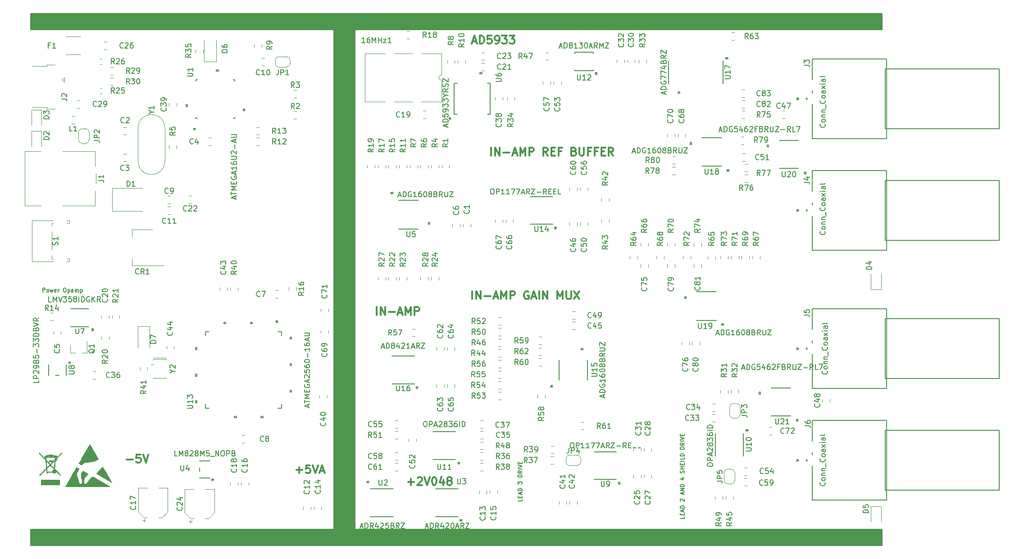
<source format=gto>
%TF.GenerationSoftware,KiCad,Pcbnew,5.0.2-5.fc29*%
%TF.CreationDate,2019-08-24T17:40:23-05:00*%
%TF.ProjectId,impedance_777,696d7065-6461-46e6-9365-5f3737372e6b,1*%
%TF.SameCoordinates,Original*%
%TF.FileFunction,Legend,Top*%
%TF.FilePolarity,Positive*%
%FSLAX46Y46*%
G04 Gerber Fmt 4.6, Leading zero omitted, Abs format (unit mm)*
G04 Created by KiCad (PCBNEW 5.0.2-5.fc29) date Sat 24 Aug 2019 05:40:23 PM CDT*
%MOMM*%
%LPD*%
G01*
G04 APERTURE LIST*
%ADD10C,0.300000*%
%ADD11C,0.150000*%
%ADD12C,0.200000*%
%ADD13C,0.120000*%
%ADD14C,0.152400*%
%ADD15C,0.010000*%
%ADD16R,2.152400X1.502400*%
%ADD17R,0.852400X1.977400*%
%ADD18R,1.652400X2.152400*%
%ADD19R,1.802400X0.552400*%
%ADD20O,1.652400X1.252400*%
%ADD21O,1.852400X1.502400*%
%ADD22R,2.652400X1.582400*%
%ADD23R,0.391800X1.614399*%
%ADD24R,1.614399X0.391800*%
%ADD25R,1.614399X0.517200*%
%ADD26R,0.711200X2.336800*%
%ADD27R,1.452400X3.152400*%
%ADD28C,0.100000*%
%ADD29C,1.302400*%
%ADD30R,2.152400X1.652400*%
%ADD31R,2.152400X3.952400*%
%ADD32R,2.652400X2.452400*%
%ADD33C,1.577400*%
%ADD34C,1.452400*%
%ADD35C,1.752400*%
%ADD36O,3.652400X2.152400*%
%ADD37O,2.152400X3.452400*%
%ADD38R,2.152400X4.152400*%
%ADD39C,0.500000*%
%ADD40R,0.952400X1.052400*%
%ADD41C,1.102400*%
%ADD42C,1.652400*%
%ADD43R,3.352400X0.552400*%
%ADD44C,2.252400*%
%ADD45C,1.902400*%
%ADD46C,2.692400*%
%ADD47C,1.549400*%
%ADD48R,0.669600X1.614399*%
%ADD49R,1.614399X0.669600*%
%ADD50R,2.325599X0.720400*%
%ADD51R,1.422400X0.711200*%
%ADD52R,0.584200X2.209800*%
%ADD53R,1.563599X0.593400*%
%ADD54R,0.720400X1.614399*%
%ADD55R,2.321198X0.720400*%
%ADD56R,0.720400X2.122399*%
%ADD57R,2.122399X0.720400*%
%ADD58R,1.919199X0.593400*%
%ADD59R,0.517200X1.614399*%
%ADD60R,1.613600X0.503200*%
G04 APERTURE END LIST*
D10*
X112928571Y-142857142D02*
X114071428Y-142857142D01*
X113500000Y-143428571D02*
X113500000Y-142285714D01*
X115500000Y-141928571D02*
X114785714Y-141928571D01*
X114714285Y-142642857D01*
X114785714Y-142571428D01*
X114928571Y-142500000D01*
X115285714Y-142500000D01*
X115428571Y-142571428D01*
X115500000Y-142642857D01*
X115571428Y-142785714D01*
X115571428Y-143142857D01*
X115500000Y-143285714D01*
X115428571Y-143357142D01*
X115285714Y-143428571D01*
X114928571Y-143428571D01*
X114785714Y-143357142D01*
X114714285Y-143285714D01*
X116000000Y-141928571D02*
X116500000Y-143428571D01*
X117000000Y-141928571D01*
X117428571Y-143000000D02*
X118142857Y-143000000D01*
X117285714Y-143428571D02*
X117785714Y-141928571D01*
X118285714Y-143428571D01*
D11*
G36*
X223000000Y-57000000D02*
X223000000Y-60000000D01*
X63000000Y-60000000D01*
X63000000Y-57000000D01*
X223000000Y-57000000D01*
G37*
X223000000Y-57000000D02*
X223000000Y-60000000D01*
X63000000Y-60000000D01*
X63000000Y-57000000D01*
X223000000Y-57000000D01*
G36*
X223000000Y-154000000D02*
X63000000Y-154000000D01*
X63000000Y-157000000D01*
X223000000Y-157000000D01*
X223000000Y-154000000D01*
G37*
X223000000Y-154000000D02*
X63000000Y-154000000D01*
X63000000Y-157000000D01*
X223000000Y-157000000D01*
X223000000Y-154000000D01*
D12*
X93000000Y-58000000D02*
X87000000Y-58000000D01*
X120000000Y-58000000D02*
X93000000Y-58000000D01*
D11*
G36*
X120000000Y-154000000D02*
X124000000Y-154000000D01*
X124000000Y-60000000D01*
X120000000Y-60000000D01*
X120000000Y-154000000D01*
G37*
X120000000Y-154000000D02*
X124000000Y-154000000D01*
X124000000Y-60000000D01*
X120000000Y-60000000D01*
X120000000Y-154000000D01*
D12*
X140000000Y-58000000D02*
X123000000Y-58000000D01*
X180000000Y-58000000D02*
X156000000Y-58000000D01*
X185000000Y-58000000D02*
X193000000Y-58000000D01*
X193000000Y-60000000D02*
X193000000Y-58000000D01*
X180000000Y-60000000D02*
X190000000Y-60000000D01*
X185000000Y-58000000D02*
X185000000Y-60000000D01*
X190000000Y-60000000D02*
X198000000Y-60000000D01*
D10*
X146035714Y-62200000D02*
X146750000Y-62200000D01*
X145892857Y-62628571D02*
X146392857Y-61128571D01*
X146892857Y-62628571D01*
X147392857Y-62628571D02*
X147392857Y-61128571D01*
X147750000Y-61128571D01*
X147964285Y-61200000D01*
X148107142Y-61342857D01*
X148178571Y-61485714D01*
X148250000Y-61771428D01*
X148250000Y-61985714D01*
X148178571Y-62271428D01*
X148107142Y-62414285D01*
X147964285Y-62557142D01*
X147750000Y-62628571D01*
X147392857Y-62628571D01*
X149607142Y-61128571D02*
X148892857Y-61128571D01*
X148821428Y-61842857D01*
X148892857Y-61771428D01*
X149035714Y-61700000D01*
X149392857Y-61700000D01*
X149535714Y-61771428D01*
X149607142Y-61842857D01*
X149678571Y-61985714D01*
X149678571Y-62342857D01*
X149607142Y-62485714D01*
X149535714Y-62557142D01*
X149392857Y-62628571D01*
X149035714Y-62628571D01*
X148892857Y-62557142D01*
X148821428Y-62485714D01*
X150392857Y-62628571D02*
X150678571Y-62628571D01*
X150821428Y-62557142D01*
X150892857Y-62485714D01*
X151035714Y-62271428D01*
X151107142Y-61985714D01*
X151107142Y-61414285D01*
X151035714Y-61271428D01*
X150964285Y-61200000D01*
X150821428Y-61128571D01*
X150535714Y-61128571D01*
X150392857Y-61200000D01*
X150321428Y-61271428D01*
X150250000Y-61414285D01*
X150250000Y-61771428D01*
X150321428Y-61914285D01*
X150392857Y-61985714D01*
X150535714Y-62057142D01*
X150821428Y-62057142D01*
X150964285Y-61985714D01*
X151035714Y-61914285D01*
X151107142Y-61771428D01*
X151607142Y-61128571D02*
X152535714Y-61128571D01*
X152035714Y-61700000D01*
X152250000Y-61700000D01*
X152392857Y-61771428D01*
X152464285Y-61842857D01*
X152535714Y-61985714D01*
X152535714Y-62342857D01*
X152464285Y-62485714D01*
X152392857Y-62557142D01*
X152250000Y-62628571D01*
X151821428Y-62628571D01*
X151678571Y-62557142D01*
X151607142Y-62485714D01*
X153035714Y-61128571D02*
X153964285Y-61128571D01*
X153464285Y-61700000D01*
X153678571Y-61700000D01*
X153821428Y-61771428D01*
X153892857Y-61842857D01*
X153964285Y-61985714D01*
X153964285Y-62342857D01*
X153892857Y-62485714D01*
X153821428Y-62557142D01*
X153678571Y-62628571D01*
X153250000Y-62628571D01*
X153107142Y-62557142D01*
X153035714Y-62485714D01*
D12*
X155000000Y-58000000D02*
X140000000Y-58000000D01*
D11*
X65321428Y-109339285D02*
X65321428Y-108589285D01*
X65607142Y-108589285D01*
X65678571Y-108625000D01*
X65714285Y-108660714D01*
X65750000Y-108732142D01*
X65750000Y-108839285D01*
X65714285Y-108910714D01*
X65678571Y-108946428D01*
X65607142Y-108982142D01*
X65321428Y-108982142D01*
X66178571Y-109339285D02*
X66107142Y-109303571D01*
X66071428Y-109267857D01*
X66035714Y-109196428D01*
X66035714Y-108982142D01*
X66071428Y-108910714D01*
X66107142Y-108875000D01*
X66178571Y-108839285D01*
X66285714Y-108839285D01*
X66357142Y-108875000D01*
X66392857Y-108910714D01*
X66428571Y-108982142D01*
X66428571Y-109196428D01*
X66392857Y-109267857D01*
X66357142Y-109303571D01*
X66285714Y-109339285D01*
X66178571Y-109339285D01*
X66678571Y-108839285D02*
X66821428Y-109339285D01*
X66964285Y-108982142D01*
X67107142Y-109339285D01*
X67250000Y-108839285D01*
X67821428Y-109303571D02*
X67750000Y-109339285D01*
X67607142Y-109339285D01*
X67535714Y-109303571D01*
X67500000Y-109232142D01*
X67500000Y-108946428D01*
X67535714Y-108875000D01*
X67607142Y-108839285D01*
X67750000Y-108839285D01*
X67821428Y-108875000D01*
X67857142Y-108946428D01*
X67857142Y-109017857D01*
X67500000Y-109089285D01*
X68178571Y-109339285D02*
X68178571Y-108839285D01*
X68178571Y-108982142D02*
X68214285Y-108910714D01*
X68250000Y-108875000D01*
X68321428Y-108839285D01*
X68392857Y-108839285D01*
X69357142Y-108589285D02*
X69500000Y-108589285D01*
X69571428Y-108625000D01*
X69642857Y-108696428D01*
X69678571Y-108839285D01*
X69678571Y-109089285D01*
X69642857Y-109232142D01*
X69571428Y-109303571D01*
X69500000Y-109339285D01*
X69357142Y-109339285D01*
X69285714Y-109303571D01*
X69214285Y-109232142D01*
X69178571Y-109089285D01*
X69178571Y-108839285D01*
X69214285Y-108696428D01*
X69285714Y-108625000D01*
X69357142Y-108589285D01*
X70000000Y-108839285D02*
X70000000Y-109589285D01*
X70000000Y-108875000D02*
X70071428Y-108839285D01*
X70214285Y-108839285D01*
X70285714Y-108875000D01*
X70321428Y-108910714D01*
X70357142Y-108982142D01*
X70357142Y-109196428D01*
X70321428Y-109267857D01*
X70285714Y-109303571D01*
X70214285Y-109339285D01*
X70071428Y-109339285D01*
X70000000Y-109303571D01*
X71000000Y-109339285D02*
X71000000Y-108946428D01*
X70964285Y-108875000D01*
X70892857Y-108839285D01*
X70750000Y-108839285D01*
X70678571Y-108875000D01*
X71000000Y-109303571D02*
X70928571Y-109339285D01*
X70750000Y-109339285D01*
X70678571Y-109303571D01*
X70642857Y-109232142D01*
X70642857Y-109160714D01*
X70678571Y-109089285D01*
X70750000Y-109053571D01*
X70928571Y-109053571D01*
X71000000Y-109017857D01*
X71357142Y-109339285D02*
X71357142Y-108839285D01*
X71357142Y-108910714D02*
X71392857Y-108875000D01*
X71464285Y-108839285D01*
X71571428Y-108839285D01*
X71642857Y-108875000D01*
X71678571Y-108946428D01*
X71678571Y-109339285D01*
X71678571Y-108946428D02*
X71714285Y-108875000D01*
X71785714Y-108839285D01*
X71892857Y-108839285D01*
X71964285Y-108875000D01*
X72000000Y-108946428D01*
X72000000Y-109339285D01*
X72357142Y-108839285D02*
X72357142Y-109589285D01*
X72357142Y-108875000D02*
X72428571Y-108839285D01*
X72571428Y-108839285D01*
X72642857Y-108875000D01*
X72678571Y-108910714D01*
X72714285Y-108982142D01*
X72714285Y-109196428D01*
X72678571Y-109267857D01*
X72642857Y-109303571D01*
X72571428Y-109339285D01*
X72428571Y-109339285D01*
X72357142Y-109303571D01*
D10*
X128035714Y-113678571D02*
X128035714Y-112178571D01*
X128750000Y-113678571D02*
X128750000Y-112178571D01*
X129607142Y-113678571D01*
X129607142Y-112178571D01*
X130321428Y-113107142D02*
X131464285Y-113107142D01*
X132107142Y-113250000D02*
X132821428Y-113250000D01*
X131964285Y-113678571D02*
X132464285Y-112178571D01*
X132964285Y-113678571D01*
X133464285Y-113678571D02*
X133464285Y-112178571D01*
X133964285Y-113250000D01*
X134464285Y-112178571D01*
X134464285Y-113678571D01*
X135178571Y-113678571D02*
X135178571Y-112178571D01*
X135750000Y-112178571D01*
X135892857Y-112250000D01*
X135964285Y-112321428D01*
X136035714Y-112464285D01*
X136035714Y-112678571D01*
X135964285Y-112821428D01*
X135892857Y-112892857D01*
X135750000Y-112964285D01*
X135178571Y-112964285D01*
X146000000Y-110678571D02*
X146000000Y-109178571D01*
X146714285Y-110678571D02*
X146714285Y-109178571D01*
X147571428Y-110678571D01*
X147571428Y-109178571D01*
X148285714Y-110107142D02*
X149428571Y-110107142D01*
X150071428Y-110250000D02*
X150785714Y-110250000D01*
X149928571Y-110678571D02*
X150428571Y-109178571D01*
X150928571Y-110678571D01*
X151428571Y-110678571D02*
X151428571Y-109178571D01*
X151928571Y-110250000D01*
X152428571Y-109178571D01*
X152428571Y-110678571D01*
X153142857Y-110678571D02*
X153142857Y-109178571D01*
X153714285Y-109178571D01*
X153857142Y-109250000D01*
X153928571Y-109321428D01*
X154000000Y-109464285D01*
X154000000Y-109678571D01*
X153928571Y-109821428D01*
X153857142Y-109892857D01*
X153714285Y-109964285D01*
X153142857Y-109964285D01*
X156571428Y-109250000D02*
X156428571Y-109178571D01*
X156214285Y-109178571D01*
X156000000Y-109250000D01*
X155857142Y-109392857D01*
X155785714Y-109535714D01*
X155714285Y-109821428D01*
X155714285Y-110035714D01*
X155785714Y-110321428D01*
X155857142Y-110464285D01*
X156000000Y-110607142D01*
X156214285Y-110678571D01*
X156357142Y-110678571D01*
X156571428Y-110607142D01*
X156642857Y-110535714D01*
X156642857Y-110035714D01*
X156357142Y-110035714D01*
X157214285Y-110250000D02*
X157928571Y-110250000D01*
X157071428Y-110678571D02*
X157571428Y-109178571D01*
X158071428Y-110678571D01*
X158571428Y-110678571D02*
X158571428Y-109178571D01*
X159285714Y-110678571D02*
X159285714Y-109178571D01*
X160142857Y-110678571D01*
X160142857Y-109178571D01*
X162000000Y-110678571D02*
X162000000Y-109178571D01*
X162500000Y-110250000D01*
X163000000Y-109178571D01*
X163000000Y-110678571D01*
X163714285Y-109178571D02*
X163714285Y-110392857D01*
X163785714Y-110535714D01*
X163857142Y-110607142D01*
X164000000Y-110678571D01*
X164285714Y-110678571D01*
X164428571Y-110607142D01*
X164500000Y-110535714D01*
X164571428Y-110392857D01*
X164571428Y-109178571D01*
X165142857Y-109178571D02*
X166142857Y-110678571D01*
X166142857Y-109178571D02*
X165142857Y-110678571D01*
X81071428Y-140857142D02*
X82214285Y-140857142D01*
X83642857Y-139928571D02*
X82928571Y-139928571D01*
X82857142Y-140642857D01*
X82928571Y-140571428D01*
X83071428Y-140500000D01*
X83428571Y-140500000D01*
X83571428Y-140571428D01*
X83642857Y-140642857D01*
X83714285Y-140785714D01*
X83714285Y-141142857D01*
X83642857Y-141285714D01*
X83571428Y-141357142D01*
X83428571Y-141428571D01*
X83071428Y-141428571D01*
X82928571Y-141357142D01*
X82857142Y-141285714D01*
X84142857Y-139928571D02*
X84642857Y-141428571D01*
X85142857Y-139928571D01*
D12*
X64000000Y-156000000D02*
X79000000Y-156000000D01*
D10*
X133928571Y-145107142D02*
X135071428Y-145107142D01*
X134500000Y-145678571D02*
X134500000Y-144535714D01*
X135714285Y-144321428D02*
X135785714Y-144250000D01*
X135928571Y-144178571D01*
X136285714Y-144178571D01*
X136428571Y-144250000D01*
X136500000Y-144321428D01*
X136571428Y-144464285D01*
X136571428Y-144607142D01*
X136500000Y-144821428D01*
X135642857Y-145678571D01*
X136571428Y-145678571D01*
X137000000Y-144178571D02*
X137500000Y-145678571D01*
X138000000Y-144178571D01*
X138785714Y-144178571D02*
X138928571Y-144178571D01*
X139071428Y-144250000D01*
X139142857Y-144321428D01*
X139214285Y-144464285D01*
X139285714Y-144750000D01*
X139285714Y-145107142D01*
X139214285Y-145392857D01*
X139142857Y-145535714D01*
X139071428Y-145607142D01*
X138928571Y-145678571D01*
X138785714Y-145678571D01*
X138642857Y-145607142D01*
X138571428Y-145535714D01*
X138500000Y-145392857D01*
X138428571Y-145107142D01*
X138428571Y-144750000D01*
X138500000Y-144464285D01*
X138571428Y-144321428D01*
X138642857Y-144250000D01*
X138785714Y-144178571D01*
X140571428Y-144678571D02*
X140571428Y-145678571D01*
X140214285Y-144107142D02*
X139857142Y-145178571D01*
X140785714Y-145178571D01*
X141571428Y-144821428D02*
X141428571Y-144750000D01*
X141357142Y-144678571D01*
X141285714Y-144535714D01*
X141285714Y-144464285D01*
X141357142Y-144321428D01*
X141428571Y-144250000D01*
X141571428Y-144178571D01*
X141857142Y-144178571D01*
X142000000Y-144250000D01*
X142071428Y-144321428D01*
X142142857Y-144464285D01*
X142142857Y-144535714D01*
X142071428Y-144678571D01*
X142000000Y-144750000D01*
X141857142Y-144821428D01*
X141571428Y-144821428D01*
X141428571Y-144892857D01*
X141357142Y-144964285D01*
X141285714Y-145107142D01*
X141285714Y-145392857D01*
X141357142Y-145535714D01*
X141428571Y-145607142D01*
X141571428Y-145678571D01*
X141857142Y-145678571D01*
X142000000Y-145607142D01*
X142071428Y-145535714D01*
X142142857Y-145392857D01*
X142142857Y-145107142D01*
X142071428Y-144964285D01*
X142000000Y-144892857D01*
X141857142Y-144821428D01*
D12*
X80000000Y-156000000D02*
X95000000Y-156000000D01*
D10*
X149571428Y-83678571D02*
X149571428Y-82178571D01*
X150285714Y-83678571D02*
X150285714Y-82178571D01*
X151142857Y-83678571D01*
X151142857Y-82178571D01*
X151857142Y-83107142D02*
X153000000Y-83107142D01*
X153642857Y-83250000D02*
X154357142Y-83250000D01*
X153500000Y-83678571D02*
X154000000Y-82178571D01*
X154500000Y-83678571D01*
X155000000Y-83678571D02*
X155000000Y-82178571D01*
X155500000Y-83250000D01*
X156000000Y-82178571D01*
X156000000Y-83678571D01*
X156714285Y-83678571D02*
X156714285Y-82178571D01*
X157285714Y-82178571D01*
X157428571Y-82250000D01*
X157500000Y-82321428D01*
X157571428Y-82464285D01*
X157571428Y-82678571D01*
X157500000Y-82821428D01*
X157428571Y-82892857D01*
X157285714Y-82964285D01*
X156714285Y-82964285D01*
X160214285Y-83678571D02*
X159714285Y-82964285D01*
X159357142Y-83678571D02*
X159357142Y-82178571D01*
X159928571Y-82178571D01*
X160071428Y-82250000D01*
X160142857Y-82321428D01*
X160214285Y-82464285D01*
X160214285Y-82678571D01*
X160142857Y-82821428D01*
X160071428Y-82892857D01*
X159928571Y-82964285D01*
X159357142Y-82964285D01*
X160857142Y-82892857D02*
X161357142Y-82892857D01*
X161571428Y-83678571D02*
X160857142Y-83678571D01*
X160857142Y-82178571D01*
X161571428Y-82178571D01*
X162714285Y-82892857D02*
X162214285Y-82892857D01*
X162214285Y-83678571D02*
X162214285Y-82178571D01*
X162928571Y-82178571D01*
X165142857Y-82892857D02*
X165357142Y-82964285D01*
X165428571Y-83035714D01*
X165499999Y-83178571D01*
X165499999Y-83392857D01*
X165428571Y-83535714D01*
X165357142Y-83607142D01*
X165214285Y-83678571D01*
X164642857Y-83678571D01*
X164642857Y-82178571D01*
X165142857Y-82178571D01*
X165285714Y-82250000D01*
X165357142Y-82321428D01*
X165428571Y-82464285D01*
X165428571Y-82607142D01*
X165357142Y-82750000D01*
X165285714Y-82821428D01*
X165142857Y-82892857D01*
X164642857Y-82892857D01*
X166142857Y-82178571D02*
X166142857Y-83392857D01*
X166214285Y-83535714D01*
X166285714Y-83607142D01*
X166428571Y-83678571D01*
X166714285Y-83678571D01*
X166857142Y-83607142D01*
X166928571Y-83535714D01*
X166999999Y-83392857D01*
X166999999Y-82178571D01*
X168214285Y-82892857D02*
X167714285Y-82892857D01*
X167714285Y-83678571D02*
X167714285Y-82178571D01*
X168428571Y-82178571D01*
X169500000Y-82892857D02*
X169000000Y-82892857D01*
X169000000Y-83678571D02*
X169000000Y-82178571D01*
X169714285Y-82178571D01*
X170285714Y-82892857D02*
X170785714Y-82892857D01*
X171000000Y-83678571D02*
X170285714Y-83678571D01*
X170285714Y-82178571D01*
X171000000Y-82178571D01*
X172500000Y-83678571D02*
X172000000Y-82964285D01*
X171642857Y-83678571D02*
X171642857Y-82178571D01*
X172214285Y-82178571D01*
X172357142Y-82250000D01*
X172428571Y-82321428D01*
X172500000Y-82464285D01*
X172500000Y-82678571D01*
X172428571Y-82821428D01*
X172357142Y-82892857D01*
X172214285Y-82964285D01*
X171642857Y-82964285D01*
D11*
X155339285Y-148321428D02*
X155339285Y-148678571D01*
X154589285Y-148678571D01*
X154946428Y-148071428D02*
X154946428Y-147821428D01*
X155339285Y-147714285D02*
X155339285Y-148071428D01*
X154589285Y-148071428D01*
X154589285Y-147714285D01*
X155125000Y-147428571D02*
X155125000Y-147071428D01*
X155339285Y-147500000D02*
X154589285Y-147250000D01*
X155339285Y-147000000D01*
X155339285Y-146750000D02*
X154589285Y-146750000D01*
X154589285Y-146571428D01*
X154625000Y-146464285D01*
X154696428Y-146392857D01*
X154767857Y-146357142D01*
X154910714Y-146321428D01*
X155017857Y-146321428D01*
X155160714Y-146357142D01*
X155232142Y-146392857D01*
X155303571Y-146464285D01*
X155339285Y-146571428D01*
X155339285Y-146750000D01*
X154589285Y-145500000D02*
X154589285Y-145035714D01*
X154875000Y-145285714D01*
X154875000Y-145178571D01*
X154910714Y-145107142D01*
X154946428Y-145071428D01*
X155017857Y-145035714D01*
X155196428Y-145035714D01*
X155267857Y-145071428D01*
X155303571Y-145107142D01*
X155339285Y-145178571D01*
X155339285Y-145392857D01*
X155303571Y-145464285D01*
X155267857Y-145500000D01*
X155339285Y-144142857D02*
X154589285Y-144142857D01*
X154589285Y-143964285D01*
X154625000Y-143857142D01*
X154696428Y-143785714D01*
X154767857Y-143750000D01*
X154910714Y-143714285D01*
X155017857Y-143714285D01*
X155160714Y-143750000D01*
X155232142Y-143785714D01*
X155303571Y-143857142D01*
X155339285Y-143964285D01*
X155339285Y-144142857D01*
X155339285Y-142964285D02*
X154982142Y-143214285D01*
X155339285Y-143392857D02*
X154589285Y-143392857D01*
X154589285Y-143107142D01*
X154625000Y-143035714D01*
X154660714Y-143000000D01*
X154732142Y-142964285D01*
X154839285Y-142964285D01*
X154910714Y-143000000D01*
X154946428Y-143035714D01*
X154982142Y-143107142D01*
X154982142Y-143392857D01*
X155339285Y-142642857D02*
X154589285Y-142642857D01*
X154589285Y-142392857D02*
X155339285Y-142142857D01*
X154589285Y-141892857D01*
X154946428Y-141642857D02*
X154946428Y-141392857D01*
X155339285Y-141285714D02*
X155339285Y-141642857D01*
X154589285Y-141642857D01*
X154589285Y-141285714D01*
X185839285Y-151571428D02*
X185839285Y-151928571D01*
X185089285Y-151928571D01*
X185446428Y-151321428D02*
X185446428Y-151071428D01*
X185839285Y-150964285D02*
X185839285Y-151321428D01*
X185089285Y-151321428D01*
X185089285Y-150964285D01*
X185625000Y-150678571D02*
X185625000Y-150321428D01*
X185839285Y-150750000D02*
X185089285Y-150500000D01*
X185839285Y-150250000D01*
X185839285Y-150000000D02*
X185089285Y-150000000D01*
X185089285Y-149821428D01*
X185125000Y-149714285D01*
X185196428Y-149642857D01*
X185267857Y-149607142D01*
X185410714Y-149571428D01*
X185517857Y-149571428D01*
X185660714Y-149607142D01*
X185732142Y-149642857D01*
X185803571Y-149714285D01*
X185839285Y-149821428D01*
X185839285Y-150000000D01*
X185160714Y-148714285D02*
X185125000Y-148678571D01*
X185089285Y-148607142D01*
X185089285Y-148428571D01*
X185125000Y-148357142D01*
X185160714Y-148321428D01*
X185232142Y-148285714D01*
X185303571Y-148285714D01*
X185410714Y-148321428D01*
X185839285Y-148750000D01*
X185839285Y-148285714D01*
X185625000Y-147428571D02*
X185625000Y-147071428D01*
X185839285Y-147500000D02*
X185089285Y-147250000D01*
X185839285Y-147000000D01*
X185839285Y-146750000D02*
X185089285Y-146750000D01*
X185839285Y-146321428D01*
X185089285Y-146321428D01*
X185839285Y-145964285D02*
X185089285Y-145964285D01*
X185089285Y-145785714D01*
X185125000Y-145678571D01*
X185196428Y-145607142D01*
X185267857Y-145571428D01*
X185410714Y-145535714D01*
X185517857Y-145535714D01*
X185660714Y-145571428D01*
X185732142Y-145607142D01*
X185803571Y-145678571D01*
X185839285Y-145785714D01*
X185839285Y-145964285D01*
X185339285Y-144321428D02*
X185839285Y-144321428D01*
X185053571Y-144500000D02*
X185589285Y-144678571D01*
X185589285Y-144214285D01*
X185803571Y-143392857D02*
X185839285Y-143285714D01*
X185839285Y-143107142D01*
X185803571Y-143035714D01*
X185767857Y-143000000D01*
X185696428Y-142964285D01*
X185625000Y-142964285D01*
X185553571Y-143000000D01*
X185517857Y-143035714D01*
X185482142Y-143107142D01*
X185446428Y-143250000D01*
X185410714Y-143321428D01*
X185375000Y-143357142D01*
X185303571Y-143392857D01*
X185232142Y-143392857D01*
X185160714Y-143357142D01*
X185125000Y-143321428D01*
X185089285Y-143250000D01*
X185089285Y-143071428D01*
X185125000Y-142964285D01*
X185839285Y-142642857D02*
X185089285Y-142642857D01*
X185446428Y-142642857D02*
X185446428Y-142214285D01*
X185839285Y-142214285D02*
X185089285Y-142214285D01*
X185446428Y-141857142D02*
X185446428Y-141607142D01*
X185839285Y-141500000D02*
X185839285Y-141857142D01*
X185089285Y-141857142D01*
X185089285Y-141500000D01*
X185839285Y-141178571D02*
X185089285Y-141178571D01*
X185839285Y-140464285D02*
X185839285Y-140821428D01*
X185089285Y-140821428D01*
X185839285Y-140214285D02*
X185089285Y-140214285D01*
X185089285Y-140035714D01*
X185125000Y-139928571D01*
X185196428Y-139857142D01*
X185267857Y-139821428D01*
X185410714Y-139785714D01*
X185517857Y-139785714D01*
X185660714Y-139821428D01*
X185732142Y-139857142D01*
X185803571Y-139928571D01*
X185839285Y-140035714D01*
X185839285Y-140214285D01*
X185839285Y-138892857D02*
X185089285Y-138892857D01*
X185089285Y-138714285D01*
X185125000Y-138607142D01*
X185196428Y-138535714D01*
X185267857Y-138500000D01*
X185410714Y-138464285D01*
X185517857Y-138464285D01*
X185660714Y-138500000D01*
X185732142Y-138535714D01*
X185803571Y-138607142D01*
X185839285Y-138714285D01*
X185839285Y-138892857D01*
X185839285Y-137714285D02*
X185482142Y-137964285D01*
X185839285Y-138142857D02*
X185089285Y-138142857D01*
X185089285Y-137857142D01*
X185125000Y-137785714D01*
X185160714Y-137750000D01*
X185232142Y-137714285D01*
X185339285Y-137714285D01*
X185410714Y-137750000D01*
X185446428Y-137785714D01*
X185482142Y-137857142D01*
X185482142Y-138142857D01*
X185839285Y-137392857D02*
X185089285Y-137392857D01*
X185089285Y-137142857D02*
X185839285Y-136892857D01*
X185089285Y-136642857D01*
X185446428Y-136392857D02*
X185446428Y-136142857D01*
X185839285Y-136035714D02*
X185839285Y-136392857D01*
X185089285Y-136392857D01*
X185089285Y-136035714D01*
D12*
X144998276Y-59881731D02*
X140998276Y-59881731D01*
D13*
X66065000Y-66575000D02*
X67615000Y-66575000D01*
X66065000Y-66575000D02*
X66065000Y-66875000D01*
X63265000Y-66875000D02*
X66065000Y-66875000D01*
X66065000Y-74875000D02*
X67615000Y-74875000D01*
X66065000Y-74575000D02*
X66065000Y-74875000D01*
X63265000Y-74575000D02*
X66065000Y-74575000D01*
X69315000Y-69825000D02*
X68865000Y-69425000D01*
X69315000Y-69025000D02*
X69315000Y-69825000D01*
X68865000Y-69425000D02*
X69315000Y-69025000D01*
D14*
X95824500Y-116824500D02*
X95824500Y-117547559D01*
X95824500Y-131175500D02*
X96547559Y-131175500D01*
X110175500Y-131175500D02*
X110175500Y-130452441D01*
X110175500Y-116824500D02*
X109452441Y-116824500D01*
X96547559Y-116824500D02*
X95824500Y-116824500D01*
X95824500Y-130452441D02*
X95824500Y-131175500D01*
X109452441Y-131175500D02*
X110175500Y-131175500D01*
X110175500Y-117547559D02*
X110175500Y-116824500D01*
X104690500Y-115014001D02*
X104309500Y-115014001D01*
X104309500Y-115014001D02*
X104309500Y-115268001D01*
X104309500Y-115268001D02*
X104690500Y-115268001D01*
X104690500Y-115268001D02*
X104690500Y-115014001D01*
X99690499Y-115014001D02*
X99309499Y-115014001D01*
X99309499Y-115014001D02*
X99309499Y-115268001D01*
X99309499Y-115268001D02*
X99690499Y-115268001D01*
X99690499Y-115268001D02*
X99690499Y-115014001D01*
X94268001Y-119809500D02*
X94014001Y-119809500D01*
X94014001Y-119809500D02*
X94014001Y-120190500D01*
X94014001Y-120190500D02*
X94268001Y-120190500D01*
X94268001Y-120190500D02*
X94268001Y-119809500D01*
X94268001Y-124809501D02*
X94014001Y-124809501D01*
X94014001Y-124809501D02*
X94014001Y-125190501D01*
X94014001Y-125190501D02*
X94268001Y-125190501D01*
X94268001Y-125190501D02*
X94268001Y-124809501D01*
X94268001Y-129809501D02*
X94014001Y-129809501D01*
X94014001Y-129809501D02*
X94014001Y-130190501D01*
X94014001Y-130190501D02*
X94268001Y-130190501D01*
X94268001Y-130190501D02*
X94268001Y-129809501D01*
X101690500Y-132985999D02*
X101309500Y-132985999D01*
X101309500Y-132985999D02*
X101309500Y-132731999D01*
X101309500Y-132731999D02*
X101690500Y-132731999D01*
X101690500Y-132731999D02*
X101690500Y-132985999D01*
X106690501Y-132985999D02*
X106309501Y-132985999D01*
X106309501Y-132985999D02*
X106309501Y-132731999D01*
X106309501Y-132731999D02*
X106690501Y-132731999D01*
X106690501Y-132731999D02*
X106690501Y-132985999D01*
X111731999Y-127809500D02*
X111985999Y-127809500D01*
X111985999Y-127809500D02*
X111985999Y-128190500D01*
X111985999Y-128190500D02*
X111731999Y-128190500D01*
X111731999Y-128190500D02*
X111731999Y-127809500D01*
X111731999Y-122809499D02*
X111985999Y-122809499D01*
X111985999Y-122809499D02*
X111985999Y-123190499D01*
X111985999Y-123190499D02*
X111731999Y-123190499D01*
X111731999Y-123190499D02*
X111731999Y-122809499D01*
X111731999Y-117809499D02*
X111985999Y-117809499D01*
X111985999Y-117809499D02*
X111985999Y-118190499D01*
X111985999Y-118190499D02*
X111731999Y-118190499D01*
X111731999Y-118190499D02*
X111731999Y-117809499D01*
X132140864Y-97488181D02*
X135822496Y-97488181D01*
X135822496Y-92128781D02*
X132140864Y-92128781D01*
X138040079Y-96242982D02*
X138040079Y-96623982D01*
X138040079Y-96623982D02*
X137786079Y-96623982D01*
X137786079Y-96623982D02*
X137786079Y-96242982D01*
X137786079Y-96242982D02*
X138040079Y-96242982D01*
X182869200Y-65866400D02*
X182869200Y-70133600D01*
X193130800Y-70133600D02*
X193130800Y-65866400D01*
X185015500Y-71962400D02*
X184634500Y-71962400D01*
X184634500Y-71962400D02*
X184634500Y-71708400D01*
X184634500Y-71708400D02*
X185015500Y-71708400D01*
X185015500Y-71708400D02*
X185015500Y-71962400D01*
D13*
X140200000Y-68500000D02*
G75*
G03X140200000Y-69500000I0J-500000D01*
G01*
X131310000Y-64470000D02*
X134690000Y-64470000D01*
X140200000Y-64470000D02*
X136390000Y-64470000D01*
X140200000Y-73530000D02*
X136390000Y-73530000D01*
X140200000Y-64470000D02*
X140200000Y-68500000D01*
X140200000Y-69500000D02*
X140200000Y-73530000D01*
X134690000Y-73530000D02*
X131310000Y-73530000D01*
X125800000Y-64470000D02*
X129610000Y-64470000D01*
X125800000Y-73530000D02*
X125800000Y-64470000D01*
X129610000Y-73530000D02*
X125800000Y-73530000D01*
X145716680Y-97069733D02*
X145716680Y-96547229D01*
X144296680Y-97069733D02*
X144296680Y-96547229D01*
X80998307Y-78352108D02*
X80475803Y-78352108D01*
X80998307Y-79772108D02*
X80475803Y-79772108D01*
X80998307Y-83352108D02*
X80475803Y-83352108D01*
X80998307Y-84772108D02*
X80475803Y-84772108D01*
X96948307Y-80352108D02*
X96425803Y-80352108D01*
X96948307Y-81772108D02*
X96425803Y-81772108D01*
X67290000Y-116763748D02*
X67290000Y-117286252D01*
X68710000Y-116763748D02*
X68710000Y-117286252D01*
X109484388Y-109058345D02*
X108961884Y-109058345D01*
X109484388Y-110478345D02*
X108961884Y-110478345D01*
X102713748Y-137710000D02*
X103236252Y-137710000D01*
X102713748Y-136290000D02*
X103236252Y-136290000D01*
X106425803Y-66772108D02*
X106948307Y-66772108D01*
X106425803Y-65352108D02*
X106948307Y-65352108D01*
X88763748Y-94710000D02*
X89286252Y-94710000D01*
X88763748Y-93290000D02*
X89286252Y-93290000D01*
X115643510Y-150293184D02*
X115643510Y-149770680D01*
X114223510Y-150293184D02*
X114223510Y-149770680D01*
X148710000Y-147261252D02*
X148710000Y-146738748D01*
X147290000Y-147261252D02*
X147290000Y-146738748D01*
X103960000Y-145736252D02*
X103960000Y-145213748D01*
X102540000Y-145736252D02*
X102540000Y-145213748D01*
X136763748Y-76710000D02*
X137286252Y-76710000D01*
X136763748Y-75290000D02*
X137286252Y-75290000D01*
X77710000Y-114286252D02*
X77710000Y-113763748D01*
X76290000Y-114286252D02*
X76290000Y-113763748D01*
X148286252Y-66290000D02*
X147763748Y-66290000D01*
X148286252Y-67710000D02*
X147763748Y-67710000D01*
X176290000Y-143738748D02*
X176290000Y-144261252D01*
X177710000Y-143738748D02*
X177710000Y-144261252D01*
X77286252Y-62290000D02*
X76763748Y-62290000D01*
X77286252Y-63710000D02*
X76763748Y-63710000D01*
X179710000Y-139236252D02*
X179710000Y-138713748D01*
X178290000Y-139236252D02*
X178290000Y-138713748D01*
X71738748Y-74710000D02*
X72261252Y-74710000D01*
X71738748Y-73290000D02*
X72261252Y-73290000D01*
X176579128Y-66198334D02*
X176579128Y-65675830D01*
X175159128Y-66198334D02*
X175159128Y-65675830D01*
X191603800Y-132326628D02*
X191081296Y-132326628D01*
X191603800Y-133746628D02*
X191081296Y-133746628D01*
X147513748Y-136960000D02*
X148036252Y-136960000D01*
X147513748Y-135540000D02*
X148036252Y-135540000D01*
X74713748Y-125710000D02*
X75236252Y-125710000D01*
X74713748Y-124290000D02*
X75236252Y-124290000D01*
X150290000Y-72738748D02*
X150290000Y-73261252D01*
X151710000Y-72738748D02*
X151710000Y-73261252D01*
X90422055Y-74323360D02*
X90422055Y-73800856D01*
X89002055Y-74323360D02*
X89002055Y-73800856D01*
X118710000Y-129261252D02*
X118710000Y-128738748D01*
X117290000Y-129261252D02*
X117290000Y-128738748D01*
X162290000Y-148713748D02*
X162290000Y-149236252D01*
X163710000Y-148713748D02*
X163710000Y-149236252D01*
X89958136Y-119507093D02*
X89958136Y-120029597D01*
X88538136Y-119507093D02*
X88538136Y-120029597D01*
X165331103Y-114996041D02*
X164808599Y-114996041D01*
X165331103Y-116416041D02*
X164808599Y-116416041D01*
X164290000Y-96290674D02*
X164290000Y-96813178D01*
X165710000Y-96290674D02*
X165710000Y-96813178D01*
X134040000Y-136963748D02*
X134040000Y-137486252D01*
X135460000Y-136963748D02*
X135460000Y-137486252D01*
X161290000Y-69763748D02*
X161290000Y-70286252D01*
X162710000Y-69763748D02*
X162710000Y-70286252D01*
X197081296Y-143796628D02*
X197603800Y-143796628D01*
X197081296Y-142376628D02*
X197603800Y-142376628D01*
X131513748Y-134960000D02*
X132036252Y-134960000D01*
X131513748Y-133540000D02*
X132036252Y-133540000D01*
X167710000Y-90236252D02*
X167710000Y-89713748D01*
X166290000Y-90236252D02*
X166290000Y-89713748D01*
X131986252Y-139540000D02*
X131463748Y-139540000D01*
X131986252Y-140960000D02*
X131463748Y-140960000D01*
X140710000Y-120313493D02*
X140710000Y-119790989D01*
X139290000Y-120313493D02*
X139290000Y-119790989D01*
X139290000Y-126763748D02*
X139290000Y-127286252D01*
X140710000Y-126763748D02*
X140710000Y-127286252D01*
X152290000Y-95763748D02*
X152290000Y-96286252D01*
X153710000Y-95763748D02*
X153710000Y-96286252D01*
X184639039Y-79651836D02*
X184639039Y-80174340D01*
X186059039Y-79651836D02*
X186059039Y-80174340D01*
X118958136Y-117054597D02*
X118958136Y-116532093D01*
X117538136Y-117054597D02*
X117538136Y-116532093D01*
X117538136Y-112532093D02*
X117538136Y-113054597D01*
X118958136Y-112532093D02*
X118958136Y-113054597D01*
X177639039Y-104153143D02*
X177639039Y-104675647D01*
X179059039Y-104153143D02*
X179059039Y-104675647D01*
X185364416Y-118763748D02*
X185364416Y-119286252D01*
X186784416Y-118763748D02*
X186784416Y-119286252D01*
X182639039Y-104153143D02*
X182639039Y-104675647D01*
X184059039Y-104153143D02*
X184059039Y-104675647D01*
X187639039Y-104153143D02*
X187639039Y-104675647D01*
X189059039Y-104153143D02*
X189059039Y-104675647D01*
X196713748Y-74710000D02*
X197236252Y-74710000D01*
X196713748Y-73290000D02*
X197236252Y-73290000D01*
X88100000Y-104410000D02*
X82090000Y-104410000D01*
X85850000Y-97590000D02*
X82090000Y-97590000D01*
X82090000Y-104410000D02*
X82090000Y-103150000D01*
X82090000Y-97590000D02*
X82090000Y-98850000D01*
X78300000Y-89850000D02*
X84000000Y-89850000D01*
X78300000Y-94150000D02*
X84000000Y-94150000D01*
X78300000Y-89850000D02*
X78300000Y-94150000D01*
X63140000Y-79090000D02*
X63140000Y-81950000D01*
X65060000Y-79090000D02*
X63140000Y-79090000D01*
X65060000Y-81950000D02*
X65060000Y-79090000D01*
X63140000Y-75090000D02*
X63140000Y-77950000D01*
X65060000Y-75090000D02*
X63140000Y-75090000D01*
X65060000Y-77950000D02*
X65060000Y-75090000D01*
X222860000Y-108837500D02*
X222860000Y-105977500D01*
X220940000Y-108837500D02*
X222860000Y-108837500D01*
X220940000Y-105977500D02*
X220940000Y-108837500D01*
X220940000Y-149665000D02*
X220940000Y-152525000D01*
X222860000Y-149665000D02*
X220940000Y-149665000D01*
X222860000Y-152525000D02*
X222860000Y-149665000D01*
X97847055Y-66009608D02*
X97847055Y-61949608D01*
X95577055Y-66009608D02*
X97847055Y-66009608D01*
X95577055Y-61949608D02*
X95577055Y-66009608D01*
X83113136Y-115795845D02*
X83113136Y-119855845D01*
X85383136Y-115795845D02*
X83113136Y-115795845D01*
X85383136Y-119855845D02*
X85383136Y-115795845D01*
X72386252Y-61290000D02*
X69613748Y-61290000D01*
X72386252Y-64710000D02*
X69613748Y-64710000D01*
X75300000Y-87000000D02*
X75300000Y-89000000D01*
X61890000Y-82890000D02*
X64950000Y-82890000D01*
X61890000Y-93110000D02*
X61890000Y-82890000D01*
X64950000Y-93110000D02*
X61890000Y-93110000D01*
X75110000Y-93110000D02*
X69050000Y-93110000D01*
X75110000Y-90300000D02*
X75110000Y-93110000D01*
X75110000Y-82890000D02*
X75110000Y-85700000D01*
X69050000Y-82890000D02*
X75110000Y-82890000D01*
X111062055Y-67062108D02*
X109662055Y-67062108D01*
X108962055Y-66362108D02*
X108962055Y-65762108D01*
X109662055Y-65062108D02*
X111062055Y-65062108D01*
X111762055Y-65762108D02*
X111762055Y-66362108D01*
X111762055Y-66362108D02*
G75*
G02X111062055Y-67062108I-700000J0D01*
G01*
X111062055Y-65062108D02*
G75*
G02X111762055Y-65762108I0J-700000D01*
G01*
X108962055Y-65762108D02*
G75*
G02X109662055Y-65062108I700000J0D01*
G01*
X109662055Y-67062108D02*
G75*
G02X108962055Y-66362108I0J700000D01*
G01*
X74000000Y-79300000D02*
X74000000Y-80700000D01*
X73300000Y-81400000D02*
X72700000Y-81400000D01*
X72000000Y-80700000D02*
X72000000Y-79300000D01*
X72700000Y-78600000D02*
X73300000Y-78600000D01*
X73300000Y-78600000D02*
G75*
G02X74000000Y-79300000I0J-700000D01*
G01*
X72000000Y-79300000D02*
G75*
G02X72700000Y-78600000I700000J0D01*
G01*
X72700000Y-81400000D02*
G75*
G02X72000000Y-80700000I0J700000D01*
G01*
X74000000Y-80700000D02*
G75*
G02X73300000Y-81400000I-700000J0D01*
G01*
X196342548Y-131011628D02*
X196342548Y-132411628D01*
X195642548Y-133111628D02*
X195042548Y-133111628D01*
X194342548Y-132411628D02*
X194342548Y-131011628D01*
X195042548Y-130311628D02*
X195642548Y-130311628D01*
X195642548Y-130311628D02*
G75*
G02X196342548Y-131011628I0J-700000D01*
G01*
X194342548Y-131011628D02*
G75*
G02X195042548Y-130311628I700000J0D01*
G01*
X195042548Y-133111628D02*
G75*
G02X194342548Y-132411628I0J700000D01*
G01*
X196342548Y-132411628D02*
G75*
G02X195642548Y-133111628I-700000J0D01*
G01*
X164300000Y-140000000D02*
X165700000Y-140000000D01*
X166400000Y-140700000D02*
X166400000Y-141300000D01*
X165700000Y-142000000D02*
X164300000Y-142000000D01*
X163600000Y-141300000D02*
X163600000Y-140700000D01*
X163600000Y-140700000D02*
G75*
G02X164300000Y-140000000I700000J0D01*
G01*
X164300000Y-142000000D02*
G75*
G02X163600000Y-141300000I0J700000D01*
G01*
X166400000Y-141300000D02*
G75*
G02X165700000Y-142000000I-700000J0D01*
G01*
X165700000Y-140000000D02*
G75*
G02X166400000Y-140700000I0J-700000D01*
G01*
X193342548Y-144761628D02*
X193342548Y-143361628D01*
X194042548Y-142661628D02*
X194642548Y-142661628D01*
X195342548Y-143361628D02*
X195342548Y-144761628D01*
X194642548Y-145461628D02*
X194042548Y-145461628D01*
X194042548Y-145461628D02*
G75*
G02X193342548Y-144761628I0J700000D01*
G01*
X195342548Y-144761628D02*
G75*
G02X194642548Y-145461628I-700000J0D01*
G01*
X194642548Y-142661628D02*
G75*
G02X195342548Y-143361628I0J-700000D01*
G01*
X193342548Y-143361628D02*
G75*
G02X194042548Y-142661628I700000J0D01*
G01*
X71261252Y-76290000D02*
X70738748Y-76290000D01*
X71261252Y-77710000D02*
X70738748Y-77710000D01*
X70420000Y-120760000D02*
X70420000Y-119300000D01*
X73580000Y-120760000D02*
X73580000Y-118600000D01*
X73580000Y-120760000D02*
X72650000Y-120760000D01*
X70420000Y-120760000D02*
X71350000Y-120760000D01*
X141691680Y-86044733D02*
X141691680Y-85522229D01*
X140271680Y-86044733D02*
X140271680Y-85522229D01*
X112475803Y-76772108D02*
X112998307Y-76772108D01*
X112475803Y-75352108D02*
X112998307Y-75352108D01*
X112475803Y-72772108D02*
X112998307Y-72772108D01*
X112475803Y-71352108D02*
X112998307Y-71352108D01*
X139691680Y-86044733D02*
X139691680Y-85522229D01*
X138271680Y-86044733D02*
X138271680Y-85522229D01*
X89002055Y-81800856D02*
X89002055Y-82323360D01*
X90422055Y-81800856D02*
X90422055Y-82323360D01*
X137691680Y-86044733D02*
X137691680Y-85522229D01*
X136271680Y-86044733D02*
X136271680Y-85522229D01*
X135691680Y-86044733D02*
X135691680Y-85522229D01*
X134271680Y-86044733D02*
X134271680Y-85522229D01*
X141290000Y-65763748D02*
X141290000Y-66286252D01*
X142710000Y-65763748D02*
X142710000Y-66286252D01*
X105002055Y-62775856D02*
X105002055Y-63298360D01*
X106422055Y-62775856D02*
X106422055Y-63298360D01*
X143290000Y-65763748D02*
X143290000Y-66286252D01*
X144710000Y-65763748D02*
X144710000Y-66286252D01*
X133691680Y-86044733D02*
X133691680Y-85522229D01*
X132271680Y-86044733D02*
X132271680Y-85522229D01*
X105948307Y-80352108D02*
X105425803Y-80352108D01*
X105948307Y-81772108D02*
X105425803Y-81772108D01*
X105425803Y-79772108D02*
X105948307Y-79772108D01*
X105425803Y-78352108D02*
X105948307Y-78352108D01*
X66713748Y-114710000D02*
X67236252Y-114710000D01*
X66713748Y-113290000D02*
X67236252Y-113290000D01*
X131691680Y-86044733D02*
X131691680Y-85522229D01*
X130271680Y-86044733D02*
X130271680Y-85522229D01*
X111538136Y-108482093D02*
X111538136Y-109004597D01*
X112958136Y-108482093D02*
X112958136Y-109004597D01*
X129691680Y-86044733D02*
X129691680Y-85522229D01*
X128271680Y-86044733D02*
X128271680Y-85522229D01*
X134236252Y-60290000D02*
X133713748Y-60290000D01*
X134236252Y-61710000D02*
X133713748Y-61710000D01*
X127691680Y-86044733D02*
X127691680Y-85522229D01*
X126271680Y-86044733D02*
X126271680Y-85522229D01*
X77710000Y-118286252D02*
X77710000Y-117763748D01*
X76290000Y-118286252D02*
X76290000Y-117763748D01*
X79710000Y-114286252D02*
X79710000Y-113763748D01*
X78290000Y-114286252D02*
X78290000Y-113763748D01*
X130271680Y-106572229D02*
X130271680Y-107094733D01*
X131691680Y-106572229D02*
X131691680Y-107094733D01*
X133691680Y-107094733D02*
X133691680Y-106572229D01*
X132271680Y-107094733D02*
X132271680Y-106572229D01*
X138271680Y-106522229D02*
X138271680Y-107044733D01*
X139691680Y-106522229D02*
X139691680Y-107044733D01*
X76421267Y-70990000D02*
X76078733Y-70990000D01*
X76421267Y-72010000D02*
X76078733Y-72010000D01*
X76421267Y-65490000D02*
X76078733Y-65490000D01*
X76421267Y-66510000D02*
X76078733Y-66510000D01*
X129691680Y-107069733D02*
X129691680Y-106547229D01*
X128271680Y-107069733D02*
X128271680Y-106547229D01*
X136271680Y-106522229D02*
X136271680Y-107044733D01*
X137691680Y-106522229D02*
X137691680Y-107044733D01*
X77988748Y-68460000D02*
X78511252Y-68460000D01*
X77988748Y-67040000D02*
X78511252Y-67040000D01*
X77988748Y-70460000D02*
X78511252Y-70460000D01*
X77988748Y-69040000D02*
X78511252Y-69040000D01*
X194052548Y-128347880D02*
X194052548Y-127825376D01*
X192632548Y-128347880D02*
X192632548Y-127825376D01*
X194632548Y-127775376D02*
X194632548Y-128297880D01*
X196052548Y-127775376D02*
X196052548Y-128297880D01*
X178710000Y-66236252D02*
X178710000Y-65713748D01*
X177290000Y-66236252D02*
X177290000Y-65713748D01*
X153960000Y-73261252D02*
X153960000Y-72738748D01*
X152540000Y-73261252D02*
X152540000Y-72738748D01*
X94002055Y-63775856D02*
X94002055Y-64298360D01*
X95422055Y-63775856D02*
X95422055Y-64298360D01*
X147986252Y-139540000D02*
X147463748Y-139540000D01*
X147986252Y-140960000D02*
X147463748Y-140960000D01*
X160738748Y-141710000D02*
X161261252Y-141710000D01*
X160738748Y-140290000D02*
X161261252Y-140290000D01*
X147463748Y-142960000D02*
X147986252Y-142960000D01*
X147463748Y-141540000D02*
X147986252Y-141540000D01*
X161286252Y-138290000D02*
X160763748Y-138290000D01*
X161286252Y-139710000D02*
X160763748Y-139710000D01*
X100538136Y-108532093D02*
X100538136Y-109054597D01*
X101958136Y-108532093D02*
X101958136Y-109054597D01*
X83538136Y-123532093D02*
X83538136Y-124054597D01*
X84958136Y-123532093D02*
X84958136Y-124054597D01*
X170290000Y-91713748D02*
X170290000Y-92236252D01*
X171710000Y-91713748D02*
X171710000Y-92236252D01*
X170290000Y-95763748D02*
X170290000Y-96286252D01*
X171710000Y-95763748D02*
X171710000Y-96286252D01*
X151428803Y-120154690D02*
X150906299Y-120154690D01*
X151428803Y-121574690D02*
X150906299Y-121574690D01*
X195052548Y-148347880D02*
X195052548Y-147825376D01*
X193632548Y-148347880D02*
X193632548Y-147825376D01*
X151428803Y-118154690D02*
X150906299Y-118154690D01*
X151428803Y-119574690D02*
X150906299Y-119574690D01*
X159738748Y-65710000D02*
X160261252Y-65710000D01*
X159738748Y-64290000D02*
X160261252Y-64290000D01*
X148011252Y-137540000D02*
X147488748Y-137540000D01*
X148011252Y-138960000D02*
X147488748Y-138960000D01*
X191632548Y-147800376D02*
X191632548Y-148322880D01*
X193052548Y-147800376D02*
X193052548Y-148322880D01*
X151428803Y-116154690D02*
X150906299Y-116154690D01*
X151428803Y-117574690D02*
X150906299Y-117574690D01*
X131463748Y-136960000D02*
X131986252Y-136960000D01*
X131463748Y-135540000D02*
X131986252Y-135540000D01*
X151428803Y-114154690D02*
X150906299Y-114154690D01*
X151428803Y-115574690D02*
X150906299Y-115574690D01*
X151428803Y-128154690D02*
X150906299Y-128154690D01*
X151428803Y-129574690D02*
X150906299Y-129574690D01*
X151378803Y-126154690D02*
X150856299Y-126154690D01*
X151378803Y-127574690D02*
X150856299Y-127574690D01*
X151378803Y-124154690D02*
X150856299Y-124154690D01*
X151378803Y-125574690D02*
X150856299Y-125574690D01*
X151428803Y-122154690D02*
X150906299Y-122154690D01*
X151428803Y-123574690D02*
X150906299Y-123574690D01*
X135236252Y-116290000D02*
X134713748Y-116290000D01*
X135236252Y-117710000D02*
X134713748Y-117710000D01*
X159710000Y-129236252D02*
X159710000Y-128713748D01*
X158290000Y-129236252D02*
X158290000Y-128713748D01*
X158513748Y-119210000D02*
X159036252Y-119210000D01*
X158513748Y-117790000D02*
X159036252Y-117790000D01*
X159033284Y-121832490D02*
X158510780Y-121832490D01*
X159033284Y-123252490D02*
X158510780Y-123252490D01*
X167008284Y-133807490D02*
X166485780Y-133807490D01*
X167008284Y-135227490D02*
X166485780Y-135227490D01*
X159033284Y-119832490D02*
X158510780Y-119832490D01*
X159033284Y-121252490D02*
X158510780Y-121252490D01*
X195261252Y-60540000D02*
X194738748Y-60540000D01*
X195261252Y-61960000D02*
X194738748Y-61960000D01*
X175639039Y-102601836D02*
X175639039Y-103124340D01*
X177059039Y-102601836D02*
X177059039Y-103124340D01*
X190290000Y-102651836D02*
X190290000Y-103174340D01*
X191710000Y-102651836D02*
X191710000Y-103174340D01*
X177639039Y-100153143D02*
X177639039Y-100675647D01*
X179059039Y-100153143D02*
X179059039Y-100675647D01*
X198639039Y-102601836D02*
X198639039Y-103124340D01*
X200059039Y-102601836D02*
X200059039Y-103124340D01*
X180639039Y-102601836D02*
X180639039Y-103124340D01*
X182059039Y-102601836D02*
X182059039Y-103124340D01*
X196639039Y-102601836D02*
X196639039Y-103124340D01*
X198059039Y-102601836D02*
X198059039Y-103124340D01*
X182639039Y-100153143D02*
X182639039Y-100675647D01*
X184059039Y-100153143D02*
X184059039Y-100675647D01*
X194639039Y-102601836D02*
X194639039Y-103124340D01*
X196059039Y-102601836D02*
X196059039Y-103124340D01*
X185639039Y-102601836D02*
X185639039Y-103124340D01*
X187059039Y-102601836D02*
X187059039Y-103124340D01*
X192639039Y-102601836D02*
X192639039Y-103124340D01*
X194059039Y-102601836D02*
X194059039Y-103124340D01*
X187639039Y-100178143D02*
X187639039Y-100700647D01*
X189059039Y-100178143D02*
X189059039Y-100700647D01*
X197236252Y-75290000D02*
X196713748Y-75290000D01*
X197236252Y-76710000D02*
X196713748Y-76710000D01*
X197238748Y-88710000D02*
X197761252Y-88710000D01*
X197238748Y-87290000D02*
X197761252Y-87290000D01*
X197761252Y-85290000D02*
X197238748Y-85290000D01*
X197761252Y-86710000D02*
X197238748Y-86710000D01*
X184125405Y-85838490D02*
X183602901Y-85838490D01*
X184125405Y-87258490D02*
X183602901Y-87258490D01*
X197011252Y-80178088D02*
X196488748Y-80178088D01*
X197011252Y-81598088D02*
X196488748Y-81598088D01*
X184150405Y-83838490D02*
X183627901Y-83838490D01*
X184150405Y-85258490D02*
X183627901Y-85258490D01*
X83187055Y-84737108D02*
G75*
G03X88237055Y-84737108I2525000J0D01*
G01*
X83187055Y-78487108D02*
G75*
G02X88237055Y-78487108I2525000J0D01*
G01*
X83187055Y-78487108D02*
X83187055Y-84737108D01*
X88237055Y-78487108D02*
X88237055Y-84737108D01*
X88448136Y-125568345D02*
X88448136Y-125418345D01*
X86048136Y-125568345D02*
X86048136Y-125418345D01*
X86048136Y-123018345D02*
X86048136Y-122968345D01*
X86048136Y-121968345D02*
X86048136Y-122118345D01*
X88448136Y-121968345D02*
X88448136Y-122118345D01*
X86448136Y-121768345D02*
X86048136Y-121768345D01*
X86448136Y-121968345D02*
X86048136Y-121968345D01*
X86448136Y-125568345D02*
X86048136Y-125568345D01*
X88448136Y-121768345D02*
X86448136Y-121768345D01*
X86048136Y-123018345D02*
X85648136Y-123018345D01*
X86448136Y-121968345D02*
X88448136Y-121968345D01*
X88448136Y-125568345D02*
X86448136Y-125568345D01*
X66970000Y-101450000D02*
X66970000Y-98050000D01*
X66970000Y-103090000D02*
X66970000Y-102550000D01*
X69800000Y-95890000D02*
X70310000Y-95890000D01*
X70310000Y-96410000D02*
X70310000Y-95890000D01*
X69800000Y-96410000D02*
X70310000Y-96410000D01*
X66970000Y-96950000D02*
X66970000Y-96410000D01*
X69800000Y-103610000D02*
X70310000Y-103610000D01*
X69800000Y-103090000D02*
X70310000Y-103090000D01*
X66970000Y-96410000D02*
X67200000Y-96410000D01*
X63300000Y-103610000D02*
X67200000Y-103610000D01*
X70310000Y-103610000D02*
X70310000Y-103090000D01*
X63300000Y-95890000D02*
X67200000Y-95890000D01*
X63300000Y-103610000D02*
X63300000Y-95890000D01*
X66970000Y-103090000D02*
X67200000Y-103090000D01*
D14*
X209873000Y-71483390D02*
X209873000Y-71976610D01*
X209873000Y-74023390D02*
X209873000Y-80505700D01*
X223843000Y-65494300D02*
X209873000Y-65494300D01*
X223843000Y-80505700D02*
X223843000Y-65494300D01*
X209873000Y-80505700D02*
X223843000Y-80505700D01*
X209873000Y-65494300D02*
X209873000Y-69436610D01*
X245052000Y-67335800D02*
X223589000Y-67335800D01*
X245052000Y-78664200D02*
X245052000Y-67335800D01*
X223589000Y-78664200D02*
X245052000Y-78664200D01*
X223589000Y-67335800D02*
X223589000Y-78664200D01*
X208976129Y-72876935D02*
X208730000Y-73000000D01*
X208976129Y-73123065D02*
X208730000Y-73000000D01*
X209873000Y-92483390D02*
X209873000Y-92976610D01*
X209873000Y-95023390D02*
X209873000Y-101505700D01*
X223843000Y-86494300D02*
X209873000Y-86494300D01*
X223843000Y-101505700D02*
X223843000Y-86494300D01*
X209873000Y-101505700D02*
X223843000Y-101505700D01*
X209873000Y-86494300D02*
X209873000Y-90436610D01*
X245052000Y-88335800D02*
X223589000Y-88335800D01*
X245052000Y-99664200D02*
X245052000Y-88335800D01*
X223589000Y-99664200D02*
X245052000Y-99664200D01*
X223589000Y-88335800D02*
X223589000Y-99664200D01*
X208976129Y-93876935D02*
X208730000Y-94000000D01*
X208976129Y-94123065D02*
X208730000Y-94000000D01*
X209873000Y-118483390D02*
X209873000Y-118976610D01*
X209873000Y-121023390D02*
X209873000Y-127505700D01*
X223843000Y-112494300D02*
X209873000Y-112494300D01*
X223843000Y-127505700D02*
X223843000Y-112494300D01*
X209873000Y-127505700D02*
X223843000Y-127505700D01*
X209873000Y-112494300D02*
X209873000Y-116436610D01*
X245052000Y-114335800D02*
X223589000Y-114335800D01*
X245052000Y-125664200D02*
X245052000Y-114335800D01*
X223589000Y-125664200D02*
X245052000Y-125664200D01*
X223589000Y-114335800D02*
X223589000Y-125664200D01*
X208976129Y-119876935D02*
X208730000Y-120000000D01*
X208976129Y-120123065D02*
X208730000Y-120000000D01*
X209873000Y-139483390D02*
X209873000Y-139976610D01*
X209873000Y-142023390D02*
X209873000Y-148505700D01*
X223843000Y-133494300D02*
X209873000Y-133494300D01*
X223843000Y-148505700D02*
X223843000Y-133494300D01*
X209873000Y-148505700D02*
X223843000Y-148505700D01*
X209873000Y-133494300D02*
X209873000Y-137436610D01*
X245052000Y-135335800D02*
X223589000Y-135335800D01*
X245052000Y-146664200D02*
X245052000Y-135335800D01*
X223589000Y-146664200D02*
X245052000Y-146664200D01*
X223589000Y-135335800D02*
X223589000Y-146664200D01*
X208976129Y-140876935D02*
X208730000Y-141000000D01*
X208976129Y-141123065D02*
X208730000Y-141000000D01*
X101344255Y-76694308D02*
X101344255Y-76453447D01*
X101344255Y-69429908D02*
X101103394Y-69429908D01*
X94079855Y-69429908D02*
X94079855Y-69670769D01*
X94079855Y-76694308D02*
X94320716Y-76694308D01*
X101103394Y-76694308D02*
X101344255Y-76694308D01*
X101344255Y-69670769D02*
X101344255Y-69429908D01*
X94320716Y-69429908D02*
X94079855Y-69429908D01*
X94079855Y-76453447D02*
X94079855Y-76694308D01*
X102938854Y-75252609D02*
X103192854Y-75252609D01*
X103192854Y-75252609D02*
X103192854Y-74871609D01*
X103192854Y-74871609D02*
X102938854Y-74871609D01*
X102938854Y-74871609D02*
X102938854Y-75252609D01*
X97921554Y-67581309D02*
X98302554Y-67581309D01*
X98302554Y-67581309D02*
X98302554Y-67835309D01*
X98302554Y-67835309D02*
X97921554Y-67835309D01*
X97921554Y-67835309D02*
X97921554Y-67581309D01*
X92485256Y-74452608D02*
X92231256Y-74452608D01*
X92231256Y-74452608D02*
X92231256Y-74071608D01*
X92231256Y-74071608D02*
X92485256Y-74071608D01*
X92485256Y-74071608D02*
X92485256Y-74452608D01*
X126879100Y-151628900D02*
X131120900Y-151628900D01*
X131120900Y-146371100D02*
X126879100Y-146371100D01*
X143370900Y-146371100D02*
X139129100Y-146371100D01*
X139129100Y-151628900D02*
X143370900Y-151628900D01*
X96715200Y-141124400D02*
X94784800Y-141124400D01*
X94784800Y-142409640D02*
X94784800Y-143090360D01*
X94784800Y-144375600D02*
X96715200Y-144375600D01*
X149378200Y-75921000D02*
X149378200Y-70079000D01*
X149378200Y-70079000D02*
X148823639Y-70079000D01*
X142621800Y-70079000D02*
X142621800Y-75921000D01*
X142621800Y-75921000D02*
X143176361Y-75921000D01*
X148823639Y-75921000D02*
X149378200Y-75921000D01*
X143176361Y-70079000D02*
X142621800Y-70079000D01*
X147434501Y-68034300D02*
X147815501Y-68034300D01*
X147815501Y-68034300D02*
X147815501Y-68288300D01*
X147815501Y-68288300D02*
X147434501Y-68288300D01*
X147434501Y-68288300D02*
X147434501Y-68034300D01*
X73901399Y-112498599D02*
X70548599Y-112498599D01*
X70548599Y-115851399D02*
X73901399Y-115851399D01*
X66349000Y-122996700D02*
X66349000Y-125003300D01*
X67666739Y-125003300D02*
X68333261Y-125003300D01*
X69651000Y-125003300D02*
X69651000Y-122996700D01*
X168898000Y-144577000D02*
X173102000Y-144577000D01*
X173102000Y-139423000D02*
X168898000Y-139423000D01*
X191713648Y-135940728D02*
X191713648Y-140182528D01*
X196971448Y-140182528D02*
X196971448Y-135940728D01*
X138629100Y-140878900D02*
X142870900Y-140878900D01*
X142870900Y-135621100D02*
X138629100Y-135621100D01*
X168727200Y-64272800D02*
X165272800Y-64272800D01*
X165272800Y-64272800D02*
X165272800Y-64471761D01*
X165272800Y-67727200D02*
X168727200Y-67727200D01*
X168727200Y-67727200D02*
X168727200Y-67528239D01*
X168727200Y-64471761D02*
X168727200Y-64272800D01*
X165272800Y-67528239D02*
X165272800Y-67727200D01*
X161102000Y-91423000D02*
X156898000Y-91423000D01*
X156898000Y-96577000D02*
X161102000Y-96577000D01*
X166434501Y-120195601D02*
X166434501Y-119941601D01*
X166815501Y-120195601D02*
X166434501Y-120195601D01*
X166815501Y-119941601D02*
X166815501Y-120195601D01*
X166434501Y-119941601D02*
X166815501Y-119941601D01*
X162320300Y-122159184D02*
X162320300Y-125840816D01*
X167679700Y-125840816D02*
X167679700Y-122159184D01*
X187195601Y-81565499D02*
X186941601Y-81565499D01*
X187195601Y-81184499D02*
X187195601Y-81565499D01*
X186941601Y-81184499D02*
X187195601Y-81184499D01*
X186941601Y-81565499D02*
X186941601Y-81184499D01*
X189159184Y-85679700D02*
X192840816Y-85679700D01*
X192840816Y-80320300D02*
X189159184Y-80320300D01*
X191840816Y-109320300D02*
X188159184Y-109320300D01*
X188159184Y-114679700D02*
X191840816Y-114679700D01*
X185941601Y-110565499D02*
X185941601Y-110184499D01*
X185941601Y-110184499D02*
X186195601Y-110184499D01*
X186195601Y-110184499D02*
X186195601Y-110565499D01*
X186195601Y-110565499D02*
X185941601Y-110565499D01*
X135120900Y-121371100D02*
X130879100Y-121371100D01*
X130879100Y-126628900D02*
X135120900Y-126628900D01*
D13*
X88760000Y-146240000D02*
X87060000Y-146240000D01*
X83240000Y-146240000D02*
X84940000Y-146240000D01*
X83240000Y-150695563D02*
X83240000Y-146240000D01*
X88760000Y-150695563D02*
X88760000Y-146240000D01*
X87695563Y-151760000D02*
X87060000Y-151760000D01*
X84304437Y-151760000D02*
X84940000Y-151760000D01*
X84304437Y-151760000D02*
X83240000Y-150695563D01*
X87695563Y-151760000D02*
X88760000Y-150695563D01*
X84315000Y-152625000D02*
X84315000Y-152000000D01*
X84002500Y-152312500D02*
X84627500Y-152312500D01*
X92752500Y-152512500D02*
X93377500Y-152512500D01*
X93065000Y-152825000D02*
X93065000Y-152200000D01*
X96445563Y-151960000D02*
X97510000Y-150895563D01*
X93054437Y-151960000D02*
X91990000Y-150895563D01*
X93054437Y-151960000D02*
X93690000Y-151960000D01*
X96445563Y-151960000D02*
X95810000Y-151960000D01*
X97510000Y-150895563D02*
X97510000Y-146440000D01*
X91990000Y-150895563D02*
X91990000Y-146440000D01*
X91990000Y-146440000D02*
X93690000Y-146440000D01*
X97510000Y-146440000D02*
X95810000Y-146440000D01*
X142271680Y-97069733D02*
X142271680Y-96547229D01*
X143691680Y-97069733D02*
X143691680Y-96547229D01*
X88763748Y-91290000D02*
X89286252Y-91290000D01*
X88763748Y-92710000D02*
X89286252Y-92710000D01*
X117643510Y-150293184D02*
X117643510Y-149770680D01*
X116223510Y-150293184D02*
X116223510Y-149770680D01*
X149290000Y-147236252D02*
X149290000Y-146713748D01*
X150710000Y-147236252D02*
X150710000Y-146713748D01*
X101960000Y-145736252D02*
X101960000Y-145213748D01*
X100540000Y-145736252D02*
X100540000Y-145213748D01*
X93236252Y-91290000D02*
X92713748Y-91290000D01*
X93236252Y-92710000D02*
X92713748Y-92710000D01*
X148286252Y-64290000D02*
X147763748Y-64290000D01*
X148286252Y-65710000D02*
X147763748Y-65710000D01*
X179710000Y-143763748D02*
X179710000Y-144286252D01*
X178290000Y-143763748D02*
X178290000Y-144286252D01*
X177710000Y-139236252D02*
X177710000Y-138713748D01*
X176290000Y-139236252D02*
X176290000Y-138713748D01*
X174579128Y-66198334D02*
X174579128Y-65675830D01*
X173159128Y-66198334D02*
X173159128Y-65675830D01*
X191603800Y-130351628D02*
X191081296Y-130351628D01*
X191603800Y-131771628D02*
X191081296Y-131771628D01*
X147513748Y-133540000D02*
X148036252Y-133540000D01*
X147513748Y-134960000D02*
X148036252Y-134960000D01*
X165710000Y-148713748D02*
X165710000Y-149236252D01*
X164290000Y-148713748D02*
X164290000Y-149236252D01*
X98538136Y-109054597D02*
X98538136Y-108532093D01*
X99958136Y-109054597D02*
X99958136Y-108532093D01*
X204238748Y-76710000D02*
X204761252Y-76710000D01*
X204238748Y-75290000D02*
X204761252Y-75290000D01*
X213210000Y-130011252D02*
X213210000Y-129488748D01*
X211790000Y-130011252D02*
X211790000Y-129488748D01*
X165331103Y-112996041D02*
X164808599Y-112996041D01*
X165331103Y-114416041D02*
X164808599Y-114416041D01*
X166290000Y-96290674D02*
X166290000Y-96813178D01*
X167710000Y-96290674D02*
X167710000Y-96813178D01*
X197261252Y-83290000D02*
X196738748Y-83290000D01*
X197261252Y-84710000D02*
X196738748Y-84710000D01*
X160710000Y-69763748D02*
X160710000Y-70286252D01*
X159290000Y-69763748D02*
X159290000Y-70286252D01*
X197081296Y-144351628D02*
X197603800Y-144351628D01*
X197081296Y-145771628D02*
X197603800Y-145771628D01*
X164290000Y-90236252D02*
X164290000Y-89713748D01*
X165710000Y-90236252D02*
X165710000Y-89713748D01*
X131986252Y-142960000D02*
X131463748Y-142960000D01*
X131986252Y-141540000D02*
X131463748Y-141540000D01*
X142710000Y-120338493D02*
X142710000Y-119815989D01*
X141290000Y-120338493D02*
X141290000Y-119815989D01*
X142710000Y-126763748D02*
X142710000Y-127286252D01*
X141290000Y-126763748D02*
X141290000Y-127286252D01*
X151710000Y-95763748D02*
X151710000Y-96286252D01*
X150290000Y-95763748D02*
X150290000Y-96286252D01*
X182639039Y-79651836D02*
X182639039Y-80174340D01*
X184059039Y-79651836D02*
X184059039Y-80174340D01*
X201738748Y-134790000D02*
X202261252Y-134790000D01*
X201738748Y-136210000D02*
X202261252Y-136210000D01*
X188710000Y-118713748D02*
X188710000Y-119236252D01*
X187290000Y-118713748D02*
X187290000Y-119236252D01*
X196713748Y-71290000D02*
X197236252Y-71290000D01*
X196713748Y-72710000D02*
X197236252Y-72710000D01*
D14*
X207312394Y-80873000D02*
X203687606Y-80873000D01*
X203687606Y-86127000D02*
X207312394Y-86127000D01*
X201436401Y-82065499D02*
X201436401Y-81684499D01*
X201436401Y-81684499D02*
X201690401Y-81684499D01*
X201690401Y-81684499D02*
X201690401Y-82065499D01*
X201690401Y-82065499D02*
X201436401Y-82065499D01*
X200190401Y-128565499D02*
X199936401Y-128565499D01*
X200190401Y-128184499D02*
X200190401Y-128565499D01*
X199936401Y-128184499D02*
X200190401Y-128184499D01*
X199936401Y-128565499D02*
X199936401Y-128184499D01*
X202187606Y-132627000D02*
X205812394Y-132627000D01*
X205812394Y-127373000D02*
X202187606Y-127373000D01*
D15*
G36*
X74120878Y-138026166D02*
X74151876Y-138076538D01*
X74199634Y-138156341D01*
X74262194Y-138262180D01*
X74337597Y-138390659D01*
X74423885Y-138538384D01*
X74519101Y-138701958D01*
X74621285Y-138877987D01*
X74728481Y-139063075D01*
X74838729Y-139253827D01*
X74950071Y-139446847D01*
X75060550Y-139638741D01*
X75168207Y-139826111D01*
X75271084Y-140005565D01*
X75367223Y-140173705D01*
X75454665Y-140327137D01*
X75531453Y-140462465D01*
X75595628Y-140576294D01*
X75645233Y-140665229D01*
X75678309Y-140725874D01*
X75692897Y-140754833D01*
X75693431Y-140756644D01*
X75675321Y-140781217D01*
X75624980Y-140818807D01*
X75548395Y-140865722D01*
X75451552Y-140918274D01*
X75350167Y-140968213D01*
X75212215Y-141028769D01*
X75067142Y-141083179D01*
X74909950Y-141132651D01*
X74735643Y-141178395D01*
X74539222Y-141221620D01*
X74315689Y-141263534D01*
X74060048Y-141305347D01*
X73795606Y-141344284D01*
X73565852Y-141378828D01*
X73372917Y-141413026D01*
X73211964Y-141448577D01*
X73078155Y-141487182D01*
X72966650Y-141530539D01*
X72872614Y-141580348D01*
X72791206Y-141638309D01*
X72717590Y-141706120D01*
X72693851Y-141731312D01*
X72642397Y-141789958D01*
X72604334Y-141837815D01*
X72586677Y-141865958D01*
X72586206Y-141868265D01*
X72580028Y-141882416D01*
X72558590Y-141882575D01*
X72517533Y-141866861D01*
X72452501Y-141833391D01*
X72359137Y-141780281D01*
X72294252Y-141742088D01*
X72197501Y-141682385D01*
X72122312Y-141631263D01*
X72073739Y-141592399D01*
X72056835Y-141569472D01*
X72056845Y-141569305D01*
X72067328Y-141547456D01*
X72096931Y-141492739D01*
X72143938Y-141408136D01*
X72206629Y-141296629D01*
X72283286Y-141161201D01*
X72372191Y-141004833D01*
X72471626Y-140830507D01*
X72579872Y-140641206D01*
X72695211Y-140439911D01*
X72815924Y-140229605D01*
X72940294Y-140013271D01*
X73066601Y-139793889D01*
X73193127Y-139574442D01*
X73318155Y-139357912D01*
X73439965Y-139147281D01*
X73556839Y-138945532D01*
X73667060Y-138755647D01*
X73768908Y-138580606D01*
X73860665Y-138423394D01*
X73940613Y-138286991D01*
X74007034Y-138174380D01*
X74058209Y-138088543D01*
X74092420Y-138032462D01*
X74107948Y-138009119D01*
X74108598Y-138008621D01*
X74120878Y-138026166D01*
X74120878Y-138026166D01*
G37*
X74120878Y-138026166D02*
X74151876Y-138076538D01*
X74199634Y-138156341D01*
X74262194Y-138262180D01*
X74337597Y-138390659D01*
X74423885Y-138538384D01*
X74519101Y-138701958D01*
X74621285Y-138877987D01*
X74728481Y-139063075D01*
X74838729Y-139253827D01*
X74950071Y-139446847D01*
X75060550Y-139638741D01*
X75168207Y-139826111D01*
X75271084Y-140005565D01*
X75367223Y-140173705D01*
X75454665Y-140327137D01*
X75531453Y-140462465D01*
X75595628Y-140576294D01*
X75645233Y-140665229D01*
X75678309Y-140725874D01*
X75692897Y-140754833D01*
X75693431Y-140756644D01*
X75675321Y-140781217D01*
X75624980Y-140818807D01*
X75548395Y-140865722D01*
X75451552Y-140918274D01*
X75350167Y-140968213D01*
X75212215Y-141028769D01*
X75067142Y-141083179D01*
X74909950Y-141132651D01*
X74735643Y-141178395D01*
X74539222Y-141221620D01*
X74315689Y-141263534D01*
X74060048Y-141305347D01*
X73795606Y-141344284D01*
X73565852Y-141378828D01*
X73372917Y-141413026D01*
X73211964Y-141448577D01*
X73078155Y-141487182D01*
X72966650Y-141530539D01*
X72872614Y-141580348D01*
X72791206Y-141638309D01*
X72717590Y-141706120D01*
X72693851Y-141731312D01*
X72642397Y-141789958D01*
X72604334Y-141837815D01*
X72586677Y-141865958D01*
X72586206Y-141868265D01*
X72580028Y-141882416D01*
X72558590Y-141882575D01*
X72517533Y-141866861D01*
X72452501Y-141833391D01*
X72359137Y-141780281D01*
X72294252Y-141742088D01*
X72197501Y-141682385D01*
X72122312Y-141631263D01*
X72073739Y-141592399D01*
X72056835Y-141569472D01*
X72056845Y-141569305D01*
X72067328Y-141547456D01*
X72096931Y-141492739D01*
X72143938Y-141408136D01*
X72206629Y-141296629D01*
X72283286Y-141161201D01*
X72372191Y-141004833D01*
X72471626Y-140830507D01*
X72579872Y-140641206D01*
X72695211Y-140439911D01*
X72815924Y-140229605D01*
X72940294Y-140013271D01*
X73066601Y-139793889D01*
X73193127Y-139574442D01*
X73318155Y-139357912D01*
X73439965Y-139147281D01*
X73556839Y-138945532D01*
X73667060Y-138755647D01*
X73768908Y-138580606D01*
X73860665Y-138423394D01*
X73940613Y-138286991D01*
X74007034Y-138174380D01*
X74058209Y-138088543D01*
X74092420Y-138032462D01*
X74107948Y-138009119D01*
X74108598Y-138008621D01*
X74120878Y-138026166D01*
G36*
X76576146Y-142265908D02*
X76591469Y-142291590D01*
X76625911Y-142350469D01*
X76677769Y-142439602D01*
X76745340Y-142556049D01*
X76826921Y-142696867D01*
X76920809Y-142859114D01*
X77025299Y-143039849D01*
X77138690Y-143236130D01*
X77259278Y-143445016D01*
X77383313Y-143660017D01*
X77509987Y-143879649D01*
X77631608Y-144090495D01*
X77746412Y-144289499D01*
X77852638Y-144473607D01*
X77948523Y-144639765D01*
X78032302Y-144784917D01*
X78102214Y-144906009D01*
X78156496Y-144999988D01*
X78193385Y-145063797D01*
X78210731Y-145093719D01*
X78239007Y-145144271D01*
X78254382Y-145175914D01*
X78255224Y-145181420D01*
X78236488Y-145171082D01*
X78184386Y-145141407D01*
X78101640Y-145093968D01*
X77990975Y-145030333D01*
X77855114Y-144952074D01*
X77696781Y-144860759D01*
X77518698Y-144757960D01*
X77323590Y-144645247D01*
X77114180Y-144524189D01*
X76893191Y-144396357D01*
X76809113Y-144347702D01*
X76584170Y-144217567D01*
X76369524Y-144093497D01*
X76167932Y-143977077D01*
X75982148Y-143869893D01*
X75814928Y-143773531D01*
X75669027Y-143689578D01*
X75547201Y-143619620D01*
X75452204Y-143565243D01*
X75386792Y-143528034D01*
X75353720Y-143509578D01*
X75350262Y-143507830D01*
X75360339Y-143492005D01*
X75395407Y-143449692D01*
X75451885Y-143384790D01*
X75526193Y-143301196D01*
X75614752Y-143202809D01*
X75713980Y-143093525D01*
X75820298Y-142977244D01*
X75930125Y-142857862D01*
X76039882Y-142739277D01*
X76145988Y-142625388D01*
X76244862Y-142520092D01*
X76332926Y-142427287D01*
X76406599Y-142350870D01*
X76462300Y-142294740D01*
X76481403Y-142276335D01*
X76544708Y-142216872D01*
X76576146Y-142265908D01*
X76576146Y-142265908D01*
G37*
X76576146Y-142265908D02*
X76591469Y-142291590D01*
X76625911Y-142350469D01*
X76677769Y-142439602D01*
X76745340Y-142556049D01*
X76826921Y-142696867D01*
X76920809Y-142859114D01*
X77025299Y-143039849D01*
X77138690Y-143236130D01*
X77259278Y-143445016D01*
X77383313Y-143660017D01*
X77509987Y-143879649D01*
X77631608Y-144090495D01*
X77746412Y-144289499D01*
X77852638Y-144473607D01*
X77948523Y-144639765D01*
X78032302Y-144784917D01*
X78102214Y-144906009D01*
X78156496Y-144999988D01*
X78193385Y-145063797D01*
X78210731Y-145093719D01*
X78239007Y-145144271D01*
X78254382Y-145175914D01*
X78255224Y-145181420D01*
X78236488Y-145171082D01*
X78184386Y-145141407D01*
X78101640Y-145093968D01*
X77990975Y-145030333D01*
X77855114Y-144952074D01*
X77696781Y-144860759D01*
X77518698Y-144757960D01*
X77323590Y-144645247D01*
X77114180Y-144524189D01*
X76893191Y-144396357D01*
X76809113Y-144347702D01*
X76584170Y-144217567D01*
X76369524Y-144093497D01*
X76167932Y-143977077D01*
X75982148Y-143869893D01*
X75814928Y-143773531D01*
X75669027Y-143689578D01*
X75547201Y-143619620D01*
X75452204Y-143565243D01*
X75386792Y-143528034D01*
X75353720Y-143509578D01*
X75350262Y-143507830D01*
X75360339Y-143492005D01*
X75395407Y-143449692D01*
X75451885Y-143384790D01*
X75526193Y-143301196D01*
X75614752Y-143202809D01*
X75713980Y-143093525D01*
X75820298Y-142977244D01*
X75930125Y-142857862D01*
X76039882Y-142739277D01*
X76145988Y-142625388D01*
X76244862Y-142520092D01*
X76332926Y-142427287D01*
X76406599Y-142350870D01*
X76462300Y-142294740D01*
X76481403Y-142276335D01*
X76544708Y-142216872D01*
X76576146Y-142265908D01*
G36*
X71640749Y-142342036D02*
X71684544Y-142358972D01*
X71751293Y-142392601D01*
X71847137Y-142445334D01*
X71854599Y-142449525D01*
X71942871Y-142500001D01*
X72017363Y-142544223D01*
X72070760Y-142577731D01*
X72095746Y-142596064D01*
X72096445Y-142596962D01*
X72090409Y-142622414D01*
X72062723Y-142679255D01*
X72015188Y-142764389D01*
X71949611Y-142874717D01*
X71867797Y-143007144D01*
X71771548Y-143158571D01*
X71747594Y-143195707D01*
X71685183Y-143298757D01*
X71639737Y-143387432D01*
X71615246Y-143453714D01*
X71612733Y-143466807D01*
X71613848Y-143524443D01*
X71626343Y-143615865D01*
X71648660Y-143735208D01*
X71679240Y-143876609D01*
X71716528Y-144034203D01*
X71758965Y-144202126D01*
X71804994Y-144374514D01*
X71853057Y-144545501D01*
X71901597Y-144709224D01*
X71949057Y-144859818D01*
X71993878Y-144991420D01*
X72034503Y-145098163D01*
X72062823Y-145161494D01*
X72096183Y-145228957D01*
X72127682Y-145293511D01*
X72129387Y-145297045D01*
X72181498Y-145362250D01*
X72257554Y-145406156D01*
X72346092Y-145427197D01*
X72435648Y-145423807D01*
X72514758Y-145394423D01*
X72559264Y-145355736D01*
X72623356Y-145249636D01*
X72670322Y-145117405D01*
X72696090Y-144972527D01*
X72699741Y-144890394D01*
X72685039Y-144737105D01*
X72641890Y-144610166D01*
X72567972Y-144503418D01*
X72544921Y-144479657D01*
X72476325Y-144413009D01*
X72471614Y-143941916D01*
X72466903Y-143470822D01*
X72586946Y-143289106D01*
X72643277Y-143206856D01*
X72697528Y-143132865D01*
X72741959Y-143077448D01*
X72761056Y-143057056D01*
X72815124Y-143006723D01*
X72888350Y-143046158D01*
X72934633Y-143074415D01*
X72959957Y-143096354D01*
X72961576Y-143100299D01*
X72978884Y-143117023D01*
X73008497Y-143129476D01*
X73037114Y-143140700D01*
X73080934Y-143162024D01*
X73143718Y-143195529D01*
X73229228Y-143243296D01*
X73341226Y-143307407D01*
X73483473Y-143389944D01*
X73560773Y-143435065D01*
X73651702Y-143489111D01*
X73711339Y-143527604D01*
X73744961Y-143555044D01*
X73757844Y-143575934D01*
X73755265Y-143594775D01*
X73753115Y-143599152D01*
X73732197Y-143626714D01*
X73687440Y-143678416D01*
X73624057Y-143748475D01*
X73547262Y-143831107D01*
X73480844Y-143901156D01*
X73327790Y-144067414D01*
X73208056Y-144211519D01*
X73120573Y-144334921D01*
X73064274Y-144439068D01*
X73045284Y-144491954D01*
X73037440Y-144538250D01*
X73029338Y-144617221D01*
X73021691Y-144719846D01*
X73015212Y-144837103D01*
X73012163Y-144911248D01*
X73007908Y-145039427D01*
X73006036Y-145133138D01*
X73007099Y-145199583D01*
X73011646Y-145245961D01*
X73020227Y-145279474D01*
X73033394Y-145307321D01*
X73043735Y-145324324D01*
X73103456Y-145389862D01*
X73180411Y-145435532D01*
X73261380Y-145455450D01*
X73322058Y-145448244D01*
X73376999Y-145417066D01*
X73445867Y-145361230D01*
X73519005Y-145290474D01*
X73586752Y-145214537D01*
X73639450Y-145143159D01*
X73658853Y-145108668D01*
X73687919Y-145061441D01*
X73740783Y-144989506D01*
X73812616Y-144898485D01*
X73898588Y-144794000D01*
X73993868Y-144681675D01*
X74093627Y-144567130D01*
X74193034Y-144455990D01*
X74287259Y-144353875D01*
X74371473Y-144266408D01*
X74437591Y-144202198D01*
X74510999Y-144138057D01*
X74572753Y-144090763D01*
X74616066Y-144065235D01*
X74630445Y-144062429D01*
X74652479Y-144073752D01*
X74707438Y-144104144D01*
X74792152Y-144151780D01*
X74903448Y-144214835D01*
X75038156Y-144291485D01*
X75193103Y-144379905D01*
X75365119Y-144478270D01*
X75551032Y-144584756D01*
X75747670Y-144697537D01*
X75951863Y-144814789D01*
X76160439Y-144934687D01*
X76370225Y-145055407D01*
X76578052Y-145175123D01*
X76780747Y-145292011D01*
X76975140Y-145404246D01*
X77158058Y-145510004D01*
X77326330Y-145607460D01*
X77476785Y-145694788D01*
X77606251Y-145770165D01*
X77711557Y-145831765D01*
X77789532Y-145877764D01*
X77837004Y-145906337D01*
X77850763Y-145915304D01*
X77832231Y-145917076D01*
X77773933Y-145918799D01*
X77677809Y-145920464D01*
X77545799Y-145922063D01*
X77379846Y-145923587D01*
X77181889Y-145925029D01*
X76953870Y-145926380D01*
X76697729Y-145927632D01*
X76415408Y-145928776D01*
X76108847Y-145929804D01*
X75779987Y-145930708D01*
X75430769Y-145931479D01*
X75063135Y-145932109D01*
X74679024Y-145932590D01*
X74280377Y-145932914D01*
X73869137Y-145933072D01*
X73696580Y-145933087D01*
X69522586Y-145933087D01*
X69820268Y-145416954D01*
X69883286Y-145307665D01*
X69964406Y-145166940D01*
X70060916Y-144999486D01*
X70170103Y-144810012D01*
X70289255Y-144603223D01*
X70415660Y-144383828D01*
X70546605Y-144156533D01*
X70679379Y-143926046D01*
X70811269Y-143697073D01*
X70844624Y-143639163D01*
X70966247Y-143428232D01*
X71082228Y-143227535D01*
X71190825Y-143040059D01*
X71290294Y-142868792D01*
X71378892Y-142716723D01*
X71454878Y-142586838D01*
X71516507Y-142482125D01*
X71562037Y-142405573D01*
X71589725Y-142360169D01*
X71597472Y-142348609D01*
X71613772Y-142339385D01*
X71640749Y-142342036D01*
X71640749Y-142342036D01*
G37*
X71640749Y-142342036D02*
X71684544Y-142358972D01*
X71751293Y-142392601D01*
X71847137Y-142445334D01*
X71854599Y-142449525D01*
X71942871Y-142500001D01*
X72017363Y-142544223D01*
X72070760Y-142577731D01*
X72095746Y-142596064D01*
X72096445Y-142596962D01*
X72090409Y-142622414D01*
X72062723Y-142679255D01*
X72015188Y-142764389D01*
X71949611Y-142874717D01*
X71867797Y-143007144D01*
X71771548Y-143158571D01*
X71747594Y-143195707D01*
X71685183Y-143298757D01*
X71639737Y-143387432D01*
X71615246Y-143453714D01*
X71612733Y-143466807D01*
X71613848Y-143524443D01*
X71626343Y-143615865D01*
X71648660Y-143735208D01*
X71679240Y-143876609D01*
X71716528Y-144034203D01*
X71758965Y-144202126D01*
X71804994Y-144374514D01*
X71853057Y-144545501D01*
X71901597Y-144709224D01*
X71949057Y-144859818D01*
X71993878Y-144991420D01*
X72034503Y-145098163D01*
X72062823Y-145161494D01*
X72096183Y-145228957D01*
X72127682Y-145293511D01*
X72129387Y-145297045D01*
X72181498Y-145362250D01*
X72257554Y-145406156D01*
X72346092Y-145427197D01*
X72435648Y-145423807D01*
X72514758Y-145394423D01*
X72559264Y-145355736D01*
X72623356Y-145249636D01*
X72670322Y-145117405D01*
X72696090Y-144972527D01*
X72699741Y-144890394D01*
X72685039Y-144737105D01*
X72641890Y-144610166D01*
X72567972Y-144503418D01*
X72544921Y-144479657D01*
X72476325Y-144413009D01*
X72471614Y-143941916D01*
X72466903Y-143470822D01*
X72586946Y-143289106D01*
X72643277Y-143206856D01*
X72697528Y-143132865D01*
X72741959Y-143077448D01*
X72761056Y-143057056D01*
X72815124Y-143006723D01*
X72888350Y-143046158D01*
X72934633Y-143074415D01*
X72959957Y-143096354D01*
X72961576Y-143100299D01*
X72978884Y-143117023D01*
X73008497Y-143129476D01*
X73037114Y-143140700D01*
X73080934Y-143162024D01*
X73143718Y-143195529D01*
X73229228Y-143243296D01*
X73341226Y-143307407D01*
X73483473Y-143389944D01*
X73560773Y-143435065D01*
X73651702Y-143489111D01*
X73711339Y-143527604D01*
X73744961Y-143555044D01*
X73757844Y-143575934D01*
X73755265Y-143594775D01*
X73753115Y-143599152D01*
X73732197Y-143626714D01*
X73687440Y-143678416D01*
X73624057Y-143748475D01*
X73547262Y-143831107D01*
X73480844Y-143901156D01*
X73327790Y-144067414D01*
X73208056Y-144211519D01*
X73120573Y-144334921D01*
X73064274Y-144439068D01*
X73045284Y-144491954D01*
X73037440Y-144538250D01*
X73029338Y-144617221D01*
X73021691Y-144719846D01*
X73015212Y-144837103D01*
X73012163Y-144911248D01*
X73007908Y-145039427D01*
X73006036Y-145133138D01*
X73007099Y-145199583D01*
X73011646Y-145245961D01*
X73020227Y-145279474D01*
X73033394Y-145307321D01*
X73043735Y-145324324D01*
X73103456Y-145389862D01*
X73180411Y-145435532D01*
X73261380Y-145455450D01*
X73322058Y-145448244D01*
X73376999Y-145417066D01*
X73445867Y-145361230D01*
X73519005Y-145290474D01*
X73586752Y-145214537D01*
X73639450Y-145143159D01*
X73658853Y-145108668D01*
X73687919Y-145061441D01*
X73740783Y-144989506D01*
X73812616Y-144898485D01*
X73898588Y-144794000D01*
X73993868Y-144681675D01*
X74093627Y-144567130D01*
X74193034Y-144455990D01*
X74287259Y-144353875D01*
X74371473Y-144266408D01*
X74437591Y-144202198D01*
X74510999Y-144138057D01*
X74572753Y-144090763D01*
X74616066Y-144065235D01*
X74630445Y-144062429D01*
X74652479Y-144073752D01*
X74707438Y-144104144D01*
X74792152Y-144151780D01*
X74903448Y-144214835D01*
X75038156Y-144291485D01*
X75193103Y-144379905D01*
X75365119Y-144478270D01*
X75551032Y-144584756D01*
X75747670Y-144697537D01*
X75951863Y-144814789D01*
X76160439Y-144934687D01*
X76370225Y-145055407D01*
X76578052Y-145175123D01*
X76780747Y-145292011D01*
X76975140Y-145404246D01*
X77158058Y-145510004D01*
X77326330Y-145607460D01*
X77476785Y-145694788D01*
X77606251Y-145770165D01*
X77711557Y-145831765D01*
X77789532Y-145877764D01*
X77837004Y-145906337D01*
X77850763Y-145915304D01*
X77832231Y-145917076D01*
X77773933Y-145918799D01*
X77677809Y-145920464D01*
X77545799Y-145922063D01*
X77379846Y-145923587D01*
X77181889Y-145925029D01*
X76953870Y-145926380D01*
X76697729Y-145927632D01*
X76415408Y-145928776D01*
X76108847Y-145929804D01*
X75779987Y-145930708D01*
X75430769Y-145931479D01*
X75063135Y-145932109D01*
X74679024Y-145932590D01*
X74280377Y-145932914D01*
X73869137Y-145933072D01*
X73696580Y-145933087D01*
X69522586Y-145933087D01*
X69820268Y-145416954D01*
X69883286Y-145307665D01*
X69964406Y-145166940D01*
X70060916Y-144999486D01*
X70170103Y-144810012D01*
X70289255Y-144603223D01*
X70415660Y-144383828D01*
X70546605Y-144156533D01*
X70679379Y-143926046D01*
X70811269Y-143697073D01*
X70844624Y-143639163D01*
X70966247Y-143428232D01*
X71082228Y-143227535D01*
X71190825Y-143040059D01*
X71290294Y-142868792D01*
X71378892Y-142716723D01*
X71454878Y-142586838D01*
X71516507Y-142482125D01*
X71562037Y-142405573D01*
X71589725Y-142360169D01*
X71597472Y-142348609D01*
X71613772Y-142339385D01*
X71640749Y-142342036D01*
G36*
X68824430Y-139614848D02*
X68823811Y-139701931D01*
X68372086Y-140160891D01*
X67920361Y-140619852D01*
X67920032Y-140830471D01*
X67919703Y-141041089D01*
X67644610Y-141041089D01*
X67637522Y-141094530D01*
X67634838Y-141118888D01*
X67630313Y-141164759D01*
X67624191Y-141229405D01*
X67616712Y-141310091D01*
X67608119Y-141404081D01*
X67598654Y-141508637D01*
X67588558Y-141621025D01*
X67578074Y-141738507D01*
X67567444Y-141858348D01*
X67556909Y-141977811D01*
X67546713Y-142094159D01*
X67537095Y-142204657D01*
X67528300Y-142306569D01*
X67520568Y-142397158D01*
X67514142Y-142473687D01*
X67509263Y-142533421D01*
X67506175Y-142573624D01*
X67505117Y-142591559D01*
X67505118Y-142591644D01*
X67512827Y-142606035D01*
X67535981Y-142635748D01*
X67574895Y-142681131D01*
X67629884Y-142742529D01*
X67701264Y-142820288D01*
X67789349Y-142914754D01*
X67894454Y-143026272D01*
X68016895Y-143155188D01*
X68051310Y-143191287D01*
X68597137Y-143763416D01*
X68508881Y-143851436D01*
X68437485Y-143773758D01*
X68411366Y-143745686D01*
X68370566Y-143702274D01*
X68317777Y-143646366D01*
X68255691Y-143580808D01*
X68187000Y-143508441D01*
X68114396Y-143432112D01*
X68070960Y-143386524D01*
X67989416Y-143301119D01*
X67923504Y-143232710D01*
X67871544Y-143180053D01*
X67831855Y-143141905D01*
X67802757Y-143117020D01*
X67782569Y-143104156D01*
X67769610Y-143102068D01*
X67762200Y-143109513D01*
X67758658Y-143125246D01*
X67757303Y-143148023D01*
X67757121Y-143154239D01*
X67747703Y-143197061D01*
X67724497Y-143248819D01*
X67692136Y-143301328D01*
X67655252Y-143346403D01*
X67640493Y-143360328D01*
X67564767Y-143409047D01*
X67476308Y-143436306D01*
X67398100Y-143442773D01*
X67309468Y-143430576D01*
X67227612Y-143394813D01*
X67155164Y-143336722D01*
X67141797Y-143322262D01*
X67092918Y-143266733D01*
X66247326Y-143266733D01*
X66247326Y-143442773D01*
X66020990Y-143442773D01*
X66020990Y-143360531D01*
X66018150Y-143304386D01*
X66008607Y-143265416D01*
X65997009Y-143244219D01*
X65988723Y-143229052D01*
X65981627Y-143207062D01*
X65975252Y-143174987D01*
X65969128Y-143129569D01*
X65962784Y-143067548D01*
X65955750Y-142985662D01*
X65950934Y-142924746D01*
X65928839Y-142639343D01*
X65386435Y-143188805D01*
X65288363Y-143288228D01*
X65194216Y-143383815D01*
X65105715Y-143473810D01*
X65024580Y-143556457D01*
X64952531Y-143630001D01*
X64891288Y-143692684D01*
X64842573Y-143742752D01*
X64808104Y-143778448D01*
X64789621Y-143797995D01*
X64759257Y-143828944D01*
X64733929Y-143850530D01*
X64720305Y-143857723D01*
X64702905Y-143849297D01*
X64677540Y-143828245D01*
X64668942Y-143819671D01*
X64632486Y-143781620D01*
X64833198Y-143577658D01*
X64884404Y-143525699D01*
X64950431Y-143458820D01*
X65028382Y-143379950D01*
X65115362Y-143292014D01*
X65208474Y-143197941D01*
X65304821Y-143100658D01*
X65401508Y-143003093D01*
X65470866Y-142933145D01*
X65576297Y-142826550D01*
X65664871Y-142736307D01*
X65737719Y-142661192D01*
X65795977Y-142599986D01*
X65840775Y-142551466D01*
X65862979Y-142526129D01*
X66041276Y-142526129D01*
X66063599Y-142811555D01*
X66070331Y-142895219D01*
X66076843Y-142971727D01*
X66082766Y-143037081D01*
X66087732Y-143087281D01*
X66091371Y-143118329D01*
X66092542Y-143125273D01*
X66099162Y-143153565D01*
X67048636Y-143153565D01*
X67054974Y-143074606D01*
X67074110Y-142981315D01*
X67114154Y-142898791D01*
X67172582Y-142830038D01*
X67246871Y-142778063D01*
X67330252Y-142746863D01*
X67357302Y-142732228D01*
X67370844Y-142700819D01*
X67371128Y-142699434D01*
X67372753Y-142686174D01*
X67370744Y-142672595D01*
X67363142Y-142656181D01*
X67347984Y-142634411D01*
X67323312Y-142604767D01*
X67287164Y-142564732D01*
X67237580Y-142511785D01*
X67172599Y-142443409D01*
X67168401Y-142439005D01*
X67098507Y-142365611D01*
X67024200Y-142287437D01*
X66950586Y-142209864D01*
X66882771Y-142138275D01*
X66825860Y-142078051D01*
X66813168Y-142064587D01*
X66764513Y-142013820D01*
X66721291Y-141970375D01*
X66686605Y-141937241D01*
X66663556Y-141917405D01*
X66655818Y-141913046D01*
X66644278Y-141922170D01*
X66617290Y-141947200D01*
X66576979Y-141986052D01*
X66525471Y-142036643D01*
X66464891Y-142096888D01*
X66397364Y-142164704D01*
X66342174Y-142220565D01*
X66041276Y-142526129D01*
X65862979Y-142526129D01*
X65873249Y-142514411D01*
X65894529Y-142487599D01*
X65905749Y-142469808D01*
X65908246Y-142461570D01*
X65907300Y-142443590D01*
X65904427Y-142402892D01*
X65899813Y-142341819D01*
X65893642Y-142262713D01*
X65886102Y-142167914D01*
X65877379Y-142059767D01*
X65867657Y-141940612D01*
X65857124Y-141812791D01*
X65848635Y-141710635D01*
X65800604Y-141134674D01*
X65924195Y-141134674D01*
X65924727Y-141147104D01*
X65927231Y-141182110D01*
X65931504Y-141237215D01*
X65937347Y-141309943D01*
X65944557Y-141397814D01*
X65952934Y-141498351D01*
X65962277Y-141609077D01*
X65971242Y-141714205D01*
X65981398Y-141833483D01*
X65990858Y-141946080D01*
X65999404Y-142049305D01*
X66006821Y-142140473D01*
X66012892Y-142216895D01*
X66017399Y-142275883D01*
X66020127Y-142314749D01*
X66020884Y-142329844D01*
X66022065Y-142339238D01*
X66026744Y-142342966D01*
X66036724Y-142339471D01*
X66053810Y-142327199D01*
X66079804Y-142304594D01*
X66116510Y-142270100D01*
X66165733Y-142222162D01*
X66229274Y-142159224D01*
X66296695Y-142091968D01*
X66572399Y-141816477D01*
X66570467Y-141814406D01*
X66752710Y-141814406D01*
X66761016Y-141825780D01*
X66784267Y-141852563D01*
X66820135Y-141892292D01*
X66866287Y-141942507D01*
X66920394Y-142000746D01*
X66980126Y-142064547D01*
X67043152Y-142131449D01*
X67107142Y-142198990D01*
X67169764Y-142264710D01*
X67228690Y-142326146D01*
X67281588Y-142380837D01*
X67326128Y-142426322D01*
X67359980Y-142460138D01*
X67380812Y-142479826D01*
X67386494Y-142483837D01*
X67388366Y-142470891D01*
X67392254Y-142435134D01*
X67397943Y-142378804D01*
X67405219Y-142304140D01*
X67413869Y-142213380D01*
X67423678Y-142108762D01*
X67434434Y-141992526D01*
X67445921Y-141866908D01*
X67455093Y-141765618D01*
X67466826Y-141634279D01*
X67477665Y-141510552D01*
X67487430Y-141396681D01*
X67495937Y-141294911D01*
X67503005Y-141207487D01*
X67508451Y-141136653D01*
X67512092Y-141084653D01*
X67513747Y-141053732D01*
X67513558Y-141045703D01*
X67503666Y-141052854D01*
X67478476Y-141075841D01*
X67440190Y-141112439D01*
X67391011Y-141160422D01*
X67333139Y-141217566D01*
X67268778Y-141281647D01*
X67200129Y-141350438D01*
X67129395Y-141421716D01*
X67058778Y-141493255D01*
X66990480Y-141562830D01*
X66926704Y-141628217D01*
X66869650Y-141687191D01*
X66821522Y-141737527D01*
X66784522Y-141776999D01*
X66760852Y-141803383D01*
X66752710Y-141814406D01*
X66570467Y-141814406D01*
X66469591Y-141706295D01*
X66417232Y-141650377D01*
X66358465Y-141587948D01*
X66295615Y-141521443D01*
X66231005Y-141453298D01*
X66166958Y-141385948D01*
X66105797Y-141321828D01*
X66049847Y-141263372D01*
X66001430Y-141213018D01*
X65962870Y-141173198D01*
X65936491Y-141146350D01*
X65924616Y-141134908D01*
X65924195Y-141134674D01*
X65800604Y-141134674D01*
X65788599Y-140990726D01*
X65188062Y-140359158D01*
X64587525Y-139727589D01*
X64587966Y-139639315D01*
X64588408Y-139551040D01*
X64685417Y-139654666D01*
X64739709Y-139712463D01*
X64803808Y-139780368D01*
X64875984Y-139856572D01*
X64954508Y-139939269D01*
X65037651Y-140026653D01*
X65123681Y-140116915D01*
X65210870Y-140208250D01*
X65297487Y-140298849D01*
X65381803Y-140386907D01*
X65462088Y-140470615D01*
X65536613Y-140548167D01*
X65603646Y-140617757D01*
X65661459Y-140677576D01*
X65708321Y-140725818D01*
X65742504Y-140760676D01*
X65762276Y-140780343D01*
X65766610Y-140784116D01*
X65766908Y-140770992D01*
X65765269Y-140737389D01*
X65761977Y-140687880D01*
X65757318Y-140627037D01*
X65755318Y-140602732D01*
X65740423Y-140424951D01*
X65857045Y-140424951D01*
X65863066Y-140453243D01*
X65866137Y-140475618D01*
X65870452Y-140517717D01*
X65875512Y-140574178D01*
X65880819Y-140639635D01*
X65882656Y-140663862D01*
X65888073Y-140733421D01*
X65893541Y-140798018D01*
X65898512Y-140851548D01*
X65902439Y-140887910D01*
X65903325Y-140894509D01*
X65906666Y-140908056D01*
X65913899Y-140923914D01*
X65926560Y-140943861D01*
X65946189Y-140969673D01*
X65974322Y-141003129D01*
X66012498Y-141046007D01*
X66062254Y-141100083D01*
X66125129Y-141167136D01*
X66202659Y-141248943D01*
X66281749Y-141331950D01*
X66360436Y-141414094D01*
X66433888Y-141490169D01*
X66500276Y-141558325D01*
X66557773Y-141616712D01*
X66604549Y-141663481D01*
X66638776Y-141696782D01*
X66658627Y-141714767D01*
X66662860Y-141717442D01*
X66673997Y-141707741D01*
X66700029Y-141682441D01*
X66738430Y-141644082D01*
X66786672Y-141595200D01*
X66842230Y-141538334D01*
X66882408Y-141496906D01*
X67092169Y-141280000D01*
X66473663Y-141280000D01*
X66473663Y-141041089D01*
X67228119Y-141041089D01*
X67228119Y-141147542D01*
X67366435Y-141009654D01*
X67464553Y-140911840D01*
X67655643Y-140911840D01*
X67657471Y-140927270D01*
X67666723Y-140935867D01*
X67689050Y-140939613D01*
X67730105Y-140940489D01*
X67737376Y-140940495D01*
X67819109Y-140940495D01*
X67819109Y-140721172D01*
X67737376Y-140802179D01*
X67691270Y-140851428D01*
X67663694Y-140889159D01*
X67655643Y-140911840D01*
X67464553Y-140911840D01*
X67504752Y-140871766D01*
X67504752Y-140748952D01*
X67505137Y-140692450D01*
X67506900Y-140656505D01*
X67510950Y-140636530D01*
X67518199Y-140627937D01*
X67529130Y-140626139D01*
X67541288Y-140623498D01*
X67550273Y-140612912D01*
X67557174Y-140590381D01*
X67563076Y-140551909D01*
X67569065Y-140493498D01*
X67570987Y-140472104D01*
X67575148Y-140424951D01*
X65857045Y-140424951D01*
X65740423Y-140424951D01*
X65580891Y-140424951D01*
X65580891Y-140311782D01*
X65648686Y-140311782D01*
X65688338Y-140310696D01*
X65709884Y-140305454D01*
X65712520Y-140302334D01*
X65851384Y-140302334D01*
X65858692Y-140309462D01*
X65884007Y-140311662D01*
X65901092Y-140311782D01*
X65958119Y-140311782D01*
X66170779Y-140311782D01*
X67585302Y-140311782D01*
X67537458Y-140262786D01*
X67463150Y-140202324D01*
X67371184Y-140155691D01*
X67260002Y-140122249D01*
X67149529Y-140103753D01*
X67077227Y-140095122D01*
X67077227Y-140186040D01*
X66498812Y-140186040D01*
X66498812Y-140082893D01*
X66413935Y-140091496D01*
X66354632Y-140098756D01*
X66291449Y-140108379D01*
X66253614Y-140115252D01*
X66178168Y-140130407D01*
X66174474Y-140221095D01*
X66170779Y-140311782D01*
X65958119Y-140311782D01*
X65958119Y-140261485D01*
X65956456Y-140229976D01*
X65952303Y-140212463D01*
X65950629Y-140211188D01*
X65932013Y-140219254D01*
X65904817Y-140238820D01*
X65877552Y-140262944D01*
X65858733Y-140284682D01*
X65857057Y-140287508D01*
X65851384Y-140302334D01*
X65712520Y-140302334D01*
X65720338Y-140293081D01*
X65724558Y-140279604D01*
X65741781Y-140244627D01*
X65774862Y-140202579D01*
X65818107Y-140159356D01*
X65865826Y-140120854D01*
X65897170Y-140100801D01*
X65932877Y-140078851D01*
X65951181Y-140060411D01*
X65957612Y-140038668D01*
X65958106Y-140025718D01*
X65958106Y-140022575D01*
X66599406Y-140022575D01*
X66599406Y-140085446D01*
X66976633Y-140085446D01*
X66976633Y-140022575D01*
X66599406Y-140022575D01*
X65958106Y-140022575D01*
X65958119Y-139984852D01*
X66063952Y-139984852D01*
X66112645Y-139986029D01*
X66150595Y-139989165D01*
X66171692Y-139993671D01*
X66173977Y-139995495D01*
X66187359Y-139998295D01*
X66219926Y-139997148D01*
X66266084Y-139992393D01*
X66297624Y-139988003D01*
X66354812Y-139979378D01*
X66407114Y-139971591D01*
X66446418Y-139965847D01*
X66457945Y-139964215D01*
X66488063Y-139954888D01*
X66498812Y-139940272D01*
X66502080Y-139934320D01*
X66513770Y-139929778D01*
X66536712Y-139926470D01*
X66573735Y-139924215D01*
X66627668Y-139922834D01*
X66701340Y-139922150D01*
X66788020Y-139921980D01*
X66880529Y-139922077D01*
X66950906Y-139922530D01*
X67002164Y-139923590D01*
X67037320Y-139925503D01*
X67059389Y-139928519D01*
X67071385Y-139932885D01*
X67076324Y-139938849D01*
X67077227Y-139945784D01*
X67084921Y-139967795D01*
X67110121Y-139980321D01*
X67156009Y-139984788D01*
X67164264Y-139984852D01*
X67241973Y-139992868D01*
X67330233Y-140014936D01*
X67421085Y-140048084D01*
X67506570Y-140089339D01*
X67578726Y-140135731D01*
X67588072Y-140143082D01*
X67618533Y-140166998D01*
X67636572Y-140176576D01*
X67649169Y-140173480D01*
X67662100Y-140160704D01*
X67700293Y-140135678D01*
X67749998Y-140126071D01*
X67803524Y-140131067D01*
X67853178Y-140149851D01*
X67891267Y-140181606D01*
X67894025Y-140185297D01*
X67922526Y-140244575D01*
X67927828Y-140305934D01*
X67910518Y-140364427D01*
X67871180Y-140415104D01*
X67866370Y-140419289D01*
X67838440Y-140439167D01*
X67810102Y-140447921D01*
X67770263Y-140448553D01*
X67760311Y-140447992D01*
X67721332Y-140446562D01*
X67701254Y-140449839D01*
X67693985Y-140459728D01*
X67693240Y-140468961D01*
X67691716Y-140495744D01*
X67687935Y-140536025D01*
X67685218Y-140560124D01*
X67681277Y-140598401D01*
X67682916Y-140617996D01*
X67692421Y-140625158D01*
X67709351Y-140626139D01*
X67719392Y-140622901D01*
X67735590Y-140612420D01*
X67759145Y-140593548D01*
X67791257Y-140565135D01*
X67833128Y-140526035D01*
X67885957Y-140475097D01*
X67950945Y-140411173D01*
X68029291Y-140333114D01*
X68122197Y-140239772D01*
X68230863Y-140129998D01*
X68283231Y-140076952D01*
X68825049Y-139527767D01*
X68824430Y-139614848D01*
X68824430Y-139614848D01*
G37*
X68824430Y-139614848D02*
X68823811Y-139701931D01*
X68372086Y-140160891D01*
X67920361Y-140619852D01*
X67920032Y-140830471D01*
X67919703Y-141041089D01*
X67644610Y-141041089D01*
X67637522Y-141094530D01*
X67634838Y-141118888D01*
X67630313Y-141164759D01*
X67624191Y-141229405D01*
X67616712Y-141310091D01*
X67608119Y-141404081D01*
X67598654Y-141508637D01*
X67588558Y-141621025D01*
X67578074Y-141738507D01*
X67567444Y-141858348D01*
X67556909Y-141977811D01*
X67546713Y-142094159D01*
X67537095Y-142204657D01*
X67528300Y-142306569D01*
X67520568Y-142397158D01*
X67514142Y-142473687D01*
X67509263Y-142533421D01*
X67506175Y-142573624D01*
X67505117Y-142591559D01*
X67505118Y-142591644D01*
X67512827Y-142606035D01*
X67535981Y-142635748D01*
X67574895Y-142681131D01*
X67629884Y-142742529D01*
X67701264Y-142820288D01*
X67789349Y-142914754D01*
X67894454Y-143026272D01*
X68016895Y-143155188D01*
X68051310Y-143191287D01*
X68597137Y-143763416D01*
X68508881Y-143851436D01*
X68437485Y-143773758D01*
X68411366Y-143745686D01*
X68370566Y-143702274D01*
X68317777Y-143646366D01*
X68255691Y-143580808D01*
X68187000Y-143508441D01*
X68114396Y-143432112D01*
X68070960Y-143386524D01*
X67989416Y-143301119D01*
X67923504Y-143232710D01*
X67871544Y-143180053D01*
X67831855Y-143141905D01*
X67802757Y-143117020D01*
X67782569Y-143104156D01*
X67769610Y-143102068D01*
X67762200Y-143109513D01*
X67758658Y-143125246D01*
X67757303Y-143148023D01*
X67757121Y-143154239D01*
X67747703Y-143197061D01*
X67724497Y-143248819D01*
X67692136Y-143301328D01*
X67655252Y-143346403D01*
X67640493Y-143360328D01*
X67564767Y-143409047D01*
X67476308Y-143436306D01*
X67398100Y-143442773D01*
X67309468Y-143430576D01*
X67227612Y-143394813D01*
X67155164Y-143336722D01*
X67141797Y-143322262D01*
X67092918Y-143266733D01*
X66247326Y-143266733D01*
X66247326Y-143442773D01*
X66020990Y-143442773D01*
X66020990Y-143360531D01*
X66018150Y-143304386D01*
X66008607Y-143265416D01*
X65997009Y-143244219D01*
X65988723Y-143229052D01*
X65981627Y-143207062D01*
X65975252Y-143174987D01*
X65969128Y-143129569D01*
X65962784Y-143067548D01*
X65955750Y-142985662D01*
X65950934Y-142924746D01*
X65928839Y-142639343D01*
X65386435Y-143188805D01*
X65288363Y-143288228D01*
X65194216Y-143383815D01*
X65105715Y-143473810D01*
X65024580Y-143556457D01*
X64952531Y-143630001D01*
X64891288Y-143692684D01*
X64842573Y-143742752D01*
X64808104Y-143778448D01*
X64789621Y-143797995D01*
X64759257Y-143828944D01*
X64733929Y-143850530D01*
X64720305Y-143857723D01*
X64702905Y-143849297D01*
X64677540Y-143828245D01*
X64668942Y-143819671D01*
X64632486Y-143781620D01*
X64833198Y-143577658D01*
X64884404Y-143525699D01*
X64950431Y-143458820D01*
X65028382Y-143379950D01*
X65115362Y-143292014D01*
X65208474Y-143197941D01*
X65304821Y-143100658D01*
X65401508Y-143003093D01*
X65470866Y-142933145D01*
X65576297Y-142826550D01*
X65664871Y-142736307D01*
X65737719Y-142661192D01*
X65795977Y-142599986D01*
X65840775Y-142551466D01*
X65862979Y-142526129D01*
X66041276Y-142526129D01*
X66063599Y-142811555D01*
X66070331Y-142895219D01*
X66076843Y-142971727D01*
X66082766Y-143037081D01*
X66087732Y-143087281D01*
X66091371Y-143118329D01*
X66092542Y-143125273D01*
X66099162Y-143153565D01*
X67048636Y-143153565D01*
X67054974Y-143074606D01*
X67074110Y-142981315D01*
X67114154Y-142898791D01*
X67172582Y-142830038D01*
X67246871Y-142778063D01*
X67330252Y-142746863D01*
X67357302Y-142732228D01*
X67370844Y-142700819D01*
X67371128Y-142699434D01*
X67372753Y-142686174D01*
X67370744Y-142672595D01*
X67363142Y-142656181D01*
X67347984Y-142634411D01*
X67323312Y-142604767D01*
X67287164Y-142564732D01*
X67237580Y-142511785D01*
X67172599Y-142443409D01*
X67168401Y-142439005D01*
X67098507Y-142365611D01*
X67024200Y-142287437D01*
X66950586Y-142209864D01*
X66882771Y-142138275D01*
X66825860Y-142078051D01*
X66813168Y-142064587D01*
X66764513Y-142013820D01*
X66721291Y-141970375D01*
X66686605Y-141937241D01*
X66663556Y-141917405D01*
X66655818Y-141913046D01*
X66644278Y-141922170D01*
X66617290Y-141947200D01*
X66576979Y-141986052D01*
X66525471Y-142036643D01*
X66464891Y-142096888D01*
X66397364Y-142164704D01*
X66342174Y-142220565D01*
X66041276Y-142526129D01*
X65862979Y-142526129D01*
X65873249Y-142514411D01*
X65894529Y-142487599D01*
X65905749Y-142469808D01*
X65908246Y-142461570D01*
X65907300Y-142443590D01*
X65904427Y-142402892D01*
X65899813Y-142341819D01*
X65893642Y-142262713D01*
X65886102Y-142167914D01*
X65877379Y-142059767D01*
X65867657Y-141940612D01*
X65857124Y-141812791D01*
X65848635Y-141710635D01*
X65800604Y-141134674D01*
X65924195Y-141134674D01*
X65924727Y-141147104D01*
X65927231Y-141182110D01*
X65931504Y-141237215D01*
X65937347Y-141309943D01*
X65944557Y-141397814D01*
X65952934Y-141498351D01*
X65962277Y-141609077D01*
X65971242Y-141714205D01*
X65981398Y-141833483D01*
X65990858Y-141946080D01*
X65999404Y-142049305D01*
X66006821Y-142140473D01*
X66012892Y-142216895D01*
X66017399Y-142275883D01*
X66020127Y-142314749D01*
X66020884Y-142329844D01*
X66022065Y-142339238D01*
X66026744Y-142342966D01*
X66036724Y-142339471D01*
X66053810Y-142327199D01*
X66079804Y-142304594D01*
X66116510Y-142270100D01*
X66165733Y-142222162D01*
X66229274Y-142159224D01*
X66296695Y-142091968D01*
X66572399Y-141816477D01*
X66570467Y-141814406D01*
X66752710Y-141814406D01*
X66761016Y-141825780D01*
X66784267Y-141852563D01*
X66820135Y-141892292D01*
X66866287Y-141942507D01*
X66920394Y-142000746D01*
X66980126Y-142064547D01*
X67043152Y-142131449D01*
X67107142Y-142198990D01*
X67169764Y-142264710D01*
X67228690Y-142326146D01*
X67281588Y-142380837D01*
X67326128Y-142426322D01*
X67359980Y-142460138D01*
X67380812Y-142479826D01*
X67386494Y-142483837D01*
X67388366Y-142470891D01*
X67392254Y-142435134D01*
X67397943Y-142378804D01*
X67405219Y-142304140D01*
X67413869Y-142213380D01*
X67423678Y-142108762D01*
X67434434Y-141992526D01*
X67445921Y-141866908D01*
X67455093Y-141765618D01*
X67466826Y-141634279D01*
X67477665Y-141510552D01*
X67487430Y-141396681D01*
X67495937Y-141294911D01*
X67503005Y-141207487D01*
X67508451Y-141136653D01*
X67512092Y-141084653D01*
X67513747Y-141053732D01*
X67513558Y-141045703D01*
X67503666Y-141052854D01*
X67478476Y-141075841D01*
X67440190Y-141112439D01*
X67391011Y-141160422D01*
X67333139Y-141217566D01*
X67268778Y-141281647D01*
X67200129Y-141350438D01*
X67129395Y-141421716D01*
X67058778Y-141493255D01*
X66990480Y-141562830D01*
X66926704Y-141628217D01*
X66869650Y-141687191D01*
X66821522Y-141737527D01*
X66784522Y-141776999D01*
X66760852Y-141803383D01*
X66752710Y-141814406D01*
X66570467Y-141814406D01*
X66469591Y-141706295D01*
X66417232Y-141650377D01*
X66358465Y-141587948D01*
X66295615Y-141521443D01*
X66231005Y-141453298D01*
X66166958Y-141385948D01*
X66105797Y-141321828D01*
X66049847Y-141263372D01*
X66001430Y-141213018D01*
X65962870Y-141173198D01*
X65936491Y-141146350D01*
X65924616Y-141134908D01*
X65924195Y-141134674D01*
X65800604Y-141134674D01*
X65788599Y-140990726D01*
X65188062Y-140359158D01*
X64587525Y-139727589D01*
X64587966Y-139639315D01*
X64588408Y-139551040D01*
X64685417Y-139654666D01*
X64739709Y-139712463D01*
X64803808Y-139780368D01*
X64875984Y-139856572D01*
X64954508Y-139939269D01*
X65037651Y-140026653D01*
X65123681Y-140116915D01*
X65210870Y-140208250D01*
X65297487Y-140298849D01*
X65381803Y-140386907D01*
X65462088Y-140470615D01*
X65536613Y-140548167D01*
X65603646Y-140617757D01*
X65661459Y-140677576D01*
X65708321Y-140725818D01*
X65742504Y-140760676D01*
X65762276Y-140780343D01*
X65766610Y-140784116D01*
X65766908Y-140770992D01*
X65765269Y-140737389D01*
X65761977Y-140687880D01*
X65757318Y-140627037D01*
X65755318Y-140602732D01*
X65740423Y-140424951D01*
X65857045Y-140424951D01*
X65863066Y-140453243D01*
X65866137Y-140475618D01*
X65870452Y-140517717D01*
X65875512Y-140574178D01*
X65880819Y-140639635D01*
X65882656Y-140663862D01*
X65888073Y-140733421D01*
X65893541Y-140798018D01*
X65898512Y-140851548D01*
X65902439Y-140887910D01*
X65903325Y-140894509D01*
X65906666Y-140908056D01*
X65913899Y-140923914D01*
X65926560Y-140943861D01*
X65946189Y-140969673D01*
X65974322Y-141003129D01*
X66012498Y-141046007D01*
X66062254Y-141100083D01*
X66125129Y-141167136D01*
X66202659Y-141248943D01*
X66281749Y-141331950D01*
X66360436Y-141414094D01*
X66433888Y-141490169D01*
X66500276Y-141558325D01*
X66557773Y-141616712D01*
X66604549Y-141663481D01*
X66638776Y-141696782D01*
X66658627Y-141714767D01*
X66662860Y-141717442D01*
X66673997Y-141707741D01*
X66700029Y-141682441D01*
X66738430Y-141644082D01*
X66786672Y-141595200D01*
X66842230Y-141538334D01*
X66882408Y-141496906D01*
X67092169Y-141280000D01*
X66473663Y-141280000D01*
X66473663Y-141041089D01*
X67228119Y-141041089D01*
X67228119Y-141147542D01*
X67366435Y-141009654D01*
X67464553Y-140911840D01*
X67655643Y-140911840D01*
X67657471Y-140927270D01*
X67666723Y-140935867D01*
X67689050Y-140939613D01*
X67730105Y-140940489D01*
X67737376Y-140940495D01*
X67819109Y-140940495D01*
X67819109Y-140721172D01*
X67737376Y-140802179D01*
X67691270Y-140851428D01*
X67663694Y-140889159D01*
X67655643Y-140911840D01*
X67464553Y-140911840D01*
X67504752Y-140871766D01*
X67504752Y-140748952D01*
X67505137Y-140692450D01*
X67506900Y-140656505D01*
X67510950Y-140636530D01*
X67518199Y-140627937D01*
X67529130Y-140626139D01*
X67541288Y-140623498D01*
X67550273Y-140612912D01*
X67557174Y-140590381D01*
X67563076Y-140551909D01*
X67569065Y-140493498D01*
X67570987Y-140472104D01*
X67575148Y-140424951D01*
X65857045Y-140424951D01*
X65740423Y-140424951D01*
X65580891Y-140424951D01*
X65580891Y-140311782D01*
X65648686Y-140311782D01*
X65688338Y-140310696D01*
X65709884Y-140305454D01*
X65712520Y-140302334D01*
X65851384Y-140302334D01*
X65858692Y-140309462D01*
X65884007Y-140311662D01*
X65901092Y-140311782D01*
X65958119Y-140311782D01*
X66170779Y-140311782D01*
X67585302Y-140311782D01*
X67537458Y-140262786D01*
X67463150Y-140202324D01*
X67371184Y-140155691D01*
X67260002Y-140122249D01*
X67149529Y-140103753D01*
X67077227Y-140095122D01*
X67077227Y-140186040D01*
X66498812Y-140186040D01*
X66498812Y-140082893D01*
X66413935Y-140091496D01*
X66354632Y-140098756D01*
X66291449Y-140108379D01*
X66253614Y-140115252D01*
X66178168Y-140130407D01*
X66174474Y-140221095D01*
X66170779Y-140311782D01*
X65958119Y-140311782D01*
X65958119Y-140261485D01*
X65956456Y-140229976D01*
X65952303Y-140212463D01*
X65950629Y-140211188D01*
X65932013Y-140219254D01*
X65904817Y-140238820D01*
X65877552Y-140262944D01*
X65858733Y-140284682D01*
X65857057Y-140287508D01*
X65851384Y-140302334D01*
X65712520Y-140302334D01*
X65720338Y-140293081D01*
X65724558Y-140279604D01*
X65741781Y-140244627D01*
X65774862Y-140202579D01*
X65818107Y-140159356D01*
X65865826Y-140120854D01*
X65897170Y-140100801D01*
X65932877Y-140078851D01*
X65951181Y-140060411D01*
X65957612Y-140038668D01*
X65958106Y-140025718D01*
X65958106Y-140022575D01*
X66599406Y-140022575D01*
X66599406Y-140085446D01*
X66976633Y-140085446D01*
X66976633Y-140022575D01*
X66599406Y-140022575D01*
X65958106Y-140022575D01*
X65958119Y-139984852D01*
X66063952Y-139984852D01*
X66112645Y-139986029D01*
X66150595Y-139989165D01*
X66171692Y-139993671D01*
X66173977Y-139995495D01*
X66187359Y-139998295D01*
X66219926Y-139997148D01*
X66266084Y-139992393D01*
X66297624Y-139988003D01*
X66354812Y-139979378D01*
X66407114Y-139971591D01*
X66446418Y-139965847D01*
X66457945Y-139964215D01*
X66488063Y-139954888D01*
X66498812Y-139940272D01*
X66502080Y-139934320D01*
X66513770Y-139929778D01*
X66536712Y-139926470D01*
X66573735Y-139924215D01*
X66627668Y-139922834D01*
X66701340Y-139922150D01*
X66788020Y-139921980D01*
X66880529Y-139922077D01*
X66950906Y-139922530D01*
X67002164Y-139923590D01*
X67037320Y-139925503D01*
X67059389Y-139928519D01*
X67071385Y-139932885D01*
X67076324Y-139938849D01*
X67077227Y-139945784D01*
X67084921Y-139967795D01*
X67110121Y-139980321D01*
X67156009Y-139984788D01*
X67164264Y-139984852D01*
X67241973Y-139992868D01*
X67330233Y-140014936D01*
X67421085Y-140048084D01*
X67506570Y-140089339D01*
X67578726Y-140135731D01*
X67588072Y-140143082D01*
X67618533Y-140166998D01*
X67636572Y-140176576D01*
X67649169Y-140173480D01*
X67662100Y-140160704D01*
X67700293Y-140135678D01*
X67749998Y-140126071D01*
X67803524Y-140131067D01*
X67853178Y-140149851D01*
X67891267Y-140181606D01*
X67894025Y-140185297D01*
X67922526Y-140244575D01*
X67927828Y-140305934D01*
X67910518Y-140364427D01*
X67871180Y-140415104D01*
X67866370Y-140419289D01*
X67838440Y-140439167D01*
X67810102Y-140447921D01*
X67770263Y-140448553D01*
X67760311Y-140447992D01*
X67721332Y-140446562D01*
X67701254Y-140449839D01*
X67693985Y-140459728D01*
X67693240Y-140468961D01*
X67691716Y-140495744D01*
X67687935Y-140536025D01*
X67685218Y-140560124D01*
X67681277Y-140598401D01*
X67682916Y-140617996D01*
X67692421Y-140625158D01*
X67709351Y-140626139D01*
X67719392Y-140622901D01*
X67735590Y-140612420D01*
X67759145Y-140593548D01*
X67791257Y-140565135D01*
X67833128Y-140526035D01*
X67885957Y-140475097D01*
X67950945Y-140411173D01*
X68029291Y-140333114D01*
X68122197Y-140239772D01*
X68230863Y-140129998D01*
X68283231Y-140076952D01*
X68825049Y-139527767D01*
X68824430Y-139614848D01*
G36*
X68447822Y-145567822D02*
X64927029Y-145567822D01*
X64927029Y-144700198D01*
X68447822Y-144700198D01*
X68447822Y-145567822D01*
X68447822Y-145567822D01*
G37*
X68447822Y-145567822D02*
X64927029Y-145567822D01*
X64927029Y-144700198D01*
X68447822Y-144700198D01*
X68447822Y-145567822D01*
D11*
X68817380Y-73008333D02*
X69531666Y-73008333D01*
X69674523Y-73055952D01*
X69769761Y-73151190D01*
X69817380Y-73294047D01*
X69817380Y-73389285D01*
X68912619Y-72579761D02*
X68865000Y-72532142D01*
X68817380Y-72436904D01*
X68817380Y-72198809D01*
X68865000Y-72103571D01*
X68912619Y-72055952D01*
X69007857Y-72008333D01*
X69103095Y-72008333D01*
X69245952Y-72055952D01*
X69817380Y-72627380D01*
X69817380Y-72008333D01*
X92452380Y-131238095D02*
X93261904Y-131238095D01*
X93357142Y-131190476D01*
X93404761Y-131142857D01*
X93452380Y-131047619D01*
X93452380Y-130857142D01*
X93404761Y-130761904D01*
X93357142Y-130714285D01*
X93261904Y-130666666D01*
X92452380Y-130666666D01*
X93452380Y-129666666D02*
X93452380Y-130238095D01*
X93452380Y-129952380D02*
X92452380Y-129952380D01*
X92595238Y-130047619D01*
X92690476Y-130142857D01*
X92738095Y-130238095D01*
X92452380Y-129333333D02*
X92452380Y-128714285D01*
X92833333Y-129047619D01*
X92833333Y-128904761D01*
X92880952Y-128809523D01*
X92928571Y-128761904D01*
X93023809Y-128714285D01*
X93261904Y-128714285D01*
X93357142Y-128761904D01*
X93404761Y-128809523D01*
X93452380Y-128904761D01*
X93452380Y-129190476D01*
X93404761Y-129285714D01*
X93357142Y-129333333D01*
X115166666Y-131000000D02*
X115166666Y-130523809D01*
X115452380Y-131095238D02*
X114452380Y-130761904D01*
X115452380Y-130428571D01*
X114452380Y-130238095D02*
X114452380Y-129666666D01*
X115452380Y-129952380D02*
X114452380Y-129952380D01*
X115452380Y-129333333D02*
X114452380Y-129333333D01*
X115166666Y-129000000D01*
X114452380Y-128666666D01*
X115452380Y-128666666D01*
X114928571Y-128190476D02*
X114928571Y-127857142D01*
X115452380Y-127714285D02*
X115452380Y-128190476D01*
X114452380Y-128190476D01*
X114452380Y-127714285D01*
X114500000Y-126761904D02*
X114452380Y-126857142D01*
X114452380Y-127000000D01*
X114500000Y-127142857D01*
X114595238Y-127238095D01*
X114690476Y-127285714D01*
X114880952Y-127333333D01*
X115023809Y-127333333D01*
X115214285Y-127285714D01*
X115309523Y-127238095D01*
X115404761Y-127142857D01*
X115452380Y-127000000D01*
X115452380Y-126904761D01*
X115404761Y-126761904D01*
X115357142Y-126714285D01*
X115023809Y-126714285D01*
X115023809Y-126904761D01*
X115166666Y-126333333D02*
X115166666Y-125857142D01*
X115452380Y-126428571D02*
X114452380Y-126095238D01*
X115452380Y-125761904D01*
X114547619Y-125476190D02*
X114500000Y-125428571D01*
X114452380Y-125333333D01*
X114452380Y-125095238D01*
X114500000Y-125000000D01*
X114547619Y-124952380D01*
X114642857Y-124904761D01*
X114738095Y-124904761D01*
X114880952Y-124952380D01*
X115452380Y-125523809D01*
X115452380Y-124904761D01*
X114452380Y-124000000D02*
X114452380Y-124476190D01*
X114928571Y-124523809D01*
X114880952Y-124476190D01*
X114833333Y-124380952D01*
X114833333Y-124142857D01*
X114880952Y-124047619D01*
X114928571Y-124000000D01*
X115023809Y-123952380D01*
X115261904Y-123952380D01*
X115357142Y-124000000D01*
X115404761Y-124047619D01*
X115452380Y-124142857D01*
X115452380Y-124380952D01*
X115404761Y-124476190D01*
X115357142Y-124523809D01*
X114452380Y-123095238D02*
X114452380Y-123285714D01*
X114500000Y-123380952D01*
X114547619Y-123428571D01*
X114690476Y-123523809D01*
X114880952Y-123571428D01*
X115261904Y-123571428D01*
X115357142Y-123523809D01*
X115404761Y-123476190D01*
X115452380Y-123380952D01*
X115452380Y-123190476D01*
X115404761Y-123095238D01*
X115357142Y-123047619D01*
X115261904Y-123000000D01*
X115023809Y-123000000D01*
X114928571Y-123047619D01*
X114880952Y-123095238D01*
X114833333Y-123190476D01*
X114833333Y-123380952D01*
X114880952Y-123476190D01*
X114928571Y-123523809D01*
X115023809Y-123571428D01*
X114452380Y-122380952D02*
X114452380Y-122285714D01*
X114500000Y-122190476D01*
X114547619Y-122142857D01*
X114642857Y-122095238D01*
X114833333Y-122047619D01*
X115071428Y-122047619D01*
X115261904Y-122095238D01*
X115357142Y-122142857D01*
X115404761Y-122190476D01*
X115452380Y-122285714D01*
X115452380Y-122380952D01*
X115404761Y-122476190D01*
X115357142Y-122523809D01*
X115261904Y-122571428D01*
X115071428Y-122619047D01*
X114833333Y-122619047D01*
X114642857Y-122571428D01*
X114547619Y-122523809D01*
X114500000Y-122476190D01*
X114452380Y-122380952D01*
X115071428Y-121619047D02*
X115071428Y-120857142D01*
X115452380Y-119857142D02*
X115452380Y-120428571D01*
X115452380Y-120142857D02*
X114452380Y-120142857D01*
X114595238Y-120238095D01*
X114690476Y-120333333D01*
X114738095Y-120428571D01*
X114452380Y-119000000D02*
X114452380Y-119190476D01*
X114500000Y-119285714D01*
X114547619Y-119333333D01*
X114690476Y-119428571D01*
X114880952Y-119476190D01*
X115261904Y-119476190D01*
X115357142Y-119428571D01*
X115404761Y-119380952D01*
X115452380Y-119285714D01*
X115452380Y-119095238D01*
X115404761Y-119000000D01*
X115357142Y-118952380D01*
X115261904Y-118904761D01*
X115023809Y-118904761D01*
X114928571Y-118952380D01*
X114880952Y-119000000D01*
X114833333Y-119095238D01*
X114833333Y-119285714D01*
X114880952Y-119380952D01*
X114928571Y-119428571D01*
X115023809Y-119476190D01*
X115166666Y-118523809D02*
X115166666Y-118047619D01*
X115452380Y-118619047D02*
X114452380Y-118285714D01*
X115452380Y-117952380D01*
X114452380Y-117619047D02*
X115261904Y-117619047D01*
X115357142Y-117571428D01*
X115404761Y-117523809D01*
X115452380Y-117428571D01*
X115452380Y-117238095D01*
X115404761Y-117142857D01*
X115357142Y-117095238D01*
X115261904Y-117047619D01*
X114452380Y-117047619D01*
X109083380Y-114887000D02*
X109321476Y-114887000D01*
X109226238Y-115125095D02*
X109321476Y-114887000D01*
X109226238Y-114648904D01*
X109511952Y-115029857D02*
X109321476Y-114887000D01*
X109511952Y-114744142D01*
X133738095Y-97952380D02*
X133738095Y-98761904D01*
X133785714Y-98857142D01*
X133833333Y-98904761D01*
X133928571Y-98952380D01*
X134119047Y-98952380D01*
X134214285Y-98904761D01*
X134261904Y-98857142D01*
X134309523Y-98761904D01*
X134309523Y-97952380D01*
X135261904Y-97952380D02*
X134785714Y-97952380D01*
X134738095Y-98428571D01*
X134785714Y-98380952D01*
X134880952Y-98333333D01*
X135119047Y-98333333D01*
X135214285Y-98380952D01*
X135261904Y-98428571D01*
X135309523Y-98523809D01*
X135309523Y-98761904D01*
X135261904Y-98857142D01*
X135214285Y-98904761D01*
X135119047Y-98952380D01*
X134880952Y-98952380D01*
X134785714Y-98904761D01*
X134738095Y-98857142D01*
X132107142Y-91166666D02*
X132583333Y-91166666D01*
X132011904Y-91452380D02*
X132345238Y-90452380D01*
X132678571Y-91452380D01*
X133011904Y-91452380D02*
X133011904Y-90452380D01*
X133250000Y-90452380D01*
X133392857Y-90500000D01*
X133488095Y-90595238D01*
X133535714Y-90690476D01*
X133583333Y-90880952D01*
X133583333Y-91023809D01*
X133535714Y-91214285D01*
X133488095Y-91309523D01*
X133392857Y-91404761D01*
X133250000Y-91452380D01*
X133011904Y-91452380D01*
X134535714Y-90500000D02*
X134440476Y-90452380D01*
X134297619Y-90452380D01*
X134154761Y-90500000D01*
X134059523Y-90595238D01*
X134011904Y-90690476D01*
X133964285Y-90880952D01*
X133964285Y-91023809D01*
X134011904Y-91214285D01*
X134059523Y-91309523D01*
X134154761Y-91404761D01*
X134297619Y-91452380D01*
X134392857Y-91452380D01*
X134535714Y-91404761D01*
X134583333Y-91357142D01*
X134583333Y-91023809D01*
X134392857Y-91023809D01*
X135535714Y-91452380D02*
X134964285Y-91452380D01*
X135250000Y-91452380D02*
X135250000Y-90452380D01*
X135154761Y-90595238D01*
X135059523Y-90690476D01*
X134964285Y-90738095D01*
X136392857Y-90452380D02*
X136202380Y-90452380D01*
X136107142Y-90500000D01*
X136059523Y-90547619D01*
X135964285Y-90690476D01*
X135916666Y-90880952D01*
X135916666Y-91261904D01*
X135964285Y-91357142D01*
X136011904Y-91404761D01*
X136107142Y-91452380D01*
X136297619Y-91452380D01*
X136392857Y-91404761D01*
X136440476Y-91357142D01*
X136488095Y-91261904D01*
X136488095Y-91023809D01*
X136440476Y-90928571D01*
X136392857Y-90880952D01*
X136297619Y-90833333D01*
X136107142Y-90833333D01*
X136011904Y-90880952D01*
X135964285Y-90928571D01*
X135916666Y-91023809D01*
X137107142Y-90452380D02*
X137202380Y-90452380D01*
X137297619Y-90500000D01*
X137345238Y-90547619D01*
X137392857Y-90642857D01*
X137440476Y-90833333D01*
X137440476Y-91071428D01*
X137392857Y-91261904D01*
X137345238Y-91357142D01*
X137297619Y-91404761D01*
X137202380Y-91452380D01*
X137107142Y-91452380D01*
X137011904Y-91404761D01*
X136964285Y-91357142D01*
X136916666Y-91261904D01*
X136869047Y-91071428D01*
X136869047Y-90833333D01*
X136916666Y-90642857D01*
X136964285Y-90547619D01*
X137011904Y-90500000D01*
X137107142Y-90452380D01*
X138011904Y-90880952D02*
X137916666Y-90833333D01*
X137869047Y-90785714D01*
X137821428Y-90690476D01*
X137821428Y-90642857D01*
X137869047Y-90547619D01*
X137916666Y-90500000D01*
X138011904Y-90452380D01*
X138202380Y-90452380D01*
X138297619Y-90500000D01*
X138345238Y-90547619D01*
X138392857Y-90642857D01*
X138392857Y-90690476D01*
X138345238Y-90785714D01*
X138297619Y-90833333D01*
X138202380Y-90880952D01*
X138011904Y-90880952D01*
X137916666Y-90928571D01*
X137869047Y-90976190D01*
X137821428Y-91071428D01*
X137821428Y-91261904D01*
X137869047Y-91357142D01*
X137916666Y-91404761D01*
X138011904Y-91452380D01*
X138202380Y-91452380D01*
X138297619Y-91404761D01*
X138345238Y-91357142D01*
X138392857Y-91261904D01*
X138392857Y-91071428D01*
X138345238Y-90976190D01*
X138297619Y-90928571D01*
X138202380Y-90880952D01*
X139154761Y-90928571D02*
X139297619Y-90976190D01*
X139345238Y-91023809D01*
X139392857Y-91119047D01*
X139392857Y-91261904D01*
X139345238Y-91357142D01*
X139297619Y-91404761D01*
X139202380Y-91452380D01*
X138821428Y-91452380D01*
X138821428Y-90452380D01*
X139154761Y-90452380D01*
X139250000Y-90500000D01*
X139297619Y-90547619D01*
X139345238Y-90642857D01*
X139345238Y-90738095D01*
X139297619Y-90833333D01*
X139250000Y-90880952D01*
X139154761Y-90928571D01*
X138821428Y-90928571D01*
X140392857Y-91452380D02*
X140059523Y-90976190D01*
X139821428Y-91452380D02*
X139821428Y-90452380D01*
X140202380Y-90452380D01*
X140297619Y-90500000D01*
X140345238Y-90547619D01*
X140392857Y-90642857D01*
X140392857Y-90785714D01*
X140345238Y-90880952D01*
X140297619Y-90928571D01*
X140202380Y-90976190D01*
X139821428Y-90976190D01*
X140821428Y-90452380D02*
X140821428Y-91261904D01*
X140869047Y-91357142D01*
X140916666Y-91404761D01*
X141011904Y-91452380D01*
X141202380Y-91452380D01*
X141297619Y-91404761D01*
X141345238Y-91357142D01*
X141392857Y-91261904D01*
X141392857Y-90452380D01*
X141773809Y-90452380D02*
X142440476Y-90452380D01*
X141773809Y-91452380D01*
X142440476Y-91452380D01*
X130908280Y-90478061D02*
X130908280Y-90716157D01*
X130670184Y-90620919D02*
X130908280Y-90716157D01*
X131146375Y-90620919D01*
X130765422Y-90906633D02*
X130908280Y-90716157D01*
X131051137Y-90906633D01*
X193452380Y-69238095D02*
X194261904Y-69238095D01*
X194357142Y-69190476D01*
X194404761Y-69142857D01*
X194452380Y-69047619D01*
X194452380Y-68857142D01*
X194404761Y-68761904D01*
X194357142Y-68714285D01*
X194261904Y-68666666D01*
X193452380Y-68666666D01*
X194452380Y-67666666D02*
X194452380Y-68238095D01*
X194452380Y-67952380D02*
X193452380Y-67952380D01*
X193595238Y-68047619D01*
X193690476Y-68142857D01*
X193738095Y-68238095D01*
X193452380Y-67333333D02*
X193452380Y-66666666D01*
X194452380Y-67095238D01*
X182166666Y-72142857D02*
X182166666Y-71666666D01*
X182452380Y-72238095D02*
X181452380Y-71904761D01*
X182452380Y-71571428D01*
X182452380Y-71238095D02*
X181452380Y-71238095D01*
X181452380Y-71000000D01*
X181500000Y-70857142D01*
X181595238Y-70761904D01*
X181690476Y-70714285D01*
X181880952Y-70666666D01*
X182023809Y-70666666D01*
X182214285Y-70714285D01*
X182309523Y-70761904D01*
X182404761Y-70857142D01*
X182452380Y-71000000D01*
X182452380Y-71238095D01*
X181500000Y-69714285D02*
X181452380Y-69809523D01*
X181452380Y-69952380D01*
X181500000Y-70095238D01*
X181595238Y-70190476D01*
X181690476Y-70238095D01*
X181880952Y-70285714D01*
X182023809Y-70285714D01*
X182214285Y-70238095D01*
X182309523Y-70190476D01*
X182404761Y-70095238D01*
X182452380Y-69952380D01*
X182452380Y-69857142D01*
X182404761Y-69714285D01*
X182357142Y-69666666D01*
X182023809Y-69666666D01*
X182023809Y-69857142D01*
X181452380Y-69333333D02*
X181452380Y-68666666D01*
X182452380Y-69095238D01*
X181452380Y-68380952D02*
X181452380Y-67714285D01*
X182452380Y-68142857D01*
X181785714Y-66904761D02*
X182452380Y-66904761D01*
X181404761Y-67142857D02*
X182119047Y-67380952D01*
X182119047Y-66761904D01*
X181928571Y-66047619D02*
X181976190Y-65904761D01*
X182023809Y-65857142D01*
X182119047Y-65809523D01*
X182261904Y-65809523D01*
X182357142Y-65857142D01*
X182404761Y-65904761D01*
X182452380Y-66000000D01*
X182452380Y-66380952D01*
X181452380Y-66380952D01*
X181452380Y-66047619D01*
X181500000Y-65952380D01*
X181547619Y-65904761D01*
X181642857Y-65857142D01*
X181738095Y-65857142D01*
X181833333Y-65904761D01*
X181880952Y-65952380D01*
X181928571Y-66047619D01*
X181928571Y-66380952D01*
X182452380Y-64809523D02*
X181976190Y-65142857D01*
X182452380Y-65380952D02*
X181452380Y-65380952D01*
X181452380Y-65000000D01*
X181500000Y-64904761D01*
X181547619Y-64857142D01*
X181642857Y-64809523D01*
X181785714Y-64809523D01*
X181880952Y-64857142D01*
X181928571Y-64904761D01*
X181976190Y-65000000D01*
X181976190Y-65380952D01*
X181452380Y-64476190D02*
X181452380Y-63809523D01*
X182452380Y-64476190D01*
X182452380Y-63809523D01*
X193599180Y-65383800D02*
X193837276Y-65383800D01*
X193742038Y-65621895D02*
X193837276Y-65383800D01*
X193742038Y-65145704D01*
X194027752Y-65526657D02*
X193837276Y-65383800D01*
X194027752Y-65240942D01*
X125833333Y-62452380D02*
X125261904Y-62452380D01*
X125547619Y-62452380D02*
X125547619Y-61452380D01*
X125452380Y-61595238D01*
X125357142Y-61690476D01*
X125261904Y-61738095D01*
X126690476Y-61452380D02*
X126500000Y-61452380D01*
X126404761Y-61500000D01*
X126357142Y-61547619D01*
X126261904Y-61690476D01*
X126214285Y-61880952D01*
X126214285Y-62261904D01*
X126261904Y-62357142D01*
X126309523Y-62404761D01*
X126404761Y-62452380D01*
X126595238Y-62452380D01*
X126690476Y-62404761D01*
X126738095Y-62357142D01*
X126785714Y-62261904D01*
X126785714Y-62023809D01*
X126738095Y-61928571D01*
X126690476Y-61880952D01*
X126595238Y-61833333D01*
X126404761Y-61833333D01*
X126309523Y-61880952D01*
X126261904Y-61928571D01*
X126214285Y-62023809D01*
X127214285Y-62452380D02*
X127214285Y-61452380D01*
X127547619Y-62166666D01*
X127880952Y-61452380D01*
X127880952Y-62452380D01*
X128357142Y-62452380D02*
X128357142Y-61452380D01*
X128357142Y-61928571D02*
X128928571Y-61928571D01*
X128928571Y-62452380D02*
X128928571Y-61452380D01*
X129309523Y-61785714D02*
X129833333Y-61785714D01*
X129309523Y-62452380D01*
X129833333Y-62452380D01*
X130738095Y-62452380D02*
X130166666Y-62452380D01*
X130452380Y-62452380D02*
X130452380Y-61452380D01*
X130357142Y-61595238D01*
X130261904Y-61690476D01*
X130166666Y-61738095D01*
X145338822Y-93975147D02*
X145386441Y-94022766D01*
X145434060Y-94165623D01*
X145434060Y-94260861D01*
X145386441Y-94403719D01*
X145291203Y-94498957D01*
X145195965Y-94546576D01*
X145005489Y-94594195D01*
X144862632Y-94594195D01*
X144672156Y-94546576D01*
X144576918Y-94498957D01*
X144481680Y-94403719D01*
X144434060Y-94260861D01*
X144434060Y-94165623D01*
X144481680Y-94022766D01*
X144529299Y-93975147D01*
X145434060Y-93022766D02*
X145434060Y-93594195D01*
X145434060Y-93308481D02*
X144434060Y-93308481D01*
X144576918Y-93403719D01*
X144672156Y-93498957D01*
X144719775Y-93594195D01*
X80570388Y-77419250D02*
X80522769Y-77466869D01*
X80379912Y-77514488D01*
X80284674Y-77514488D01*
X80141816Y-77466869D01*
X80046578Y-77371631D01*
X79998959Y-77276393D01*
X79951340Y-77085917D01*
X79951340Y-76943060D01*
X79998959Y-76752584D01*
X80046578Y-76657346D01*
X80141816Y-76562108D01*
X80284674Y-76514488D01*
X80379912Y-76514488D01*
X80522769Y-76562108D01*
X80570388Y-76609727D01*
X80951340Y-76609727D02*
X80998959Y-76562108D01*
X81094197Y-76514488D01*
X81332293Y-76514488D01*
X81427531Y-76562108D01*
X81475150Y-76609727D01*
X81522769Y-76704965D01*
X81522769Y-76800203D01*
X81475150Y-76943060D01*
X80903721Y-77514488D01*
X81522769Y-77514488D01*
X80545388Y-86419250D02*
X80497769Y-86466869D01*
X80354912Y-86514488D01*
X80259674Y-86514488D01*
X80116816Y-86466869D01*
X80021578Y-86371631D01*
X79973959Y-86276393D01*
X79926340Y-86085917D01*
X79926340Y-85943060D01*
X79973959Y-85752584D01*
X80021578Y-85657346D01*
X80116816Y-85562108D01*
X80259674Y-85514488D01*
X80354912Y-85514488D01*
X80497769Y-85562108D01*
X80545388Y-85609727D01*
X80878721Y-85514488D02*
X81497769Y-85514488D01*
X81164435Y-85895441D01*
X81307293Y-85895441D01*
X81402531Y-85943060D01*
X81450150Y-85990679D01*
X81497769Y-86085917D01*
X81497769Y-86324012D01*
X81450150Y-86419250D01*
X81402531Y-86466869D01*
X81307293Y-86514488D01*
X81021578Y-86514488D01*
X80926340Y-86466869D01*
X80878721Y-86419250D01*
X93545388Y-81419250D02*
X93497769Y-81466869D01*
X93354912Y-81514488D01*
X93259674Y-81514488D01*
X93116816Y-81466869D01*
X93021578Y-81371631D01*
X92973959Y-81276393D01*
X92926340Y-81085917D01*
X92926340Y-80943060D01*
X92973959Y-80752584D01*
X93021578Y-80657346D01*
X93116816Y-80562108D01*
X93259674Y-80514488D01*
X93354912Y-80514488D01*
X93497769Y-80562108D01*
X93545388Y-80609727D01*
X94402531Y-80847822D02*
X94402531Y-81514488D01*
X94164435Y-80466869D02*
X93926340Y-81181155D01*
X94545388Y-81181155D01*
X68357142Y-120166666D02*
X68404761Y-120214285D01*
X68452380Y-120357142D01*
X68452380Y-120452380D01*
X68404761Y-120595238D01*
X68309523Y-120690476D01*
X68214285Y-120738095D01*
X68023809Y-120785714D01*
X67880952Y-120785714D01*
X67690476Y-120738095D01*
X67595238Y-120690476D01*
X67500000Y-120595238D01*
X67452380Y-120452380D01*
X67452380Y-120357142D01*
X67500000Y-120214285D01*
X67547619Y-120166666D01*
X67452380Y-119261904D02*
X67452380Y-119738095D01*
X67928571Y-119785714D01*
X67880952Y-119738095D01*
X67833333Y-119642857D01*
X67833333Y-119404761D01*
X67880952Y-119309523D01*
X67928571Y-119261904D01*
X68023809Y-119214285D01*
X68261904Y-119214285D01*
X68357142Y-119261904D01*
X68404761Y-119309523D01*
X68452380Y-119404761D01*
X68452380Y-119642857D01*
X68404761Y-119738095D01*
X68357142Y-119785714D01*
X106083333Y-110107142D02*
X106035714Y-110154761D01*
X105892857Y-110202380D01*
X105797619Y-110202380D01*
X105654761Y-110154761D01*
X105559523Y-110059523D01*
X105511904Y-109964285D01*
X105464285Y-109773809D01*
X105464285Y-109630952D01*
X105511904Y-109440476D01*
X105559523Y-109345238D01*
X105654761Y-109250000D01*
X105797619Y-109202380D01*
X105892857Y-109202380D01*
X106035714Y-109250000D01*
X106083333Y-109297619D01*
X106416666Y-109202380D02*
X107083333Y-109202380D01*
X106654761Y-110202380D01*
X106783333Y-137357142D02*
X106735714Y-137404761D01*
X106592857Y-137452380D01*
X106497619Y-137452380D01*
X106354761Y-137404761D01*
X106259523Y-137309523D01*
X106211904Y-137214285D01*
X106164285Y-137023809D01*
X106164285Y-136880952D01*
X106211904Y-136690476D01*
X106259523Y-136595238D01*
X106354761Y-136500000D01*
X106497619Y-136452380D01*
X106592857Y-136452380D01*
X106735714Y-136500000D01*
X106783333Y-136547619D01*
X107354761Y-136880952D02*
X107259523Y-136833333D01*
X107211904Y-136785714D01*
X107164285Y-136690476D01*
X107164285Y-136642857D01*
X107211904Y-136547619D01*
X107259523Y-136500000D01*
X107354761Y-136452380D01*
X107545238Y-136452380D01*
X107640476Y-136500000D01*
X107688095Y-136547619D01*
X107735714Y-136642857D01*
X107735714Y-136690476D01*
X107688095Y-136785714D01*
X107640476Y-136833333D01*
X107545238Y-136880952D01*
X107354761Y-136880952D01*
X107259523Y-136928571D01*
X107211904Y-136976190D01*
X107164285Y-137071428D01*
X107164285Y-137261904D01*
X107211904Y-137357142D01*
X107259523Y-137404761D01*
X107354761Y-137452380D01*
X107545238Y-137452380D01*
X107640476Y-137404761D01*
X107688095Y-137357142D01*
X107735714Y-137261904D01*
X107735714Y-137071428D01*
X107688095Y-136976190D01*
X107640476Y-136928571D01*
X107545238Y-136880952D01*
X106044197Y-68419250D02*
X105996578Y-68466869D01*
X105853721Y-68514488D01*
X105758483Y-68514488D01*
X105615626Y-68466869D01*
X105520388Y-68371631D01*
X105472769Y-68276393D01*
X105425150Y-68085917D01*
X105425150Y-67943060D01*
X105472769Y-67752584D01*
X105520388Y-67657346D01*
X105615626Y-67562108D01*
X105758483Y-67514488D01*
X105853721Y-67514488D01*
X105996578Y-67562108D01*
X106044197Y-67609727D01*
X106996578Y-68514488D02*
X106425150Y-68514488D01*
X106710864Y-68514488D02*
X106710864Y-67514488D01*
X106615626Y-67657346D01*
X106520388Y-67752584D01*
X106425150Y-67800203D01*
X107615626Y-67514488D02*
X107710864Y-67514488D01*
X107806102Y-67562108D01*
X107853721Y-67609727D01*
X107901340Y-67704965D01*
X107948959Y-67895441D01*
X107948959Y-68133536D01*
X107901340Y-68324012D01*
X107853721Y-68419250D01*
X107806102Y-68466869D01*
X107710864Y-68514488D01*
X107615626Y-68514488D01*
X107520388Y-68466869D01*
X107472769Y-68419250D01*
X107425150Y-68324012D01*
X107377531Y-68133536D01*
X107377531Y-67895441D01*
X107425150Y-67704965D01*
X107472769Y-67609727D01*
X107520388Y-67562108D01*
X107615626Y-67514488D01*
X88407142Y-96357142D02*
X88359523Y-96404761D01*
X88216666Y-96452380D01*
X88121428Y-96452380D01*
X87978571Y-96404761D01*
X87883333Y-96309523D01*
X87835714Y-96214285D01*
X87788095Y-96023809D01*
X87788095Y-95880952D01*
X87835714Y-95690476D01*
X87883333Y-95595238D01*
X87978571Y-95500000D01*
X88121428Y-95452380D01*
X88216666Y-95452380D01*
X88359523Y-95500000D01*
X88407142Y-95547619D01*
X89359523Y-96452380D02*
X88788095Y-96452380D01*
X89073809Y-96452380D02*
X89073809Y-95452380D01*
X88978571Y-95595238D01*
X88883333Y-95690476D01*
X88788095Y-95738095D01*
X90311904Y-96452380D02*
X89740476Y-96452380D01*
X90026190Y-96452380D02*
X90026190Y-95452380D01*
X89930952Y-95595238D01*
X89835714Y-95690476D01*
X89740476Y-95738095D01*
X115290652Y-146699789D02*
X115338271Y-146747408D01*
X115385890Y-146890265D01*
X115385890Y-146985503D01*
X115338271Y-147128360D01*
X115243033Y-147223598D01*
X115147795Y-147271217D01*
X114957319Y-147318836D01*
X114814462Y-147318836D01*
X114623986Y-147271217D01*
X114528748Y-147223598D01*
X114433510Y-147128360D01*
X114385890Y-146985503D01*
X114385890Y-146890265D01*
X114433510Y-146747408D01*
X114481129Y-146699789D01*
X115385890Y-145747408D02*
X115385890Y-146318836D01*
X115385890Y-146033122D02*
X114385890Y-146033122D01*
X114528748Y-146128360D01*
X114623986Y-146223598D01*
X114671605Y-146318836D01*
X114481129Y-145366455D02*
X114433510Y-145318836D01*
X114385890Y-145223598D01*
X114385890Y-144985503D01*
X114433510Y-144890265D01*
X114481129Y-144842646D01*
X114576367Y-144795027D01*
X114671605Y-144795027D01*
X114814462Y-144842646D01*
X115385890Y-145414074D01*
X115385890Y-144795027D01*
X148357142Y-151642857D02*
X148404761Y-151690476D01*
X148452380Y-151833333D01*
X148452380Y-151928571D01*
X148404761Y-152071428D01*
X148309523Y-152166666D01*
X148214285Y-152214285D01*
X148023809Y-152261904D01*
X147880952Y-152261904D01*
X147690476Y-152214285D01*
X147595238Y-152166666D01*
X147500000Y-152071428D01*
X147452380Y-151928571D01*
X147452380Y-151833333D01*
X147500000Y-151690476D01*
X147547619Y-151642857D01*
X148452380Y-150690476D02*
X148452380Y-151261904D01*
X148452380Y-150976190D02*
X147452380Y-150976190D01*
X147595238Y-151071428D01*
X147690476Y-151166666D01*
X147738095Y-151261904D01*
X147452380Y-150357142D02*
X147452380Y-149738095D01*
X147833333Y-150071428D01*
X147833333Y-149928571D01*
X147880952Y-149833333D01*
X147928571Y-149785714D01*
X148023809Y-149738095D01*
X148261904Y-149738095D01*
X148357142Y-149785714D01*
X148404761Y-149833333D01*
X148452380Y-149928571D01*
X148452380Y-150214285D01*
X148404761Y-150309523D01*
X148357142Y-150357142D01*
X103607142Y-142642857D02*
X103654761Y-142690476D01*
X103702380Y-142833333D01*
X103702380Y-142928571D01*
X103654761Y-143071428D01*
X103559523Y-143166666D01*
X103464285Y-143214285D01*
X103273809Y-143261904D01*
X103130952Y-143261904D01*
X102940476Y-143214285D01*
X102845238Y-143166666D01*
X102750000Y-143071428D01*
X102702380Y-142928571D01*
X102702380Y-142833333D01*
X102750000Y-142690476D01*
X102797619Y-142642857D01*
X103702380Y-141690476D02*
X103702380Y-142261904D01*
X103702380Y-141976190D02*
X102702380Y-141976190D01*
X102845238Y-142071428D01*
X102940476Y-142166666D01*
X102988095Y-142261904D01*
X102702380Y-140833333D02*
X102702380Y-141023809D01*
X102750000Y-141119047D01*
X102797619Y-141166666D01*
X102940476Y-141261904D01*
X103130952Y-141309523D01*
X103511904Y-141309523D01*
X103607142Y-141261904D01*
X103654761Y-141214285D01*
X103702380Y-141119047D01*
X103702380Y-140928571D01*
X103654761Y-140833333D01*
X103607142Y-140785714D01*
X103511904Y-140738095D01*
X103273809Y-140738095D01*
X103178571Y-140785714D01*
X103130952Y-140833333D01*
X103083333Y-140928571D01*
X103083333Y-141119047D01*
X103130952Y-141214285D01*
X103178571Y-141261904D01*
X103273809Y-141309523D01*
X132357142Y-76357142D02*
X132309523Y-76404761D01*
X132166666Y-76452380D01*
X132071428Y-76452380D01*
X131928571Y-76404761D01*
X131833333Y-76309523D01*
X131785714Y-76214285D01*
X131738095Y-76023809D01*
X131738095Y-75880952D01*
X131785714Y-75690476D01*
X131833333Y-75595238D01*
X131928571Y-75500000D01*
X132071428Y-75452380D01*
X132166666Y-75452380D01*
X132309523Y-75500000D01*
X132357142Y-75547619D01*
X133309523Y-76452380D02*
X132738095Y-76452380D01*
X133023809Y-76452380D02*
X133023809Y-75452380D01*
X132928571Y-75595238D01*
X132833333Y-75690476D01*
X132738095Y-75738095D01*
X133785714Y-76452380D02*
X133976190Y-76452380D01*
X134071428Y-76404761D01*
X134119047Y-76357142D01*
X134214285Y-76214285D01*
X134261904Y-76023809D01*
X134261904Y-75642857D01*
X134214285Y-75547619D01*
X134166666Y-75500000D01*
X134071428Y-75452380D01*
X133880952Y-75452380D01*
X133785714Y-75500000D01*
X133738095Y-75547619D01*
X133690476Y-75642857D01*
X133690476Y-75880952D01*
X133738095Y-75976190D01*
X133785714Y-76023809D01*
X133880952Y-76071428D01*
X134071428Y-76071428D01*
X134166666Y-76023809D01*
X134214285Y-75976190D01*
X134261904Y-75880952D01*
X77357142Y-110642857D02*
X77404761Y-110690476D01*
X77452380Y-110833333D01*
X77452380Y-110928571D01*
X77404761Y-111071428D01*
X77309523Y-111166666D01*
X77214285Y-111214285D01*
X77023809Y-111261904D01*
X76880952Y-111261904D01*
X76690476Y-111214285D01*
X76595238Y-111166666D01*
X76500000Y-111071428D01*
X76452380Y-110928571D01*
X76452380Y-110833333D01*
X76500000Y-110690476D01*
X76547619Y-110642857D01*
X76547619Y-110261904D02*
X76500000Y-110214285D01*
X76452380Y-110119047D01*
X76452380Y-109880952D01*
X76500000Y-109785714D01*
X76547619Y-109738095D01*
X76642857Y-109690476D01*
X76738095Y-109690476D01*
X76880952Y-109738095D01*
X77452380Y-110309523D01*
X77452380Y-109690476D01*
X76452380Y-109071428D02*
X76452380Y-108976190D01*
X76500000Y-108880952D01*
X76547619Y-108833333D01*
X76642857Y-108785714D01*
X76833333Y-108738095D01*
X77071428Y-108738095D01*
X77261904Y-108785714D01*
X77357142Y-108833333D01*
X77404761Y-108880952D01*
X77452380Y-108976190D01*
X77452380Y-109071428D01*
X77404761Y-109166666D01*
X77357142Y-109214285D01*
X77261904Y-109261904D01*
X77071428Y-109309523D01*
X76833333Y-109309523D01*
X76642857Y-109261904D01*
X76547619Y-109214285D01*
X76500000Y-109166666D01*
X76452380Y-109071428D01*
X151357142Y-67357142D02*
X151309523Y-67404761D01*
X151166666Y-67452380D01*
X151071428Y-67452380D01*
X150928571Y-67404761D01*
X150833333Y-67309523D01*
X150785714Y-67214285D01*
X150738095Y-67023809D01*
X150738095Y-66880952D01*
X150785714Y-66690476D01*
X150833333Y-66595238D01*
X150928571Y-66500000D01*
X151071428Y-66452380D01*
X151166666Y-66452380D01*
X151309523Y-66500000D01*
X151357142Y-66547619D01*
X151738095Y-66547619D02*
X151785714Y-66500000D01*
X151880952Y-66452380D01*
X152119047Y-66452380D01*
X152214285Y-66500000D01*
X152261904Y-66547619D01*
X152309523Y-66642857D01*
X152309523Y-66738095D01*
X152261904Y-66880952D01*
X151690476Y-67452380D01*
X152309523Y-67452380D01*
X153261904Y-67452380D02*
X152690476Y-67452380D01*
X152976190Y-67452380D02*
X152976190Y-66452380D01*
X152880952Y-66595238D01*
X152785714Y-66690476D01*
X152690476Y-66738095D01*
X177357142Y-148642857D02*
X177404761Y-148690476D01*
X177452380Y-148833333D01*
X177452380Y-148928571D01*
X177404761Y-149071428D01*
X177309523Y-149166666D01*
X177214285Y-149214285D01*
X177023809Y-149261904D01*
X176880952Y-149261904D01*
X176690476Y-149214285D01*
X176595238Y-149166666D01*
X176500000Y-149071428D01*
X176452380Y-148928571D01*
X176452380Y-148833333D01*
X176500000Y-148690476D01*
X176547619Y-148642857D01*
X176547619Y-148261904D02*
X176500000Y-148214285D01*
X176452380Y-148119047D01*
X176452380Y-147880952D01*
X176500000Y-147785714D01*
X176547619Y-147738095D01*
X176642857Y-147690476D01*
X176738095Y-147690476D01*
X176880952Y-147738095D01*
X177452380Y-148309523D01*
X177452380Y-147690476D01*
X176452380Y-146785714D02*
X176452380Y-147261904D01*
X176928571Y-147309523D01*
X176880952Y-147261904D01*
X176833333Y-147166666D01*
X176833333Y-146928571D01*
X176880952Y-146833333D01*
X176928571Y-146785714D01*
X177023809Y-146738095D01*
X177261904Y-146738095D01*
X177357142Y-146785714D01*
X177404761Y-146833333D01*
X177452380Y-146928571D01*
X177452380Y-147166666D01*
X177404761Y-147261904D01*
X177357142Y-147309523D01*
X80382142Y-63357142D02*
X80334523Y-63404761D01*
X80191666Y-63452380D01*
X80096428Y-63452380D01*
X79953571Y-63404761D01*
X79858333Y-63309523D01*
X79810714Y-63214285D01*
X79763095Y-63023809D01*
X79763095Y-62880952D01*
X79810714Y-62690476D01*
X79858333Y-62595238D01*
X79953571Y-62500000D01*
X80096428Y-62452380D01*
X80191666Y-62452380D01*
X80334523Y-62500000D01*
X80382142Y-62547619D01*
X80763095Y-62547619D02*
X80810714Y-62500000D01*
X80905952Y-62452380D01*
X81144047Y-62452380D01*
X81239285Y-62500000D01*
X81286904Y-62547619D01*
X81334523Y-62642857D01*
X81334523Y-62738095D01*
X81286904Y-62880952D01*
X80715476Y-63452380D01*
X81334523Y-63452380D01*
X82191666Y-62452380D02*
X82001190Y-62452380D01*
X81905952Y-62500000D01*
X81858333Y-62547619D01*
X81763095Y-62690476D01*
X81715476Y-62880952D01*
X81715476Y-63261904D01*
X81763095Y-63357142D01*
X81810714Y-63404761D01*
X81905952Y-63452380D01*
X82096428Y-63452380D01*
X82191666Y-63404761D01*
X82239285Y-63357142D01*
X82286904Y-63261904D01*
X82286904Y-63023809D01*
X82239285Y-62928571D01*
X82191666Y-62880952D01*
X82096428Y-62833333D01*
X81905952Y-62833333D01*
X81810714Y-62880952D01*
X81763095Y-62928571D01*
X81715476Y-63023809D01*
X179357142Y-135642857D02*
X179404761Y-135690476D01*
X179452380Y-135833333D01*
X179452380Y-135928571D01*
X179404761Y-136071428D01*
X179309523Y-136166666D01*
X179214285Y-136214285D01*
X179023809Y-136261904D01*
X178880952Y-136261904D01*
X178690476Y-136214285D01*
X178595238Y-136166666D01*
X178500000Y-136071428D01*
X178452380Y-135928571D01*
X178452380Y-135833333D01*
X178500000Y-135690476D01*
X178547619Y-135642857D01*
X178547619Y-135261904D02*
X178500000Y-135214285D01*
X178452380Y-135119047D01*
X178452380Y-134880952D01*
X178500000Y-134785714D01*
X178547619Y-134738095D01*
X178642857Y-134690476D01*
X178738095Y-134690476D01*
X178880952Y-134738095D01*
X179452380Y-135309523D01*
X179452380Y-134690476D01*
X178880952Y-134119047D02*
X178833333Y-134214285D01*
X178785714Y-134261904D01*
X178690476Y-134309523D01*
X178642857Y-134309523D01*
X178547619Y-134261904D01*
X178500000Y-134214285D01*
X178452380Y-134119047D01*
X178452380Y-133928571D01*
X178500000Y-133833333D01*
X178547619Y-133785714D01*
X178642857Y-133738095D01*
X178690476Y-133738095D01*
X178785714Y-133785714D01*
X178833333Y-133833333D01*
X178880952Y-133928571D01*
X178880952Y-134119047D01*
X178928571Y-134214285D01*
X178976190Y-134261904D01*
X179071428Y-134309523D01*
X179261904Y-134309523D01*
X179357142Y-134261904D01*
X179404761Y-134214285D01*
X179452380Y-134119047D01*
X179452380Y-133928571D01*
X179404761Y-133833333D01*
X179357142Y-133785714D01*
X179261904Y-133738095D01*
X179071428Y-133738095D01*
X178976190Y-133785714D01*
X178928571Y-133833333D01*
X178880952Y-133928571D01*
X75382142Y-74357142D02*
X75334523Y-74404761D01*
X75191666Y-74452380D01*
X75096428Y-74452380D01*
X74953571Y-74404761D01*
X74858333Y-74309523D01*
X74810714Y-74214285D01*
X74763095Y-74023809D01*
X74763095Y-73880952D01*
X74810714Y-73690476D01*
X74858333Y-73595238D01*
X74953571Y-73500000D01*
X75096428Y-73452380D01*
X75191666Y-73452380D01*
X75334523Y-73500000D01*
X75382142Y-73547619D01*
X75763095Y-73547619D02*
X75810714Y-73500000D01*
X75905952Y-73452380D01*
X76144047Y-73452380D01*
X76239285Y-73500000D01*
X76286904Y-73547619D01*
X76334523Y-73642857D01*
X76334523Y-73738095D01*
X76286904Y-73880952D01*
X75715476Y-74452380D01*
X76334523Y-74452380D01*
X76810714Y-74452380D02*
X77001190Y-74452380D01*
X77096428Y-74404761D01*
X77144047Y-74357142D01*
X77239285Y-74214285D01*
X77286904Y-74023809D01*
X77286904Y-73642857D01*
X77239285Y-73547619D01*
X77191666Y-73500000D01*
X77096428Y-73452380D01*
X76905952Y-73452380D01*
X76810714Y-73500000D01*
X76763095Y-73547619D01*
X76715476Y-73642857D01*
X76715476Y-73880952D01*
X76763095Y-73976190D01*
X76810714Y-74023809D01*
X76905952Y-74071428D01*
X77096428Y-74071428D01*
X77191666Y-74023809D01*
X77239285Y-73976190D01*
X77286904Y-73880952D01*
X176226270Y-62604939D02*
X176273889Y-62652558D01*
X176321508Y-62795415D01*
X176321508Y-62890653D01*
X176273889Y-63033510D01*
X176178651Y-63128748D01*
X176083413Y-63176367D01*
X175892937Y-63223986D01*
X175750080Y-63223986D01*
X175559604Y-63176367D01*
X175464366Y-63128748D01*
X175369128Y-63033510D01*
X175321508Y-62890653D01*
X175321508Y-62795415D01*
X175369128Y-62652558D01*
X175416747Y-62604939D01*
X175321508Y-62271605D02*
X175321508Y-61652558D01*
X175702461Y-61985891D01*
X175702461Y-61843034D01*
X175750080Y-61747796D01*
X175797699Y-61700177D01*
X175892937Y-61652558D01*
X176131032Y-61652558D01*
X176226270Y-61700177D01*
X176273889Y-61747796D01*
X176321508Y-61843034D01*
X176321508Y-62128748D01*
X176273889Y-62223986D01*
X176226270Y-62271605D01*
X175321508Y-61033510D02*
X175321508Y-60938272D01*
X175369128Y-60843034D01*
X175416747Y-60795415D01*
X175511985Y-60747796D01*
X175702461Y-60700177D01*
X175940556Y-60700177D01*
X176131032Y-60747796D01*
X176226270Y-60795415D01*
X176273889Y-60843034D01*
X176321508Y-60938272D01*
X176321508Y-61033510D01*
X176273889Y-61128748D01*
X176226270Y-61176367D01*
X176131032Y-61223986D01*
X175940556Y-61271605D01*
X175702461Y-61271605D01*
X175511985Y-61223986D01*
X175416747Y-61176367D01*
X175369128Y-61128748D01*
X175321508Y-61033510D01*
X186699690Y-133418770D02*
X186652071Y-133466389D01*
X186509214Y-133514008D01*
X186413976Y-133514008D01*
X186271119Y-133466389D01*
X186175881Y-133371151D01*
X186128262Y-133275913D01*
X186080643Y-133085437D01*
X186080643Y-132942580D01*
X186128262Y-132752104D01*
X186175881Y-132656866D01*
X186271119Y-132561628D01*
X186413976Y-132514008D01*
X186509214Y-132514008D01*
X186652071Y-132561628D01*
X186699690Y-132609247D01*
X187033024Y-132514008D02*
X187652071Y-132514008D01*
X187318738Y-132894961D01*
X187461595Y-132894961D01*
X187556833Y-132942580D01*
X187604452Y-132990199D01*
X187652071Y-133085437D01*
X187652071Y-133323532D01*
X187604452Y-133418770D01*
X187556833Y-133466389D01*
X187461595Y-133514008D01*
X187175881Y-133514008D01*
X187080643Y-133466389D01*
X187033024Y-133418770D01*
X187985405Y-132514008D02*
X188604452Y-132514008D01*
X188271119Y-132894961D01*
X188413976Y-132894961D01*
X188509214Y-132942580D01*
X188556833Y-132990199D01*
X188604452Y-133085437D01*
X188604452Y-133323532D01*
X188556833Y-133418770D01*
X188509214Y-133466389D01*
X188413976Y-133514008D01*
X188128262Y-133514008D01*
X188033024Y-133466389D01*
X187985405Y-133418770D01*
X151132142Y-136607142D02*
X151084523Y-136654761D01*
X150941666Y-136702380D01*
X150846428Y-136702380D01*
X150703571Y-136654761D01*
X150608333Y-136559523D01*
X150560714Y-136464285D01*
X150513095Y-136273809D01*
X150513095Y-136130952D01*
X150560714Y-135940476D01*
X150608333Y-135845238D01*
X150703571Y-135750000D01*
X150846428Y-135702380D01*
X150941666Y-135702380D01*
X151084523Y-135750000D01*
X151132142Y-135797619D01*
X151465476Y-135702380D02*
X152084523Y-135702380D01*
X151751190Y-136083333D01*
X151894047Y-136083333D01*
X151989285Y-136130952D01*
X152036904Y-136178571D01*
X152084523Y-136273809D01*
X152084523Y-136511904D01*
X152036904Y-136607142D01*
X151989285Y-136654761D01*
X151894047Y-136702380D01*
X151608333Y-136702380D01*
X151513095Y-136654761D01*
X151465476Y-136607142D01*
X152989285Y-135702380D02*
X152513095Y-135702380D01*
X152465476Y-136178571D01*
X152513095Y-136130952D01*
X152608333Y-136083333D01*
X152846428Y-136083333D01*
X152941666Y-136130952D01*
X152989285Y-136178571D01*
X153036904Y-136273809D01*
X153036904Y-136511904D01*
X152989285Y-136607142D01*
X152941666Y-136654761D01*
X152846428Y-136702380D01*
X152608333Y-136702380D01*
X152513095Y-136654761D01*
X152465476Y-136607142D01*
X77857142Y-125357142D02*
X77809523Y-125404761D01*
X77666666Y-125452380D01*
X77571428Y-125452380D01*
X77428571Y-125404761D01*
X77333333Y-125309523D01*
X77285714Y-125214285D01*
X77238095Y-125023809D01*
X77238095Y-124880952D01*
X77285714Y-124690476D01*
X77333333Y-124595238D01*
X77428571Y-124500000D01*
X77571428Y-124452380D01*
X77666666Y-124452380D01*
X77809523Y-124500000D01*
X77857142Y-124547619D01*
X78190476Y-124452380D02*
X78809523Y-124452380D01*
X78476190Y-124833333D01*
X78619047Y-124833333D01*
X78714285Y-124880952D01*
X78761904Y-124928571D01*
X78809523Y-125023809D01*
X78809523Y-125261904D01*
X78761904Y-125357142D01*
X78714285Y-125404761D01*
X78619047Y-125452380D01*
X78333333Y-125452380D01*
X78238095Y-125404761D01*
X78190476Y-125357142D01*
X79666666Y-124452380D02*
X79476190Y-124452380D01*
X79380952Y-124500000D01*
X79333333Y-124547619D01*
X79238095Y-124690476D01*
X79190476Y-124880952D01*
X79190476Y-125261904D01*
X79238095Y-125357142D01*
X79285714Y-125404761D01*
X79380952Y-125452380D01*
X79571428Y-125452380D01*
X79666666Y-125404761D01*
X79714285Y-125357142D01*
X79761904Y-125261904D01*
X79761904Y-125023809D01*
X79714285Y-124928571D01*
X79666666Y-124880952D01*
X79571428Y-124833333D01*
X79380952Y-124833333D01*
X79285714Y-124880952D01*
X79238095Y-124928571D01*
X79190476Y-125023809D01*
X151357142Y-77667857D02*
X151404761Y-77715476D01*
X151452380Y-77858333D01*
X151452380Y-77953571D01*
X151404761Y-78096428D01*
X151309523Y-78191666D01*
X151214285Y-78239285D01*
X151023809Y-78286904D01*
X150880952Y-78286904D01*
X150690476Y-78239285D01*
X150595238Y-78191666D01*
X150500000Y-78096428D01*
X150452380Y-77953571D01*
X150452380Y-77858333D01*
X150500000Y-77715476D01*
X150547619Y-77667857D01*
X150452380Y-77334523D02*
X150452380Y-76715476D01*
X150833333Y-77048809D01*
X150833333Y-76905952D01*
X150880952Y-76810714D01*
X150928571Y-76763095D01*
X151023809Y-76715476D01*
X151261904Y-76715476D01*
X151357142Y-76763095D01*
X151404761Y-76810714D01*
X151452380Y-76905952D01*
X151452380Y-77191666D01*
X151404761Y-77286904D01*
X151357142Y-77334523D01*
X150880952Y-76144047D02*
X150833333Y-76239285D01*
X150785714Y-76286904D01*
X150690476Y-76334523D01*
X150642857Y-76334523D01*
X150547619Y-76286904D01*
X150500000Y-76239285D01*
X150452380Y-76144047D01*
X150452380Y-75953571D01*
X150500000Y-75858333D01*
X150547619Y-75810714D01*
X150642857Y-75763095D01*
X150690476Y-75763095D01*
X150785714Y-75810714D01*
X150833333Y-75858333D01*
X150880952Y-75953571D01*
X150880952Y-76144047D01*
X150928571Y-76239285D01*
X150976190Y-76286904D01*
X151071428Y-76334523D01*
X151261904Y-76334523D01*
X151357142Y-76286904D01*
X151404761Y-76239285D01*
X151452380Y-76144047D01*
X151452380Y-75953571D01*
X151404761Y-75858333D01*
X151357142Y-75810714D01*
X151261904Y-75763095D01*
X151071428Y-75763095D01*
X150976190Y-75810714D01*
X150928571Y-75858333D01*
X150880952Y-75953571D01*
X88419197Y-74704965D02*
X88466816Y-74752584D01*
X88514435Y-74895441D01*
X88514435Y-74990679D01*
X88466816Y-75133536D01*
X88371578Y-75228774D01*
X88276340Y-75276393D01*
X88085864Y-75324012D01*
X87943007Y-75324012D01*
X87752531Y-75276393D01*
X87657293Y-75228774D01*
X87562055Y-75133536D01*
X87514435Y-74990679D01*
X87514435Y-74895441D01*
X87562055Y-74752584D01*
X87609674Y-74704965D01*
X87514435Y-74371631D02*
X87514435Y-73752584D01*
X87895388Y-74085917D01*
X87895388Y-73943060D01*
X87943007Y-73847822D01*
X87990626Y-73800203D01*
X88085864Y-73752584D01*
X88323959Y-73752584D01*
X88419197Y-73800203D01*
X88466816Y-73847822D01*
X88514435Y-73943060D01*
X88514435Y-74228774D01*
X88466816Y-74324012D01*
X88419197Y-74371631D01*
X88514435Y-73276393D02*
X88514435Y-73085917D01*
X88466816Y-72990679D01*
X88419197Y-72943060D01*
X88276340Y-72847822D01*
X88085864Y-72800203D01*
X87704912Y-72800203D01*
X87609674Y-72847822D01*
X87562055Y-72895441D01*
X87514435Y-72990679D01*
X87514435Y-73181155D01*
X87562055Y-73276393D01*
X87609674Y-73324012D01*
X87704912Y-73371631D01*
X87943007Y-73371631D01*
X88038245Y-73324012D01*
X88085864Y-73276393D01*
X88133483Y-73181155D01*
X88133483Y-72990679D01*
X88085864Y-72895441D01*
X88038245Y-72847822D01*
X87943007Y-72800203D01*
X118357142Y-133899512D02*
X118404761Y-133947131D01*
X118452380Y-134089988D01*
X118452380Y-134185226D01*
X118404761Y-134328083D01*
X118309523Y-134423321D01*
X118214285Y-134470940D01*
X118023809Y-134518559D01*
X117880952Y-134518559D01*
X117690476Y-134470940D01*
X117595238Y-134423321D01*
X117500000Y-134328083D01*
X117452380Y-134185226D01*
X117452380Y-134089988D01*
X117500000Y-133947131D01*
X117547619Y-133899512D01*
X117785714Y-133042369D02*
X118452380Y-133042369D01*
X117404761Y-133280464D02*
X118119047Y-133518559D01*
X118119047Y-132899512D01*
X117452380Y-132328083D02*
X117452380Y-132232845D01*
X117500000Y-132137607D01*
X117547619Y-132089988D01*
X117642857Y-132042369D01*
X117833333Y-131994750D01*
X118071428Y-131994750D01*
X118261904Y-132042369D01*
X118357142Y-132089988D01*
X118404761Y-132137607D01*
X118452380Y-132232845D01*
X118452380Y-132328083D01*
X118404761Y-132423321D01*
X118357142Y-132470940D01*
X118261904Y-132518559D01*
X118071428Y-132566178D01*
X117833333Y-132566178D01*
X117642857Y-132518559D01*
X117547619Y-132470940D01*
X117500000Y-132423321D01*
X117452380Y-132328083D01*
X163357142Y-145642857D02*
X163404761Y-145690476D01*
X163452380Y-145833333D01*
X163452380Y-145928571D01*
X163404761Y-146071428D01*
X163309523Y-146166666D01*
X163214285Y-146214285D01*
X163023809Y-146261904D01*
X162880952Y-146261904D01*
X162690476Y-146214285D01*
X162595238Y-146166666D01*
X162500000Y-146071428D01*
X162452380Y-145928571D01*
X162452380Y-145833333D01*
X162500000Y-145690476D01*
X162547619Y-145642857D01*
X162785714Y-144785714D02*
X163452380Y-144785714D01*
X162404761Y-145023809D02*
X163119047Y-145261904D01*
X163119047Y-144642857D01*
X163452380Y-143738095D02*
X163452380Y-144309523D01*
X163452380Y-144023809D02*
X162452380Y-144023809D01*
X162595238Y-144119047D01*
X162690476Y-144214285D01*
X162738095Y-144309523D01*
X89580278Y-116892857D02*
X89627897Y-116940476D01*
X89675516Y-117083333D01*
X89675516Y-117178571D01*
X89627897Y-117321428D01*
X89532659Y-117416666D01*
X89437421Y-117464285D01*
X89246945Y-117511904D01*
X89104088Y-117511904D01*
X88913612Y-117464285D01*
X88818374Y-117416666D01*
X88723136Y-117321428D01*
X88675516Y-117178571D01*
X88675516Y-117083333D01*
X88723136Y-116940476D01*
X88770755Y-116892857D01*
X89008850Y-116035714D02*
X89675516Y-116035714D01*
X88627897Y-116273809D02*
X89342183Y-116511904D01*
X89342183Y-115892857D01*
X89008850Y-115083333D02*
X89675516Y-115083333D01*
X88627897Y-115321428D02*
X89342183Y-115559523D01*
X89342183Y-114940476D01*
X168357142Y-116063183D02*
X168309523Y-116110802D01*
X168166666Y-116158421D01*
X168071428Y-116158421D01*
X167928571Y-116110802D01*
X167833333Y-116015564D01*
X167785714Y-115920326D01*
X167738095Y-115729850D01*
X167738095Y-115586993D01*
X167785714Y-115396517D01*
X167833333Y-115301279D01*
X167928571Y-115206041D01*
X168071428Y-115158421D01*
X168166666Y-115158421D01*
X168309523Y-115206041D01*
X168357142Y-115253660D01*
X169214285Y-115491755D02*
X169214285Y-116158421D01*
X168976190Y-115110802D02*
X168738095Y-115825088D01*
X169357142Y-115825088D01*
X170214285Y-115158421D02*
X169738095Y-115158421D01*
X169690476Y-115634612D01*
X169738095Y-115586993D01*
X169833333Y-115539374D01*
X170071428Y-115539374D01*
X170166666Y-115586993D01*
X170214285Y-115634612D01*
X170261904Y-115729850D01*
X170261904Y-115967945D01*
X170214285Y-116063183D01*
X170166666Y-116110802D01*
X170071428Y-116158421D01*
X169833333Y-116158421D01*
X169738095Y-116110802D01*
X169690476Y-116063183D01*
X165357142Y-101169783D02*
X165404761Y-101217402D01*
X165452380Y-101360259D01*
X165452380Y-101455497D01*
X165404761Y-101598354D01*
X165309523Y-101693592D01*
X165214285Y-101741211D01*
X165023809Y-101788830D01*
X164880952Y-101788830D01*
X164690476Y-101741211D01*
X164595238Y-101693592D01*
X164500000Y-101598354D01*
X164452380Y-101455497D01*
X164452380Y-101360259D01*
X164500000Y-101217402D01*
X164547619Y-101169783D01*
X164785714Y-100312640D02*
X165452380Y-100312640D01*
X164404761Y-100550735D02*
X165119047Y-100788830D01*
X165119047Y-100169783D01*
X164452380Y-99360259D02*
X164452380Y-99550735D01*
X164500000Y-99645973D01*
X164547619Y-99693592D01*
X164690476Y-99788830D01*
X164880952Y-99836449D01*
X165261904Y-99836449D01*
X165357142Y-99788830D01*
X165404761Y-99741211D01*
X165452380Y-99645973D01*
X165452380Y-99455497D01*
X165404761Y-99360259D01*
X165357142Y-99312640D01*
X165261904Y-99265021D01*
X165023809Y-99265021D01*
X164928571Y-99312640D01*
X164880952Y-99360259D01*
X164833333Y-99455497D01*
X164833333Y-99645973D01*
X164880952Y-99741211D01*
X164928571Y-99788830D01*
X165023809Y-99836449D01*
X135107142Y-141892857D02*
X135154761Y-141940476D01*
X135202380Y-142083333D01*
X135202380Y-142178571D01*
X135154761Y-142321428D01*
X135059523Y-142416666D01*
X134964285Y-142464285D01*
X134773809Y-142511904D01*
X134630952Y-142511904D01*
X134440476Y-142464285D01*
X134345238Y-142416666D01*
X134250000Y-142321428D01*
X134202380Y-142178571D01*
X134202380Y-142083333D01*
X134250000Y-141940476D01*
X134297619Y-141892857D01*
X134202380Y-140988095D02*
X134202380Y-141464285D01*
X134678571Y-141511904D01*
X134630952Y-141464285D01*
X134583333Y-141369047D01*
X134583333Y-141130952D01*
X134630952Y-141035714D01*
X134678571Y-140988095D01*
X134773809Y-140940476D01*
X135011904Y-140940476D01*
X135107142Y-140988095D01*
X135154761Y-141035714D01*
X135202380Y-141130952D01*
X135202380Y-141369047D01*
X135154761Y-141464285D01*
X135107142Y-141511904D01*
X134297619Y-140559523D02*
X134250000Y-140511904D01*
X134202380Y-140416666D01*
X134202380Y-140178571D01*
X134250000Y-140083333D01*
X134297619Y-140035714D01*
X134392857Y-139988095D01*
X134488095Y-139988095D01*
X134630952Y-140035714D01*
X135202380Y-140607142D01*
X135202380Y-139988095D01*
X162357142Y-74692857D02*
X162404761Y-74740476D01*
X162452380Y-74883333D01*
X162452380Y-74978571D01*
X162404761Y-75121428D01*
X162309523Y-75216666D01*
X162214285Y-75264285D01*
X162023809Y-75311904D01*
X161880952Y-75311904D01*
X161690476Y-75264285D01*
X161595238Y-75216666D01*
X161500000Y-75121428D01*
X161452380Y-74978571D01*
X161452380Y-74883333D01*
X161500000Y-74740476D01*
X161547619Y-74692857D01*
X161452380Y-73788095D02*
X161452380Y-74264285D01*
X161928571Y-74311904D01*
X161880952Y-74264285D01*
X161833333Y-74169047D01*
X161833333Y-73930952D01*
X161880952Y-73835714D01*
X161928571Y-73788095D01*
X162023809Y-73740476D01*
X162261904Y-73740476D01*
X162357142Y-73788095D01*
X162404761Y-73835714D01*
X162452380Y-73930952D01*
X162452380Y-74169047D01*
X162404761Y-74264285D01*
X162357142Y-74311904D01*
X161452380Y-73407142D02*
X161452380Y-72788095D01*
X161833333Y-73121428D01*
X161833333Y-72978571D01*
X161880952Y-72883333D01*
X161928571Y-72835714D01*
X162023809Y-72788095D01*
X162261904Y-72788095D01*
X162357142Y-72835714D01*
X162404761Y-72883333D01*
X162452380Y-72978571D01*
X162452380Y-73264285D01*
X162404761Y-73359523D01*
X162357142Y-73407142D01*
X200699690Y-143418770D02*
X200652071Y-143466389D01*
X200509214Y-143514008D01*
X200413976Y-143514008D01*
X200271119Y-143466389D01*
X200175881Y-143371151D01*
X200128262Y-143275913D01*
X200080643Y-143085437D01*
X200080643Y-142942580D01*
X200128262Y-142752104D01*
X200175881Y-142656866D01*
X200271119Y-142561628D01*
X200413976Y-142514008D01*
X200509214Y-142514008D01*
X200652071Y-142561628D01*
X200699690Y-142609247D01*
X201604452Y-142514008D02*
X201128262Y-142514008D01*
X201080643Y-142990199D01*
X201128262Y-142942580D01*
X201223500Y-142894961D01*
X201461595Y-142894961D01*
X201556833Y-142942580D01*
X201604452Y-142990199D01*
X201652071Y-143085437D01*
X201652071Y-143323532D01*
X201604452Y-143418770D01*
X201556833Y-143466389D01*
X201461595Y-143514008D01*
X201223500Y-143514008D01*
X201128262Y-143466389D01*
X201080643Y-143418770D01*
X202509214Y-142847342D02*
X202509214Y-143514008D01*
X202271119Y-142466389D02*
X202033024Y-143180675D01*
X202652071Y-143180675D01*
X127107142Y-134607142D02*
X127059523Y-134654761D01*
X126916666Y-134702380D01*
X126821428Y-134702380D01*
X126678571Y-134654761D01*
X126583333Y-134559523D01*
X126535714Y-134464285D01*
X126488095Y-134273809D01*
X126488095Y-134130952D01*
X126535714Y-133940476D01*
X126583333Y-133845238D01*
X126678571Y-133750000D01*
X126821428Y-133702380D01*
X126916666Y-133702380D01*
X127059523Y-133750000D01*
X127107142Y-133797619D01*
X128011904Y-133702380D02*
X127535714Y-133702380D01*
X127488095Y-134178571D01*
X127535714Y-134130952D01*
X127630952Y-134083333D01*
X127869047Y-134083333D01*
X127964285Y-134130952D01*
X128011904Y-134178571D01*
X128059523Y-134273809D01*
X128059523Y-134511904D01*
X128011904Y-134607142D01*
X127964285Y-134654761D01*
X127869047Y-134702380D01*
X127630952Y-134702380D01*
X127535714Y-134654761D01*
X127488095Y-134607142D01*
X128964285Y-133702380D02*
X128488095Y-133702380D01*
X128440476Y-134178571D01*
X128488095Y-134130952D01*
X128583333Y-134083333D01*
X128821428Y-134083333D01*
X128916666Y-134130952D01*
X128964285Y-134178571D01*
X129011904Y-134273809D01*
X129011904Y-134511904D01*
X128964285Y-134607142D01*
X128916666Y-134654761D01*
X128821428Y-134702380D01*
X128583333Y-134702380D01*
X128488095Y-134654761D01*
X128440476Y-134607142D01*
X167357142Y-86642857D02*
X167404761Y-86690476D01*
X167452380Y-86833333D01*
X167452380Y-86928571D01*
X167404761Y-87071428D01*
X167309523Y-87166666D01*
X167214285Y-87214285D01*
X167023809Y-87261904D01*
X166880952Y-87261904D01*
X166690476Y-87214285D01*
X166595238Y-87166666D01*
X166500000Y-87071428D01*
X166452380Y-86928571D01*
X166452380Y-86833333D01*
X166500000Y-86690476D01*
X166547619Y-86642857D01*
X166452380Y-85738095D02*
X166452380Y-86214285D01*
X166928571Y-86261904D01*
X166880952Y-86214285D01*
X166833333Y-86119047D01*
X166833333Y-85880952D01*
X166880952Y-85785714D01*
X166928571Y-85738095D01*
X167023809Y-85690476D01*
X167261904Y-85690476D01*
X167357142Y-85738095D01*
X167404761Y-85785714D01*
X167452380Y-85880952D01*
X167452380Y-86119047D01*
X167404761Y-86214285D01*
X167357142Y-86261904D01*
X166452380Y-84833333D02*
X166452380Y-85023809D01*
X166500000Y-85119047D01*
X166547619Y-85166666D01*
X166690476Y-85261904D01*
X166880952Y-85309523D01*
X167261904Y-85309523D01*
X167357142Y-85261904D01*
X167404761Y-85214285D01*
X167452380Y-85119047D01*
X167452380Y-84928571D01*
X167404761Y-84833333D01*
X167357142Y-84785714D01*
X167261904Y-84738095D01*
X167023809Y-84738095D01*
X166928571Y-84785714D01*
X166880952Y-84833333D01*
X166833333Y-84928571D01*
X166833333Y-85119047D01*
X166880952Y-85214285D01*
X166928571Y-85261904D01*
X167023809Y-85309523D01*
X127107142Y-140607142D02*
X127059523Y-140654761D01*
X126916666Y-140702380D01*
X126821428Y-140702380D01*
X126678571Y-140654761D01*
X126583333Y-140559523D01*
X126535714Y-140464285D01*
X126488095Y-140273809D01*
X126488095Y-140130952D01*
X126535714Y-139940476D01*
X126583333Y-139845238D01*
X126678571Y-139750000D01*
X126821428Y-139702380D01*
X126916666Y-139702380D01*
X127059523Y-139750000D01*
X127107142Y-139797619D01*
X128011904Y-139702380D02*
X127535714Y-139702380D01*
X127488095Y-140178571D01*
X127535714Y-140130952D01*
X127630952Y-140083333D01*
X127869047Y-140083333D01*
X127964285Y-140130952D01*
X128011904Y-140178571D01*
X128059523Y-140273809D01*
X128059523Y-140511904D01*
X128011904Y-140607142D01*
X127964285Y-140654761D01*
X127869047Y-140702380D01*
X127630952Y-140702380D01*
X127535714Y-140654761D01*
X127488095Y-140607142D01*
X128630952Y-140130952D02*
X128535714Y-140083333D01*
X128488095Y-140035714D01*
X128440476Y-139940476D01*
X128440476Y-139892857D01*
X128488095Y-139797619D01*
X128535714Y-139750000D01*
X128630952Y-139702380D01*
X128821428Y-139702380D01*
X128916666Y-139750000D01*
X128964285Y-139797619D01*
X129011904Y-139892857D01*
X129011904Y-139940476D01*
X128964285Y-140035714D01*
X128916666Y-140083333D01*
X128821428Y-140130952D01*
X128630952Y-140130952D01*
X128535714Y-140178571D01*
X128488095Y-140226190D01*
X128440476Y-140321428D01*
X128440476Y-140511904D01*
X128488095Y-140607142D01*
X128535714Y-140654761D01*
X128630952Y-140702380D01*
X128821428Y-140702380D01*
X128916666Y-140654761D01*
X128964285Y-140607142D01*
X129011904Y-140511904D01*
X129011904Y-140321428D01*
X128964285Y-140226190D01*
X128916666Y-140178571D01*
X128821428Y-140130952D01*
X140357142Y-117392857D02*
X140404761Y-117440476D01*
X140452380Y-117583333D01*
X140452380Y-117678571D01*
X140404761Y-117821428D01*
X140309523Y-117916666D01*
X140214285Y-117964285D01*
X140023809Y-118011904D01*
X139880952Y-118011904D01*
X139690476Y-117964285D01*
X139595238Y-117916666D01*
X139500000Y-117821428D01*
X139452380Y-117678571D01*
X139452380Y-117583333D01*
X139500000Y-117440476D01*
X139547619Y-117392857D01*
X139452380Y-116535714D02*
X139452380Y-116726190D01*
X139500000Y-116821428D01*
X139547619Y-116869047D01*
X139690476Y-116964285D01*
X139880952Y-117011904D01*
X140261904Y-117011904D01*
X140357142Y-116964285D01*
X140404761Y-116916666D01*
X140452380Y-116821428D01*
X140452380Y-116630952D01*
X140404761Y-116535714D01*
X140357142Y-116488095D01*
X140261904Y-116440476D01*
X140023809Y-116440476D01*
X139928571Y-116488095D01*
X139880952Y-116535714D01*
X139833333Y-116630952D01*
X139833333Y-116821428D01*
X139880952Y-116916666D01*
X139928571Y-116964285D01*
X140023809Y-117011904D01*
X139547619Y-116059523D02*
X139500000Y-116011904D01*
X139452380Y-115916666D01*
X139452380Y-115678571D01*
X139500000Y-115583333D01*
X139547619Y-115535714D01*
X139642857Y-115488095D01*
X139738095Y-115488095D01*
X139880952Y-115535714D01*
X140452380Y-116107142D01*
X140452380Y-115488095D01*
X140357142Y-131142857D02*
X140404761Y-131190476D01*
X140452380Y-131333333D01*
X140452380Y-131428571D01*
X140404761Y-131571428D01*
X140309523Y-131666666D01*
X140214285Y-131714285D01*
X140023809Y-131761904D01*
X139880952Y-131761904D01*
X139690476Y-131714285D01*
X139595238Y-131666666D01*
X139500000Y-131571428D01*
X139452380Y-131428571D01*
X139452380Y-131333333D01*
X139500000Y-131190476D01*
X139547619Y-131142857D01*
X139452380Y-130285714D02*
X139452380Y-130476190D01*
X139500000Y-130571428D01*
X139547619Y-130619047D01*
X139690476Y-130714285D01*
X139880952Y-130761904D01*
X140261904Y-130761904D01*
X140357142Y-130714285D01*
X140404761Y-130666666D01*
X140452380Y-130571428D01*
X140452380Y-130380952D01*
X140404761Y-130285714D01*
X140357142Y-130238095D01*
X140261904Y-130190476D01*
X140023809Y-130190476D01*
X139928571Y-130238095D01*
X139880952Y-130285714D01*
X139833333Y-130380952D01*
X139833333Y-130571428D01*
X139880952Y-130666666D01*
X139928571Y-130714285D01*
X140023809Y-130761904D01*
X139452380Y-129857142D02*
X139452380Y-129238095D01*
X139833333Y-129571428D01*
X139833333Y-129428571D01*
X139880952Y-129333333D01*
X139928571Y-129285714D01*
X140023809Y-129238095D01*
X140261904Y-129238095D01*
X140357142Y-129285714D01*
X140404761Y-129333333D01*
X140452380Y-129428571D01*
X140452380Y-129714285D01*
X140404761Y-129809523D01*
X140357142Y-129857142D01*
X153357142Y-100642857D02*
X153404761Y-100690476D01*
X153452380Y-100833333D01*
X153452380Y-100928571D01*
X153404761Y-101071428D01*
X153309523Y-101166666D01*
X153214285Y-101214285D01*
X153023809Y-101261904D01*
X152880952Y-101261904D01*
X152690476Y-101214285D01*
X152595238Y-101166666D01*
X152500000Y-101071428D01*
X152452380Y-100928571D01*
X152452380Y-100833333D01*
X152500000Y-100690476D01*
X152547619Y-100642857D01*
X152452380Y-99785714D02*
X152452380Y-99976190D01*
X152500000Y-100071428D01*
X152547619Y-100119047D01*
X152690476Y-100214285D01*
X152880952Y-100261904D01*
X153261904Y-100261904D01*
X153357142Y-100214285D01*
X153404761Y-100166666D01*
X153452380Y-100071428D01*
X153452380Y-99880952D01*
X153404761Y-99785714D01*
X153357142Y-99738095D01*
X153261904Y-99690476D01*
X153023809Y-99690476D01*
X152928571Y-99738095D01*
X152880952Y-99785714D01*
X152833333Y-99880952D01*
X152833333Y-100071428D01*
X152880952Y-100166666D01*
X152928571Y-100214285D01*
X153023809Y-100261904D01*
X152452380Y-98833333D02*
X152452380Y-99023809D01*
X152500000Y-99119047D01*
X152547619Y-99166666D01*
X152690476Y-99261904D01*
X152880952Y-99309523D01*
X153261904Y-99309523D01*
X153357142Y-99261904D01*
X153404761Y-99214285D01*
X153452380Y-99119047D01*
X153452380Y-98928571D01*
X153404761Y-98833333D01*
X153357142Y-98785714D01*
X153261904Y-98738095D01*
X153023809Y-98738095D01*
X152928571Y-98785714D01*
X152880952Y-98833333D01*
X152833333Y-98928571D01*
X152833333Y-99119047D01*
X152880952Y-99214285D01*
X152928571Y-99261904D01*
X153023809Y-99309523D01*
X185706181Y-76892857D02*
X185753800Y-76940476D01*
X185801419Y-77083333D01*
X185801419Y-77178571D01*
X185753800Y-77321428D01*
X185658562Y-77416666D01*
X185563324Y-77464285D01*
X185372848Y-77511904D01*
X185229991Y-77511904D01*
X185039515Y-77464285D01*
X184944277Y-77416666D01*
X184849039Y-77321428D01*
X184801419Y-77178571D01*
X184801419Y-77083333D01*
X184849039Y-76940476D01*
X184896658Y-76892857D01*
X184801419Y-76035714D02*
X184801419Y-76226190D01*
X184849039Y-76321428D01*
X184896658Y-76369047D01*
X185039515Y-76464285D01*
X185229991Y-76511904D01*
X185610943Y-76511904D01*
X185706181Y-76464285D01*
X185753800Y-76416666D01*
X185801419Y-76321428D01*
X185801419Y-76130952D01*
X185753800Y-76035714D01*
X185706181Y-75988095D01*
X185610943Y-75940476D01*
X185372848Y-75940476D01*
X185277610Y-75988095D01*
X185229991Y-76035714D01*
X185182372Y-76130952D01*
X185182372Y-76321428D01*
X185229991Y-76416666D01*
X185277610Y-76464285D01*
X185372848Y-76511904D01*
X185229991Y-75369047D02*
X185182372Y-75464285D01*
X185134753Y-75511904D01*
X185039515Y-75559523D01*
X184991896Y-75559523D01*
X184896658Y-75511904D01*
X184849039Y-75464285D01*
X184801419Y-75369047D01*
X184801419Y-75178571D01*
X184849039Y-75083333D01*
X184896658Y-75035714D01*
X184991896Y-74988095D01*
X185039515Y-74988095D01*
X185134753Y-75035714D01*
X185182372Y-75083333D01*
X185229991Y-75178571D01*
X185229991Y-75369047D01*
X185277610Y-75464285D01*
X185325229Y-75511904D01*
X185420467Y-75559523D01*
X185610943Y-75559523D01*
X185706181Y-75511904D01*
X185753800Y-75464285D01*
X185801419Y-75369047D01*
X185801419Y-75178571D01*
X185753800Y-75083333D01*
X185706181Y-75035714D01*
X185610943Y-74988095D01*
X185420467Y-74988095D01*
X185325229Y-75035714D01*
X185277610Y-75083333D01*
X185229991Y-75178571D01*
X118607142Y-120892857D02*
X118654761Y-120940476D01*
X118702380Y-121083333D01*
X118702380Y-121178571D01*
X118654761Y-121321428D01*
X118559523Y-121416666D01*
X118464285Y-121464285D01*
X118273809Y-121511904D01*
X118130952Y-121511904D01*
X117940476Y-121464285D01*
X117845238Y-121416666D01*
X117750000Y-121321428D01*
X117702380Y-121178571D01*
X117702380Y-121083333D01*
X117750000Y-120940476D01*
X117797619Y-120892857D01*
X117702380Y-120035714D02*
X117702380Y-120226190D01*
X117750000Y-120321428D01*
X117797619Y-120369047D01*
X117940476Y-120464285D01*
X118130952Y-120511904D01*
X118511904Y-120511904D01*
X118607142Y-120464285D01*
X118654761Y-120416666D01*
X118702380Y-120321428D01*
X118702380Y-120130952D01*
X118654761Y-120035714D01*
X118607142Y-119988095D01*
X118511904Y-119940476D01*
X118273809Y-119940476D01*
X118178571Y-119988095D01*
X118130952Y-120035714D01*
X118083333Y-120130952D01*
X118083333Y-120321428D01*
X118130952Y-120416666D01*
X118178571Y-120464285D01*
X118273809Y-120511904D01*
X118702380Y-119464285D02*
X118702380Y-119273809D01*
X118654761Y-119178571D01*
X118607142Y-119130952D01*
X118464285Y-119035714D01*
X118273809Y-118988095D01*
X117892857Y-118988095D01*
X117797619Y-119035714D01*
X117750000Y-119083333D01*
X117702380Y-119178571D01*
X117702380Y-119369047D01*
X117750000Y-119464285D01*
X117797619Y-119511904D01*
X117892857Y-119559523D01*
X118130952Y-119559523D01*
X118226190Y-119511904D01*
X118273809Y-119464285D01*
X118321428Y-119369047D01*
X118321428Y-119178571D01*
X118273809Y-119083333D01*
X118226190Y-119035714D01*
X118130952Y-118988095D01*
X118607142Y-109892857D02*
X118654761Y-109940476D01*
X118702380Y-110083333D01*
X118702380Y-110178571D01*
X118654761Y-110321428D01*
X118559523Y-110416666D01*
X118464285Y-110464285D01*
X118273809Y-110511904D01*
X118130952Y-110511904D01*
X117940476Y-110464285D01*
X117845238Y-110416666D01*
X117750000Y-110321428D01*
X117702380Y-110178571D01*
X117702380Y-110083333D01*
X117750000Y-109940476D01*
X117797619Y-109892857D01*
X117702380Y-109559523D02*
X117702380Y-108892857D01*
X118702380Y-109321428D01*
X118702380Y-107988095D02*
X118702380Y-108559523D01*
X118702380Y-108273809D02*
X117702380Y-108273809D01*
X117845238Y-108369047D01*
X117940476Y-108464285D01*
X117988095Y-108559523D01*
X178706181Y-108530945D02*
X178753800Y-108578564D01*
X178801419Y-108721421D01*
X178801419Y-108816659D01*
X178753800Y-108959516D01*
X178658562Y-109054754D01*
X178563324Y-109102373D01*
X178372848Y-109149992D01*
X178229991Y-109149992D01*
X178039515Y-109102373D01*
X177944277Y-109054754D01*
X177849039Y-108959516D01*
X177801419Y-108816659D01*
X177801419Y-108721421D01*
X177849039Y-108578564D01*
X177896658Y-108530945D01*
X177801419Y-108197611D02*
X177801419Y-107530945D01*
X178801419Y-107959516D01*
X177801419Y-106673802D02*
X177801419Y-107149992D01*
X178277610Y-107197611D01*
X178229991Y-107149992D01*
X178182372Y-107054754D01*
X178182372Y-106816659D01*
X178229991Y-106721421D01*
X178277610Y-106673802D01*
X178372848Y-106626183D01*
X178610943Y-106626183D01*
X178706181Y-106673802D01*
X178753800Y-106721421D01*
X178801419Y-106816659D01*
X178801419Y-107054754D01*
X178753800Y-107149992D01*
X178706181Y-107197611D01*
X186431558Y-123642857D02*
X186479177Y-123690476D01*
X186526796Y-123833333D01*
X186526796Y-123928571D01*
X186479177Y-124071428D01*
X186383939Y-124166666D01*
X186288701Y-124214285D01*
X186098225Y-124261904D01*
X185955368Y-124261904D01*
X185764892Y-124214285D01*
X185669654Y-124166666D01*
X185574416Y-124071428D01*
X185526796Y-123928571D01*
X185526796Y-123833333D01*
X185574416Y-123690476D01*
X185622035Y-123642857D01*
X185526796Y-123309523D02*
X185526796Y-122642857D01*
X186526796Y-123071428D01*
X185526796Y-121833333D02*
X185526796Y-122023809D01*
X185574416Y-122119047D01*
X185622035Y-122166666D01*
X185764892Y-122261904D01*
X185955368Y-122309523D01*
X186336320Y-122309523D01*
X186431558Y-122261904D01*
X186479177Y-122214285D01*
X186526796Y-122119047D01*
X186526796Y-121928571D01*
X186479177Y-121833333D01*
X186431558Y-121785714D01*
X186336320Y-121738095D01*
X186098225Y-121738095D01*
X186002987Y-121785714D01*
X185955368Y-121833333D01*
X185907749Y-121928571D01*
X185907749Y-122119047D01*
X185955368Y-122214285D01*
X186002987Y-122261904D01*
X186098225Y-122309523D01*
X183706181Y-108530945D02*
X183753800Y-108578564D01*
X183801419Y-108721421D01*
X183801419Y-108816659D01*
X183753800Y-108959516D01*
X183658562Y-109054754D01*
X183563324Y-109102373D01*
X183372848Y-109149992D01*
X183229991Y-109149992D01*
X183039515Y-109102373D01*
X182944277Y-109054754D01*
X182849039Y-108959516D01*
X182801419Y-108816659D01*
X182801419Y-108721421D01*
X182849039Y-108578564D01*
X182896658Y-108530945D01*
X182801419Y-108197611D02*
X182801419Y-107530945D01*
X183801419Y-107959516D01*
X183801419Y-107102373D02*
X183801419Y-106911897D01*
X183753800Y-106816659D01*
X183706181Y-106769040D01*
X183563324Y-106673802D01*
X183372848Y-106626183D01*
X182991896Y-106626183D01*
X182896658Y-106673802D01*
X182849039Y-106721421D01*
X182801419Y-106816659D01*
X182801419Y-107007135D01*
X182849039Y-107102373D01*
X182896658Y-107149992D01*
X182991896Y-107197611D01*
X183229991Y-107197611D01*
X183325229Y-107149992D01*
X183372848Y-107102373D01*
X183420467Y-107007135D01*
X183420467Y-106816659D01*
X183372848Y-106721421D01*
X183325229Y-106673802D01*
X183229991Y-106626183D01*
X188706181Y-108392857D02*
X188753800Y-108440476D01*
X188801419Y-108583333D01*
X188801419Y-108678571D01*
X188753800Y-108821428D01*
X188658562Y-108916666D01*
X188563324Y-108964285D01*
X188372848Y-109011904D01*
X188229991Y-109011904D01*
X188039515Y-108964285D01*
X187944277Y-108916666D01*
X187849039Y-108821428D01*
X187801419Y-108678571D01*
X187801419Y-108583333D01*
X187849039Y-108440476D01*
X187896658Y-108392857D01*
X188229991Y-107821428D02*
X188182372Y-107916666D01*
X188134753Y-107964285D01*
X188039515Y-108011904D01*
X187991896Y-108011904D01*
X187896658Y-107964285D01*
X187849039Y-107916666D01*
X187801419Y-107821428D01*
X187801419Y-107630952D01*
X187849039Y-107535714D01*
X187896658Y-107488095D01*
X187991896Y-107440476D01*
X188039515Y-107440476D01*
X188134753Y-107488095D01*
X188182372Y-107535714D01*
X188229991Y-107630952D01*
X188229991Y-107821428D01*
X188277610Y-107916666D01*
X188325229Y-107964285D01*
X188420467Y-108011904D01*
X188610943Y-108011904D01*
X188706181Y-107964285D01*
X188753800Y-107916666D01*
X188801419Y-107821428D01*
X188801419Y-107630952D01*
X188753800Y-107535714D01*
X188706181Y-107488095D01*
X188610943Y-107440476D01*
X188420467Y-107440476D01*
X188325229Y-107488095D01*
X188277610Y-107535714D01*
X188229991Y-107630952D01*
X188801419Y-106488095D02*
X188801419Y-107059523D01*
X188801419Y-106773809D02*
X187801419Y-106773809D01*
X187944277Y-106869047D01*
X188039515Y-106964285D01*
X188087134Y-107059523D01*
X200107142Y-74357142D02*
X200059523Y-74404761D01*
X199916666Y-74452380D01*
X199821428Y-74452380D01*
X199678571Y-74404761D01*
X199583333Y-74309523D01*
X199535714Y-74214285D01*
X199488095Y-74023809D01*
X199488095Y-73880952D01*
X199535714Y-73690476D01*
X199583333Y-73595238D01*
X199678571Y-73500000D01*
X199821428Y-73452380D01*
X199916666Y-73452380D01*
X200059523Y-73500000D01*
X200107142Y-73547619D01*
X200678571Y-73880952D02*
X200583333Y-73833333D01*
X200535714Y-73785714D01*
X200488095Y-73690476D01*
X200488095Y-73642857D01*
X200535714Y-73547619D01*
X200583333Y-73500000D01*
X200678571Y-73452380D01*
X200869047Y-73452380D01*
X200964285Y-73500000D01*
X201011904Y-73547619D01*
X201059523Y-73642857D01*
X201059523Y-73690476D01*
X201011904Y-73785714D01*
X200964285Y-73833333D01*
X200869047Y-73880952D01*
X200678571Y-73880952D01*
X200583333Y-73928571D01*
X200535714Y-73976190D01*
X200488095Y-74071428D01*
X200488095Y-74261904D01*
X200535714Y-74357142D01*
X200583333Y-74404761D01*
X200678571Y-74452380D01*
X200869047Y-74452380D01*
X200964285Y-74404761D01*
X201011904Y-74357142D01*
X201059523Y-74261904D01*
X201059523Y-74071428D01*
X201011904Y-73976190D01*
X200964285Y-73928571D01*
X200869047Y-73880952D01*
X201440476Y-73547619D02*
X201488095Y-73500000D01*
X201583333Y-73452380D01*
X201821428Y-73452380D01*
X201916666Y-73500000D01*
X201964285Y-73547619D01*
X202011904Y-73642857D01*
X202011904Y-73738095D01*
X201964285Y-73880952D01*
X201392857Y-74452380D01*
X202011904Y-74452380D01*
X83333333Y-105857142D02*
X83285714Y-105904761D01*
X83142857Y-105952380D01*
X83047619Y-105952380D01*
X82904761Y-105904761D01*
X82809523Y-105809523D01*
X82761904Y-105714285D01*
X82714285Y-105523809D01*
X82714285Y-105380952D01*
X82761904Y-105190476D01*
X82809523Y-105095238D01*
X82904761Y-105000000D01*
X83047619Y-104952380D01*
X83142857Y-104952380D01*
X83285714Y-105000000D01*
X83333333Y-105047619D01*
X84333333Y-105952380D02*
X84000000Y-105476190D01*
X83761904Y-105952380D02*
X83761904Y-104952380D01*
X84142857Y-104952380D01*
X84238095Y-105000000D01*
X84285714Y-105047619D01*
X84333333Y-105142857D01*
X84333333Y-105285714D01*
X84285714Y-105380952D01*
X84238095Y-105428571D01*
X84142857Y-105476190D01*
X83761904Y-105476190D01*
X85285714Y-105952380D02*
X84714285Y-105952380D01*
X85000000Y-105952380D02*
X85000000Y-104952380D01*
X84904761Y-105095238D01*
X84809523Y-105190476D01*
X84714285Y-105238095D01*
X81111904Y-89452380D02*
X81111904Y-88452380D01*
X81350000Y-88452380D01*
X81492857Y-88500000D01*
X81588095Y-88595238D01*
X81635714Y-88690476D01*
X81683333Y-88880952D01*
X81683333Y-89023809D01*
X81635714Y-89214285D01*
X81588095Y-89309523D01*
X81492857Y-89404761D01*
X81350000Y-89452380D01*
X81111904Y-89452380D01*
X82635714Y-89452380D02*
X82064285Y-89452380D01*
X82350000Y-89452380D02*
X82350000Y-88452380D01*
X82254761Y-88595238D01*
X82159523Y-88690476D01*
X82064285Y-88738095D01*
X66452380Y-80688095D02*
X65452380Y-80688095D01*
X65452380Y-80450000D01*
X65500000Y-80307142D01*
X65595238Y-80211904D01*
X65690476Y-80164285D01*
X65880952Y-80116666D01*
X66023809Y-80116666D01*
X66214285Y-80164285D01*
X66309523Y-80211904D01*
X66404761Y-80307142D01*
X66452380Y-80450000D01*
X66452380Y-80688095D01*
X65547619Y-79735714D02*
X65500000Y-79688095D01*
X65452380Y-79592857D01*
X65452380Y-79354761D01*
X65500000Y-79259523D01*
X65547619Y-79211904D01*
X65642857Y-79164285D01*
X65738095Y-79164285D01*
X65880952Y-79211904D01*
X66452380Y-79783333D01*
X66452380Y-79164285D01*
X66452380Y-76788095D02*
X65452380Y-76788095D01*
X65452380Y-76550000D01*
X65500000Y-76407142D01*
X65595238Y-76311904D01*
X65690476Y-76264285D01*
X65880952Y-76216666D01*
X66023809Y-76216666D01*
X66214285Y-76264285D01*
X66309523Y-76311904D01*
X66404761Y-76407142D01*
X66452380Y-76550000D01*
X66452380Y-76788095D01*
X65452380Y-75883333D02*
X65452380Y-75264285D01*
X65833333Y-75597619D01*
X65833333Y-75454761D01*
X65880952Y-75359523D01*
X65928571Y-75311904D01*
X66023809Y-75264285D01*
X66261904Y-75264285D01*
X66357142Y-75311904D01*
X66404761Y-75359523D01*
X66452380Y-75454761D01*
X66452380Y-75740476D01*
X66404761Y-75835714D01*
X66357142Y-75883333D01*
X221052380Y-105088095D02*
X220052380Y-105088095D01*
X220052380Y-104850000D01*
X220100000Y-104707142D01*
X220195238Y-104611904D01*
X220290476Y-104564285D01*
X220480952Y-104516666D01*
X220623809Y-104516666D01*
X220814285Y-104564285D01*
X220909523Y-104611904D01*
X221004761Y-104707142D01*
X221052380Y-104850000D01*
X221052380Y-105088095D01*
X220385714Y-103659523D02*
X221052380Y-103659523D01*
X220004761Y-103897619D02*
X220719047Y-104135714D01*
X220719047Y-103516666D01*
X220452380Y-150888095D02*
X219452380Y-150888095D01*
X219452380Y-150650000D01*
X219500000Y-150507142D01*
X219595238Y-150411904D01*
X219690476Y-150364285D01*
X219880952Y-150316666D01*
X220023809Y-150316666D01*
X220214285Y-150364285D01*
X220309523Y-150411904D01*
X220404761Y-150507142D01*
X220452380Y-150650000D01*
X220452380Y-150888095D01*
X219452380Y-149411904D02*
X219452380Y-149888095D01*
X219928571Y-149935714D01*
X219880952Y-149888095D01*
X219833333Y-149792857D01*
X219833333Y-149554761D01*
X219880952Y-149459523D01*
X219928571Y-149411904D01*
X220023809Y-149364285D01*
X220261904Y-149364285D01*
X220357142Y-149411904D01*
X220404761Y-149459523D01*
X220452380Y-149554761D01*
X220452380Y-149792857D01*
X220404761Y-149888095D01*
X220357142Y-149935714D01*
X99952380Y-64288095D02*
X98952380Y-64288095D01*
X98952380Y-64050000D01*
X99000000Y-63907142D01*
X99095238Y-63811904D01*
X99190476Y-63764285D01*
X99380952Y-63716666D01*
X99523809Y-63716666D01*
X99714285Y-63764285D01*
X99809523Y-63811904D01*
X99904761Y-63907142D01*
X99952380Y-64050000D01*
X99952380Y-64288095D01*
X98952380Y-62859523D02*
X98952380Y-63050000D01*
X99000000Y-63145238D01*
X99047619Y-63192857D01*
X99190476Y-63288095D01*
X99380952Y-63335714D01*
X99761904Y-63335714D01*
X99857142Y-63288095D01*
X99904761Y-63240476D01*
X99952380Y-63145238D01*
X99952380Y-62954761D01*
X99904761Y-62859523D01*
X99857142Y-62811904D01*
X99761904Y-62764285D01*
X99523809Y-62764285D01*
X99428571Y-62811904D01*
X99380952Y-62859523D01*
X99333333Y-62954761D01*
X99333333Y-63145238D01*
X99380952Y-63240476D01*
X99428571Y-63288095D01*
X99523809Y-63335714D01*
X86520516Y-118993940D02*
X85520516Y-118993940D01*
X85520516Y-118755845D01*
X85568136Y-118612987D01*
X85663374Y-118517749D01*
X85758612Y-118470130D01*
X85949088Y-118422511D01*
X86091945Y-118422511D01*
X86282421Y-118470130D01*
X86377659Y-118517749D01*
X86472897Y-118612987D01*
X86520516Y-118755845D01*
X86520516Y-118993940D01*
X85520516Y-118089178D02*
X85520516Y-117422511D01*
X86520516Y-117851083D01*
X66666666Y-62928571D02*
X66333333Y-62928571D01*
X66333333Y-63452380D02*
X66333333Y-62452380D01*
X66809523Y-62452380D01*
X67714285Y-63452380D02*
X67142857Y-63452380D01*
X67428571Y-63452380D02*
X67428571Y-62452380D01*
X67333333Y-62595238D01*
X67238095Y-62690476D01*
X67142857Y-62738095D01*
X75752380Y-88333333D02*
X76466666Y-88333333D01*
X76609523Y-88380952D01*
X76704761Y-88476190D01*
X76752380Y-88619047D01*
X76752380Y-88714285D01*
X76752380Y-87333333D02*
X76752380Y-87904761D01*
X76752380Y-87619047D02*
X75752380Y-87619047D01*
X75895238Y-87714285D01*
X75990476Y-87809523D01*
X76038095Y-87904761D01*
X109528721Y-67514488D02*
X109528721Y-68228774D01*
X109481102Y-68371631D01*
X109385864Y-68466869D01*
X109243007Y-68514488D01*
X109147769Y-68514488D01*
X110004912Y-68514488D02*
X110004912Y-67514488D01*
X110385864Y-67514488D01*
X110481102Y-67562108D01*
X110528721Y-67609727D01*
X110576340Y-67704965D01*
X110576340Y-67847822D01*
X110528721Y-67943060D01*
X110481102Y-67990679D01*
X110385864Y-68038298D01*
X110004912Y-68038298D01*
X111528721Y-68514488D02*
X110957293Y-68514488D01*
X111243007Y-68514488D02*
X111243007Y-67514488D01*
X111147769Y-67657346D01*
X111052531Y-67752584D01*
X110957293Y-67800203D01*
X74952380Y-80833333D02*
X75666666Y-80833333D01*
X75809523Y-80880952D01*
X75904761Y-80976190D01*
X75952380Y-81119047D01*
X75952380Y-81214285D01*
X75952380Y-80357142D02*
X74952380Y-80357142D01*
X74952380Y-79976190D01*
X75000000Y-79880952D01*
X75047619Y-79833333D01*
X75142857Y-79785714D01*
X75285714Y-79785714D01*
X75380952Y-79833333D01*
X75428571Y-79880952D01*
X75476190Y-79976190D01*
X75476190Y-80357142D01*
X75047619Y-79404761D02*
X75000000Y-79357142D01*
X74952380Y-79261904D01*
X74952380Y-79023809D01*
X75000000Y-78928571D01*
X75047619Y-78880952D01*
X75142857Y-78833333D01*
X75238095Y-78833333D01*
X75380952Y-78880952D01*
X75952380Y-79452380D01*
X75952380Y-78833333D01*
X196594928Y-132544961D02*
X197309214Y-132544961D01*
X197452071Y-132592580D01*
X197547309Y-132687818D01*
X197594928Y-132830675D01*
X197594928Y-132925913D01*
X197594928Y-132068770D02*
X196594928Y-132068770D01*
X196594928Y-131687818D01*
X196642548Y-131592580D01*
X196690167Y-131544961D01*
X196785405Y-131497342D01*
X196928262Y-131497342D01*
X197023500Y-131544961D01*
X197071119Y-131592580D01*
X197118738Y-131687818D01*
X197118738Y-132068770D01*
X196594928Y-131164008D02*
X196594928Y-130544961D01*
X196975881Y-130878294D01*
X196975881Y-130735437D01*
X197023500Y-130640199D01*
X197071119Y-130592580D01*
X197166357Y-130544961D01*
X197404452Y-130544961D01*
X197499690Y-130592580D01*
X197547309Y-130640199D01*
X197594928Y-130735437D01*
X197594928Y-131021151D01*
X197547309Y-131116389D01*
X197499690Y-131164008D01*
X164166666Y-138652380D02*
X164166666Y-139366666D01*
X164119047Y-139509523D01*
X164023809Y-139604761D01*
X163880952Y-139652380D01*
X163785714Y-139652380D01*
X164642857Y-139652380D02*
X164642857Y-138652380D01*
X165023809Y-138652380D01*
X165119047Y-138700000D01*
X165166666Y-138747619D01*
X165214285Y-138842857D01*
X165214285Y-138985714D01*
X165166666Y-139080952D01*
X165119047Y-139128571D01*
X165023809Y-139176190D01*
X164642857Y-139176190D01*
X166071428Y-138985714D02*
X166071428Y-139652380D01*
X165833333Y-138604761D02*
X165595238Y-139319047D01*
X166214285Y-139319047D01*
X191994928Y-144894961D02*
X192709214Y-144894961D01*
X192852071Y-144942580D01*
X192947309Y-145037818D01*
X192994928Y-145180675D01*
X192994928Y-145275913D01*
X192994928Y-144418770D02*
X191994928Y-144418770D01*
X191994928Y-144037818D01*
X192042548Y-143942580D01*
X192090167Y-143894961D01*
X192185405Y-143847342D01*
X192328262Y-143847342D01*
X192423500Y-143894961D01*
X192471119Y-143942580D01*
X192518738Y-144037818D01*
X192518738Y-144418770D01*
X191994928Y-142942580D02*
X191994928Y-143418770D01*
X192471119Y-143466389D01*
X192423500Y-143418770D01*
X192375881Y-143323532D01*
X192375881Y-143085437D01*
X192423500Y-142990199D01*
X192471119Y-142942580D01*
X192566357Y-142894961D01*
X192804452Y-142894961D01*
X192899690Y-142942580D01*
X192947309Y-142990199D01*
X192994928Y-143085437D01*
X192994928Y-143323532D01*
X192947309Y-143418770D01*
X192899690Y-143466389D01*
X70833333Y-79102380D02*
X70357142Y-79102380D01*
X70357142Y-78102380D01*
X71690476Y-79102380D02*
X71119047Y-79102380D01*
X71404761Y-79102380D02*
X71404761Y-78102380D01*
X71309523Y-78245238D01*
X71214285Y-78340476D01*
X71119047Y-78388095D01*
X75047619Y-120095238D02*
X75000000Y-120190476D01*
X74904761Y-120285714D01*
X74761904Y-120428571D01*
X74714285Y-120523809D01*
X74714285Y-120619047D01*
X74952380Y-120571428D02*
X74904761Y-120666666D01*
X74809523Y-120761904D01*
X74619047Y-120809523D01*
X74285714Y-120809523D01*
X74095238Y-120761904D01*
X74000000Y-120666666D01*
X73952380Y-120571428D01*
X73952380Y-120380952D01*
X74000000Y-120285714D01*
X74095238Y-120190476D01*
X74285714Y-120142857D01*
X74619047Y-120142857D01*
X74809523Y-120190476D01*
X74904761Y-120285714D01*
X74952380Y-120380952D01*
X74952380Y-120571428D01*
X74952380Y-119190476D02*
X74952380Y-119761904D01*
X74952380Y-119476190D02*
X73952380Y-119476190D01*
X74095238Y-119571428D01*
X74190476Y-119666666D01*
X74238095Y-119761904D01*
X141434060Y-81473956D02*
X140957870Y-81807290D01*
X141434060Y-82045385D02*
X140434060Y-82045385D01*
X140434060Y-81664432D01*
X140481680Y-81569194D01*
X140529299Y-81521575D01*
X140624537Y-81473956D01*
X140767394Y-81473956D01*
X140862632Y-81521575D01*
X140910251Y-81569194D01*
X140957870Y-81664432D01*
X140957870Y-82045385D01*
X141434060Y-80521575D02*
X141434060Y-81093004D01*
X141434060Y-80807290D02*
X140434060Y-80807290D01*
X140576918Y-80902528D01*
X140672156Y-80997766D01*
X140719775Y-81093004D01*
X112570388Y-74864488D02*
X112237055Y-74388298D01*
X111998959Y-74864488D02*
X111998959Y-73864488D01*
X112379912Y-73864488D01*
X112475150Y-73912108D01*
X112522769Y-73959727D01*
X112570388Y-74054965D01*
X112570388Y-74197822D01*
X112522769Y-74293060D01*
X112475150Y-74340679D01*
X112379912Y-74388298D01*
X111998959Y-74388298D01*
X112951340Y-73959727D02*
X112998959Y-73912108D01*
X113094197Y-73864488D01*
X113332293Y-73864488D01*
X113427531Y-73912108D01*
X113475150Y-73959727D01*
X113522769Y-74054965D01*
X113522769Y-74150203D01*
X113475150Y-74293060D01*
X112903721Y-74864488D01*
X113522769Y-74864488D01*
X112570388Y-70864488D02*
X112237055Y-70388298D01*
X111998959Y-70864488D02*
X111998959Y-69864488D01*
X112379912Y-69864488D01*
X112475150Y-69912108D01*
X112522769Y-69959727D01*
X112570388Y-70054965D01*
X112570388Y-70197822D01*
X112522769Y-70293060D01*
X112475150Y-70340679D01*
X112379912Y-70388298D01*
X111998959Y-70388298D01*
X112903721Y-69864488D02*
X113522769Y-69864488D01*
X113189435Y-70245441D01*
X113332293Y-70245441D01*
X113427531Y-70293060D01*
X113475150Y-70340679D01*
X113522769Y-70435917D01*
X113522769Y-70674012D01*
X113475150Y-70769250D01*
X113427531Y-70816869D01*
X113332293Y-70864488D01*
X113046578Y-70864488D01*
X112951340Y-70816869D01*
X112903721Y-70769250D01*
X139434060Y-81473956D02*
X138957870Y-81807290D01*
X139434060Y-82045385D02*
X138434060Y-82045385D01*
X138434060Y-81664432D01*
X138481680Y-81569194D01*
X138529299Y-81521575D01*
X138624537Y-81473956D01*
X138767394Y-81473956D01*
X138862632Y-81521575D01*
X138910251Y-81569194D01*
X138957870Y-81664432D01*
X138957870Y-82045385D01*
X138767394Y-80616813D02*
X139434060Y-80616813D01*
X138386441Y-80854909D02*
X139100727Y-81093004D01*
X139100727Y-80473956D01*
X90164435Y-79253774D02*
X89688245Y-79587108D01*
X90164435Y-79825203D02*
X89164435Y-79825203D01*
X89164435Y-79444250D01*
X89212055Y-79349012D01*
X89259674Y-79301393D01*
X89354912Y-79253774D01*
X89497769Y-79253774D01*
X89593007Y-79301393D01*
X89640626Y-79349012D01*
X89688245Y-79444250D01*
X89688245Y-79825203D01*
X89164435Y-78349012D02*
X89164435Y-78825203D01*
X89640626Y-78872822D01*
X89593007Y-78825203D01*
X89545388Y-78729965D01*
X89545388Y-78491869D01*
X89593007Y-78396631D01*
X89640626Y-78349012D01*
X89735864Y-78301393D01*
X89973959Y-78301393D01*
X90069197Y-78349012D01*
X90116816Y-78396631D01*
X90164435Y-78491869D01*
X90164435Y-78729965D01*
X90116816Y-78825203D01*
X90069197Y-78872822D01*
X137434060Y-81473956D02*
X136957870Y-81807290D01*
X137434060Y-82045385D02*
X136434060Y-82045385D01*
X136434060Y-81664432D01*
X136481680Y-81569194D01*
X136529299Y-81521575D01*
X136624537Y-81473956D01*
X136767394Y-81473956D01*
X136862632Y-81521575D01*
X136910251Y-81569194D01*
X136957870Y-81664432D01*
X136957870Y-82045385D01*
X136434060Y-80616813D02*
X136434060Y-80807290D01*
X136481680Y-80902528D01*
X136529299Y-80950147D01*
X136672156Y-81045385D01*
X136862632Y-81093004D01*
X137243584Y-81093004D01*
X137338822Y-81045385D01*
X137386441Y-80997766D01*
X137434060Y-80902528D01*
X137434060Y-80712051D01*
X137386441Y-80616813D01*
X137338822Y-80569194D01*
X137243584Y-80521575D01*
X137005489Y-80521575D01*
X136910251Y-80569194D01*
X136862632Y-80616813D01*
X136815013Y-80712051D01*
X136815013Y-80902528D01*
X136862632Y-80997766D01*
X136910251Y-81045385D01*
X137005489Y-81093004D01*
X135434060Y-81473956D02*
X134957870Y-81807290D01*
X135434060Y-82045385D02*
X134434060Y-82045385D01*
X134434060Y-81664432D01*
X134481680Y-81569194D01*
X134529299Y-81521575D01*
X134624537Y-81473956D01*
X134767394Y-81473956D01*
X134862632Y-81521575D01*
X134910251Y-81569194D01*
X134957870Y-81664432D01*
X134957870Y-82045385D01*
X134434060Y-81140623D02*
X134434060Y-80473956D01*
X135434060Y-80902528D01*
X142452380Y-62216666D02*
X141976190Y-62550000D01*
X142452380Y-62788095D02*
X141452380Y-62788095D01*
X141452380Y-62407142D01*
X141500000Y-62311904D01*
X141547619Y-62264285D01*
X141642857Y-62216666D01*
X141785714Y-62216666D01*
X141880952Y-62264285D01*
X141928571Y-62311904D01*
X141976190Y-62407142D01*
X141976190Y-62788095D01*
X141880952Y-61645238D02*
X141833333Y-61740476D01*
X141785714Y-61788095D01*
X141690476Y-61835714D01*
X141642857Y-61835714D01*
X141547619Y-61788095D01*
X141500000Y-61740476D01*
X141452380Y-61645238D01*
X141452380Y-61454761D01*
X141500000Y-61359523D01*
X141547619Y-61311904D01*
X141642857Y-61264285D01*
X141690476Y-61264285D01*
X141785714Y-61311904D01*
X141833333Y-61359523D01*
X141880952Y-61454761D01*
X141880952Y-61645238D01*
X141928571Y-61740476D01*
X141976190Y-61788095D01*
X142071428Y-61835714D01*
X142261904Y-61835714D01*
X142357142Y-61788095D01*
X142404761Y-61740476D01*
X142452380Y-61645238D01*
X142452380Y-61454761D01*
X142404761Y-61359523D01*
X142357142Y-61311904D01*
X142261904Y-61264285D01*
X142071428Y-61264285D01*
X141976190Y-61311904D01*
X141928571Y-61359523D01*
X141880952Y-61454761D01*
X108352380Y-63116666D02*
X107876190Y-63450000D01*
X108352380Y-63688095D02*
X107352380Y-63688095D01*
X107352380Y-63307142D01*
X107400000Y-63211904D01*
X107447619Y-63164285D01*
X107542857Y-63116666D01*
X107685714Y-63116666D01*
X107780952Y-63164285D01*
X107828571Y-63211904D01*
X107876190Y-63307142D01*
X107876190Y-63688095D01*
X108352380Y-62640476D02*
X108352380Y-62450000D01*
X108304761Y-62354761D01*
X108257142Y-62307142D01*
X108114285Y-62211904D01*
X107923809Y-62164285D01*
X107542857Y-62164285D01*
X107447619Y-62211904D01*
X107400000Y-62259523D01*
X107352380Y-62354761D01*
X107352380Y-62545238D01*
X107400000Y-62640476D01*
X107447619Y-62688095D01*
X107542857Y-62735714D01*
X107780952Y-62735714D01*
X107876190Y-62688095D01*
X107923809Y-62640476D01*
X107971428Y-62545238D01*
X107971428Y-62354761D01*
X107923809Y-62259523D01*
X107876190Y-62211904D01*
X107780952Y-62164285D01*
X144452380Y-62642857D02*
X143976190Y-62976190D01*
X144452380Y-63214285D02*
X143452380Y-63214285D01*
X143452380Y-62833333D01*
X143500000Y-62738095D01*
X143547619Y-62690476D01*
X143642857Y-62642857D01*
X143785714Y-62642857D01*
X143880952Y-62690476D01*
X143928571Y-62738095D01*
X143976190Y-62833333D01*
X143976190Y-63214285D01*
X144452380Y-61690476D02*
X144452380Y-62261904D01*
X144452380Y-61976190D02*
X143452380Y-61976190D01*
X143595238Y-62071428D01*
X143690476Y-62166666D01*
X143738095Y-62261904D01*
X143452380Y-61071428D02*
X143452380Y-60976190D01*
X143500000Y-60880952D01*
X143547619Y-60833333D01*
X143642857Y-60785714D01*
X143833333Y-60738095D01*
X144071428Y-60738095D01*
X144261904Y-60785714D01*
X144357142Y-60833333D01*
X144404761Y-60880952D01*
X144452380Y-60976190D01*
X144452380Y-61071428D01*
X144404761Y-61166666D01*
X144357142Y-61214285D01*
X144261904Y-61261904D01*
X144071428Y-61309523D01*
X143833333Y-61309523D01*
X143642857Y-61261904D01*
X143547619Y-61214285D01*
X143500000Y-61166666D01*
X143452380Y-61071428D01*
X133434060Y-82426338D02*
X132957870Y-82759671D01*
X133434060Y-82997766D02*
X132434060Y-82997766D01*
X132434060Y-82616814D01*
X132481680Y-82521576D01*
X132529299Y-82473957D01*
X132624537Y-82426338D01*
X132767394Y-82426338D01*
X132862632Y-82473957D01*
X132910251Y-82521576D01*
X132957870Y-82616814D01*
X132957870Y-82997766D01*
X133434060Y-81473957D02*
X133434060Y-82045385D01*
X133434060Y-81759671D02*
X132434060Y-81759671D01*
X132576918Y-81854909D01*
X132672156Y-81950147D01*
X132719775Y-82045385D01*
X133434060Y-80521576D02*
X133434060Y-81093004D01*
X133434060Y-80807290D02*
X132434060Y-80807290D01*
X132576918Y-80902528D01*
X132672156Y-80997766D01*
X132719775Y-81093004D01*
X109069197Y-81514488D02*
X108735864Y-81038298D01*
X108497769Y-81514488D02*
X108497769Y-80514488D01*
X108878721Y-80514488D01*
X108973959Y-80562108D01*
X109021578Y-80609727D01*
X109069197Y-80704965D01*
X109069197Y-80847822D01*
X109021578Y-80943060D01*
X108973959Y-80990679D01*
X108878721Y-81038298D01*
X108497769Y-81038298D01*
X110021578Y-81514488D02*
X109450150Y-81514488D01*
X109735864Y-81514488D02*
X109735864Y-80514488D01*
X109640626Y-80657346D01*
X109545388Y-80752584D01*
X109450150Y-80800203D01*
X110402531Y-80609727D02*
X110450150Y-80562108D01*
X110545388Y-80514488D01*
X110783483Y-80514488D01*
X110878721Y-80562108D01*
X110926340Y-80609727D01*
X110973959Y-80704965D01*
X110973959Y-80800203D01*
X110926340Y-80943060D01*
X110354912Y-81514488D01*
X110973959Y-81514488D01*
X109069197Y-79514488D02*
X108735864Y-79038298D01*
X108497769Y-79514488D02*
X108497769Y-78514488D01*
X108878721Y-78514488D01*
X108973959Y-78562108D01*
X109021578Y-78609727D01*
X109069197Y-78704965D01*
X109069197Y-78847822D01*
X109021578Y-78943060D01*
X108973959Y-78990679D01*
X108878721Y-79038298D01*
X108497769Y-79038298D01*
X110021578Y-79514488D02*
X109450150Y-79514488D01*
X109735864Y-79514488D02*
X109735864Y-78514488D01*
X109640626Y-78657346D01*
X109545388Y-78752584D01*
X109450150Y-78800203D01*
X110354912Y-78514488D02*
X110973959Y-78514488D01*
X110640626Y-78895441D01*
X110783483Y-78895441D01*
X110878721Y-78943060D01*
X110926340Y-78990679D01*
X110973959Y-79085917D01*
X110973959Y-79324012D01*
X110926340Y-79419250D01*
X110878721Y-79466869D01*
X110783483Y-79514488D01*
X110497769Y-79514488D01*
X110402531Y-79466869D01*
X110354912Y-79419250D01*
X66332142Y-112802380D02*
X65998809Y-112326190D01*
X65760714Y-112802380D02*
X65760714Y-111802380D01*
X66141666Y-111802380D01*
X66236904Y-111850000D01*
X66284523Y-111897619D01*
X66332142Y-111992857D01*
X66332142Y-112135714D01*
X66284523Y-112230952D01*
X66236904Y-112278571D01*
X66141666Y-112326190D01*
X65760714Y-112326190D01*
X67284523Y-112802380D02*
X66713095Y-112802380D01*
X66998809Y-112802380D02*
X66998809Y-111802380D01*
X66903571Y-111945238D01*
X66808333Y-112040476D01*
X66713095Y-112088095D01*
X68141666Y-112135714D02*
X68141666Y-112802380D01*
X67903571Y-111754761D02*
X67665476Y-112469047D01*
X68284523Y-112469047D01*
X131434060Y-82426338D02*
X130957870Y-82759671D01*
X131434060Y-82997766D02*
X130434060Y-82997766D01*
X130434060Y-82616814D01*
X130481680Y-82521576D01*
X130529299Y-82473957D01*
X130624537Y-82426338D01*
X130767394Y-82426338D01*
X130862632Y-82473957D01*
X130910251Y-82521576D01*
X130957870Y-82616814D01*
X130957870Y-82997766D01*
X131434060Y-81473957D02*
X131434060Y-82045385D01*
X131434060Y-81759671D02*
X130434060Y-81759671D01*
X130576918Y-81854909D01*
X130672156Y-81950147D01*
X130719775Y-82045385D01*
X130434060Y-80569195D02*
X130434060Y-81045385D01*
X130910251Y-81093004D01*
X130862632Y-81045385D01*
X130815013Y-80950147D01*
X130815013Y-80712052D01*
X130862632Y-80616814D01*
X130910251Y-80569195D01*
X131005489Y-80521576D01*
X131243584Y-80521576D01*
X131338822Y-80569195D01*
X131386441Y-80616814D01*
X131434060Y-80712052D01*
X131434060Y-80950147D01*
X131386441Y-81045385D01*
X131338822Y-81093004D01*
X114350516Y-109386202D02*
X113874326Y-109719535D01*
X114350516Y-109957630D02*
X113350516Y-109957630D01*
X113350516Y-109576678D01*
X113398136Y-109481440D01*
X113445755Y-109433821D01*
X113540993Y-109386202D01*
X113683850Y-109386202D01*
X113779088Y-109433821D01*
X113826707Y-109481440D01*
X113874326Y-109576678D01*
X113874326Y-109957630D01*
X114350516Y-108433821D02*
X114350516Y-109005249D01*
X114350516Y-108719535D02*
X113350516Y-108719535D01*
X113493374Y-108814773D01*
X113588612Y-108910011D01*
X113636231Y-109005249D01*
X113350516Y-107576678D02*
X113350516Y-107767154D01*
X113398136Y-107862392D01*
X113445755Y-107910011D01*
X113588612Y-108005249D01*
X113779088Y-108052868D01*
X114160040Y-108052868D01*
X114255278Y-108005249D01*
X114302897Y-107957630D01*
X114350516Y-107862392D01*
X114350516Y-107671916D01*
X114302897Y-107576678D01*
X114255278Y-107529059D01*
X114160040Y-107481440D01*
X113921945Y-107481440D01*
X113826707Y-107529059D01*
X113779088Y-107576678D01*
X113731469Y-107671916D01*
X113731469Y-107862392D01*
X113779088Y-107957630D01*
X113826707Y-108005249D01*
X113921945Y-108052868D01*
X129434060Y-82426338D02*
X128957870Y-82759671D01*
X129434060Y-82997766D02*
X128434060Y-82997766D01*
X128434060Y-82616814D01*
X128481680Y-82521576D01*
X128529299Y-82473957D01*
X128624537Y-82426338D01*
X128767394Y-82426338D01*
X128862632Y-82473957D01*
X128910251Y-82521576D01*
X128957870Y-82616814D01*
X128957870Y-82997766D01*
X129434060Y-81473957D02*
X129434060Y-82045385D01*
X129434060Y-81759671D02*
X128434060Y-81759671D01*
X128576918Y-81854909D01*
X128672156Y-81950147D01*
X128719775Y-82045385D01*
X128434060Y-81140623D02*
X128434060Y-80473957D01*
X129434060Y-80902528D01*
X137357142Y-61452380D02*
X137023809Y-60976190D01*
X136785714Y-61452380D02*
X136785714Y-60452380D01*
X137166666Y-60452380D01*
X137261904Y-60500000D01*
X137309523Y-60547619D01*
X137357142Y-60642857D01*
X137357142Y-60785714D01*
X137309523Y-60880952D01*
X137261904Y-60928571D01*
X137166666Y-60976190D01*
X136785714Y-60976190D01*
X138309523Y-61452380D02*
X137738095Y-61452380D01*
X138023809Y-61452380D02*
X138023809Y-60452380D01*
X137928571Y-60595238D01*
X137833333Y-60690476D01*
X137738095Y-60738095D01*
X138880952Y-60880952D02*
X138785714Y-60833333D01*
X138738095Y-60785714D01*
X138690476Y-60690476D01*
X138690476Y-60642857D01*
X138738095Y-60547619D01*
X138785714Y-60500000D01*
X138880952Y-60452380D01*
X139071428Y-60452380D01*
X139166666Y-60500000D01*
X139214285Y-60547619D01*
X139261904Y-60642857D01*
X139261904Y-60690476D01*
X139214285Y-60785714D01*
X139166666Y-60833333D01*
X139071428Y-60880952D01*
X138880952Y-60880952D01*
X138785714Y-60928571D01*
X138738095Y-60976190D01*
X138690476Y-61071428D01*
X138690476Y-61261904D01*
X138738095Y-61357142D01*
X138785714Y-61404761D01*
X138880952Y-61452380D01*
X139071428Y-61452380D01*
X139166666Y-61404761D01*
X139214285Y-61357142D01*
X139261904Y-61261904D01*
X139261904Y-61071428D01*
X139214285Y-60976190D01*
X139166666Y-60928571D01*
X139071428Y-60880952D01*
X127434060Y-82426338D02*
X126957870Y-82759671D01*
X127434060Y-82997766D02*
X126434060Y-82997766D01*
X126434060Y-82616814D01*
X126481680Y-82521576D01*
X126529299Y-82473957D01*
X126624537Y-82426338D01*
X126767394Y-82426338D01*
X126862632Y-82473957D01*
X126910251Y-82521576D01*
X126957870Y-82616814D01*
X126957870Y-82997766D01*
X127434060Y-81473957D02*
X127434060Y-82045385D01*
X127434060Y-81759671D02*
X126434060Y-81759671D01*
X126576918Y-81854909D01*
X126672156Y-81950147D01*
X126719775Y-82045385D01*
X127434060Y-80997766D02*
X127434060Y-80807290D01*
X127386441Y-80712052D01*
X127338822Y-80664433D01*
X127195965Y-80569195D01*
X127005489Y-80521576D01*
X126624537Y-80521576D01*
X126529299Y-80569195D01*
X126481680Y-80616814D01*
X126434060Y-80712052D01*
X126434060Y-80902528D01*
X126481680Y-80997766D01*
X126529299Y-81045385D01*
X126624537Y-81093004D01*
X126862632Y-81093004D01*
X126957870Y-81045385D01*
X127005489Y-80997766D01*
X127053108Y-80902528D01*
X127053108Y-80712052D01*
X127005489Y-80616814D01*
X126957870Y-80569195D01*
X126862632Y-80521576D01*
X77452380Y-122142857D02*
X76976190Y-122476190D01*
X77452380Y-122714285D02*
X76452380Y-122714285D01*
X76452380Y-122333333D01*
X76500000Y-122238095D01*
X76547619Y-122190476D01*
X76642857Y-122142857D01*
X76785714Y-122142857D01*
X76880952Y-122190476D01*
X76928571Y-122238095D01*
X76976190Y-122333333D01*
X76976190Y-122714285D01*
X76547619Y-121761904D02*
X76500000Y-121714285D01*
X76452380Y-121619047D01*
X76452380Y-121380952D01*
X76500000Y-121285714D01*
X76547619Y-121238095D01*
X76642857Y-121190476D01*
X76738095Y-121190476D01*
X76880952Y-121238095D01*
X77452380Y-121809523D01*
X77452380Y-121190476D01*
X76452380Y-120571428D02*
X76452380Y-120476190D01*
X76500000Y-120380952D01*
X76547619Y-120333333D01*
X76642857Y-120285714D01*
X76833333Y-120238095D01*
X77071428Y-120238095D01*
X77261904Y-120285714D01*
X77357142Y-120333333D01*
X77404761Y-120380952D01*
X77452380Y-120476190D01*
X77452380Y-120571428D01*
X77404761Y-120666666D01*
X77357142Y-120714285D01*
X77261904Y-120761904D01*
X77071428Y-120809523D01*
X76833333Y-120809523D01*
X76642857Y-120761904D01*
X76547619Y-120714285D01*
X76500000Y-120666666D01*
X76452380Y-120571428D01*
X79452380Y-110692857D02*
X78976190Y-111026190D01*
X79452380Y-111264285D02*
X78452380Y-111264285D01*
X78452380Y-110883333D01*
X78500000Y-110788095D01*
X78547619Y-110740476D01*
X78642857Y-110692857D01*
X78785714Y-110692857D01*
X78880952Y-110740476D01*
X78928571Y-110788095D01*
X78976190Y-110883333D01*
X78976190Y-111264285D01*
X78547619Y-110311904D02*
X78500000Y-110264285D01*
X78452380Y-110169047D01*
X78452380Y-109930952D01*
X78500000Y-109835714D01*
X78547619Y-109788095D01*
X78642857Y-109740476D01*
X78738095Y-109740476D01*
X78880952Y-109788095D01*
X79452380Y-110359523D01*
X79452380Y-109740476D01*
X79452380Y-108788095D02*
X79452380Y-109359523D01*
X79452380Y-109073809D02*
X78452380Y-109073809D01*
X78595238Y-109169047D01*
X78690476Y-109264285D01*
X78738095Y-109359523D01*
X131452380Y-103892857D02*
X130976190Y-104226190D01*
X131452380Y-104464285D02*
X130452380Y-104464285D01*
X130452380Y-104083333D01*
X130500000Y-103988095D01*
X130547619Y-103940476D01*
X130642857Y-103892857D01*
X130785714Y-103892857D01*
X130880952Y-103940476D01*
X130928571Y-103988095D01*
X130976190Y-104083333D01*
X130976190Y-104464285D01*
X130547619Y-103511904D02*
X130500000Y-103464285D01*
X130452380Y-103369047D01*
X130452380Y-103130952D01*
X130500000Y-103035714D01*
X130547619Y-102988095D01*
X130642857Y-102940476D01*
X130738095Y-102940476D01*
X130880952Y-102988095D01*
X131452380Y-103559523D01*
X131452380Y-102940476D01*
X130547619Y-102559523D02*
X130500000Y-102511904D01*
X130452380Y-102416666D01*
X130452380Y-102178571D01*
X130500000Y-102083333D01*
X130547619Y-102035714D01*
X130642857Y-101988095D01*
X130738095Y-101988095D01*
X130880952Y-102035714D01*
X131452380Y-102607142D01*
X131452380Y-101988095D01*
X133434060Y-103892857D02*
X132957870Y-104226190D01*
X133434060Y-104464285D02*
X132434060Y-104464285D01*
X132434060Y-104083333D01*
X132481680Y-103988095D01*
X132529299Y-103940476D01*
X132624537Y-103892857D01*
X132767394Y-103892857D01*
X132862632Y-103940476D01*
X132910251Y-103988095D01*
X132957870Y-104083333D01*
X132957870Y-104464285D01*
X132529299Y-103511904D02*
X132481680Y-103464285D01*
X132434060Y-103369047D01*
X132434060Y-103130952D01*
X132481680Y-103035714D01*
X132529299Y-102988095D01*
X132624537Y-102940476D01*
X132719775Y-102940476D01*
X132862632Y-102988095D01*
X133434060Y-103559523D01*
X133434060Y-102940476D01*
X132434060Y-102607142D02*
X132434060Y-101988095D01*
X132815013Y-102321428D01*
X132815013Y-102178571D01*
X132862632Y-102083333D01*
X132910251Y-102035714D01*
X133005489Y-101988095D01*
X133243584Y-101988095D01*
X133338822Y-102035714D01*
X133386441Y-102083333D01*
X133434060Y-102178571D01*
X133434060Y-102464285D01*
X133386441Y-102559523D01*
X133338822Y-102607142D01*
X139452380Y-103892857D02*
X138976190Y-104226190D01*
X139452380Y-104464285D02*
X138452380Y-104464285D01*
X138452380Y-104083333D01*
X138500000Y-103988095D01*
X138547619Y-103940476D01*
X138642857Y-103892857D01*
X138785714Y-103892857D01*
X138880952Y-103940476D01*
X138928571Y-103988095D01*
X138976190Y-104083333D01*
X138976190Y-104464285D01*
X138547619Y-103511904D02*
X138500000Y-103464285D01*
X138452380Y-103369047D01*
X138452380Y-103130952D01*
X138500000Y-103035714D01*
X138547619Y-102988095D01*
X138642857Y-102940476D01*
X138738095Y-102940476D01*
X138880952Y-102988095D01*
X139452380Y-103559523D01*
X139452380Y-102940476D01*
X138785714Y-102083333D02*
X139452380Y-102083333D01*
X138404761Y-102321428D02*
X139119047Y-102559523D01*
X139119047Y-101940476D01*
X78732142Y-71952380D02*
X78398809Y-71476190D01*
X78160714Y-71952380D02*
X78160714Y-70952380D01*
X78541666Y-70952380D01*
X78636904Y-71000000D01*
X78684523Y-71047619D01*
X78732142Y-71142857D01*
X78732142Y-71285714D01*
X78684523Y-71380952D01*
X78636904Y-71428571D01*
X78541666Y-71476190D01*
X78160714Y-71476190D01*
X79113095Y-71047619D02*
X79160714Y-71000000D01*
X79255952Y-70952380D01*
X79494047Y-70952380D01*
X79589285Y-71000000D01*
X79636904Y-71047619D01*
X79684523Y-71142857D01*
X79684523Y-71238095D01*
X79636904Y-71380952D01*
X79065476Y-71952380D01*
X79684523Y-71952380D01*
X80589285Y-70952380D02*
X80113095Y-70952380D01*
X80065476Y-71428571D01*
X80113095Y-71380952D01*
X80208333Y-71333333D01*
X80446428Y-71333333D01*
X80541666Y-71380952D01*
X80589285Y-71428571D01*
X80636904Y-71523809D01*
X80636904Y-71761904D01*
X80589285Y-71857142D01*
X80541666Y-71904761D01*
X80446428Y-71952380D01*
X80208333Y-71952380D01*
X80113095Y-71904761D01*
X80065476Y-71857142D01*
X78732142Y-66452380D02*
X78398809Y-65976190D01*
X78160714Y-66452380D02*
X78160714Y-65452380D01*
X78541666Y-65452380D01*
X78636904Y-65500000D01*
X78684523Y-65547619D01*
X78732142Y-65642857D01*
X78732142Y-65785714D01*
X78684523Y-65880952D01*
X78636904Y-65928571D01*
X78541666Y-65976190D01*
X78160714Y-65976190D01*
X79113095Y-65547619D02*
X79160714Y-65500000D01*
X79255952Y-65452380D01*
X79494047Y-65452380D01*
X79589285Y-65500000D01*
X79636904Y-65547619D01*
X79684523Y-65642857D01*
X79684523Y-65738095D01*
X79636904Y-65880952D01*
X79065476Y-66452380D01*
X79684523Y-66452380D01*
X80541666Y-65452380D02*
X80351190Y-65452380D01*
X80255952Y-65500000D01*
X80208333Y-65547619D01*
X80113095Y-65690476D01*
X80065476Y-65880952D01*
X80065476Y-66261904D01*
X80113095Y-66357142D01*
X80160714Y-66404761D01*
X80255952Y-66452380D01*
X80446428Y-66452380D01*
X80541666Y-66404761D01*
X80589285Y-66357142D01*
X80636904Y-66261904D01*
X80636904Y-66023809D01*
X80589285Y-65928571D01*
X80541666Y-65880952D01*
X80446428Y-65833333D01*
X80255952Y-65833333D01*
X80160714Y-65880952D01*
X80113095Y-65928571D01*
X80065476Y-66023809D01*
X129434060Y-103892857D02*
X128957870Y-104226190D01*
X129434060Y-104464285D02*
X128434060Y-104464285D01*
X128434060Y-104083333D01*
X128481680Y-103988095D01*
X128529299Y-103940476D01*
X128624537Y-103892857D01*
X128767394Y-103892857D01*
X128862632Y-103940476D01*
X128910251Y-103988095D01*
X128957870Y-104083333D01*
X128957870Y-104464285D01*
X128529299Y-103511904D02*
X128481680Y-103464285D01*
X128434060Y-103369047D01*
X128434060Y-103130952D01*
X128481680Y-103035714D01*
X128529299Y-102988095D01*
X128624537Y-102940476D01*
X128719775Y-102940476D01*
X128862632Y-102988095D01*
X129434060Y-103559523D01*
X129434060Y-102940476D01*
X128434060Y-102607142D02*
X128434060Y-101940476D01*
X129434060Y-102369047D01*
X137702380Y-103892857D02*
X137226190Y-104226190D01*
X137702380Y-104464285D02*
X136702380Y-104464285D01*
X136702380Y-104083333D01*
X136750000Y-103988095D01*
X136797619Y-103940476D01*
X136892857Y-103892857D01*
X137035714Y-103892857D01*
X137130952Y-103940476D01*
X137178571Y-103988095D01*
X137226190Y-104083333D01*
X137226190Y-104464285D01*
X136797619Y-103511904D02*
X136750000Y-103464285D01*
X136702380Y-103369047D01*
X136702380Y-103130952D01*
X136750000Y-103035714D01*
X136797619Y-102988095D01*
X136892857Y-102940476D01*
X136988095Y-102940476D01*
X137130952Y-102988095D01*
X137702380Y-103559523D01*
X137702380Y-102940476D01*
X137130952Y-102369047D02*
X137083333Y-102464285D01*
X137035714Y-102511904D01*
X136940476Y-102559523D01*
X136892857Y-102559523D01*
X136797619Y-102511904D01*
X136750000Y-102464285D01*
X136702380Y-102369047D01*
X136702380Y-102178571D01*
X136750000Y
... [826596 chars truncated]
</source>
